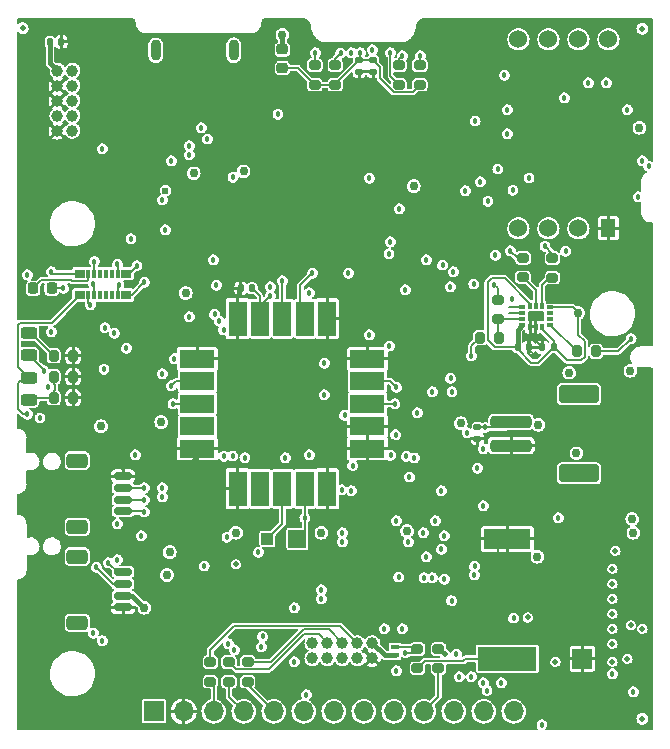
<source format=gbr>
G04 #@! TF.GenerationSoftware,KiCad,Pcbnew,(6.0.7)*
G04 #@! TF.CreationDate,2023-05-03T08:39:23-05:00*
G04 #@! TF.ProjectId,SapphineMinimal,53617070-6869-46e6-954d-696e696d616c,rev?*
G04 #@! TF.SameCoordinates,Original*
G04 #@! TF.FileFunction,Copper,L4,Bot*
G04 #@! TF.FilePolarity,Positive*
%FSLAX46Y46*%
G04 Gerber Fmt 4.6, Leading zero omitted, Abs format (unit mm)*
G04 Created by KiCad (PCBNEW (6.0.7)) date 2023-05-03 08:39:23*
%MOMM*%
%LPD*%
G01*
G04 APERTURE LIST*
G04 Aperture macros list*
%AMRoundRect*
0 Rectangle with rounded corners*
0 $1 Rounding radius*
0 $2 $3 $4 $5 $6 $7 $8 $9 X,Y pos of 4 corners*
0 Add a 4 corners polygon primitive as box body*
4,1,4,$2,$3,$4,$5,$6,$7,$8,$9,$2,$3,0*
0 Add four circle primitives for the rounded corners*
1,1,$1+$1,$2,$3*
1,1,$1+$1,$4,$5*
1,1,$1+$1,$6,$7*
1,1,$1+$1,$8,$9*
0 Add four rect primitives between the rounded corners*
20,1,$1+$1,$2,$3,$4,$5,0*
20,1,$1+$1,$4,$5,$6,$7,0*
20,1,$1+$1,$6,$7,$8,$9,0*
20,1,$1+$1,$8,$9,$2,$3,0*%
G04 Aperture macros list end*
G04 #@! TA.AperFunction,ComponentPad*
%ADD10C,0.990600*%
G04 #@! TD*
G04 #@! TA.AperFunction,ComponentPad*
%ADD11O,0.900000X1.800000*%
G04 #@! TD*
G04 #@! TA.AperFunction,ComponentPad*
%ADD12R,1.700000X1.700000*%
G04 #@! TD*
G04 #@! TA.AperFunction,ComponentPad*
%ADD13O,1.700000X1.700000*%
G04 #@! TD*
G04 #@! TA.AperFunction,ComponentPad*
%ADD14C,0.500000*%
G04 #@! TD*
G04 #@! TA.AperFunction,SMDPad,CuDef*
%ADD15R,1.680000X1.680000*%
G04 #@! TD*
G04 #@! TA.AperFunction,SMDPad,CuDef*
%ADD16RoundRect,0.140000X-0.170000X0.140000X-0.170000X-0.140000X0.170000X-0.140000X0.170000X0.140000X0*%
G04 #@! TD*
G04 #@! TA.AperFunction,SMDPad,CuDef*
%ADD17RoundRect,0.200000X0.275000X-0.200000X0.275000X0.200000X-0.275000X0.200000X-0.275000X-0.200000X0*%
G04 #@! TD*
G04 #@! TA.AperFunction,SMDPad,CuDef*
%ADD18RoundRect,0.140000X0.140000X0.170000X-0.140000X0.170000X-0.140000X-0.170000X0.140000X-0.170000X0*%
G04 #@! TD*
G04 #@! TA.AperFunction,ComponentPad*
%ADD19R,1.270000X1.524000*%
G04 #@! TD*
G04 #@! TA.AperFunction,ComponentPad*
%ADD20C,1.524000*%
G04 #@! TD*
G04 #@! TA.AperFunction,SMDPad,CuDef*
%ADD21RoundRect,0.200000X0.200000X0.275000X-0.200000X0.275000X-0.200000X-0.275000X0.200000X-0.275000X0*%
G04 #@! TD*
G04 #@! TA.AperFunction,SMDPad,CuDef*
%ADD22R,0.700000X0.400000*%
G04 #@! TD*
G04 #@! TA.AperFunction,SMDPad,CuDef*
%ADD23RoundRect,0.243750X-0.456250X0.243750X-0.456250X-0.243750X0.456250X-0.243750X0.456250X0.243750X0*%
G04 #@! TD*
G04 #@! TA.AperFunction,SMDPad,CuDef*
%ADD24RoundRect,0.200000X-0.275000X0.200000X-0.275000X-0.200000X0.275000X-0.200000X0.275000X0.200000X0*%
G04 #@! TD*
G04 #@! TA.AperFunction,SMDPad,CuDef*
%ADD25C,0.500000*%
G04 #@! TD*
G04 #@! TA.AperFunction,SMDPad,CuDef*
%ADD26R,0.600000X0.300000*%
G04 #@! TD*
G04 #@! TA.AperFunction,SMDPad,CuDef*
%ADD27R,0.300000X0.600000*%
G04 #@! TD*
G04 #@! TA.AperFunction,SMDPad,CuDef*
%ADD28R,3.000000X1.500000*%
G04 #@! TD*
G04 #@! TA.AperFunction,SMDPad,CuDef*
%ADD29R,1.500000X3.000000*%
G04 #@! TD*
G04 #@! TA.AperFunction,SMDPad,CuDef*
%ADD30R,1.000000X1.000000*%
G04 #@! TD*
G04 #@! TA.AperFunction,SMDPad,CuDef*
%ADD31RoundRect,0.150000X0.625000X-0.150000X0.625000X0.150000X-0.625000X0.150000X-0.625000X-0.150000X0*%
G04 #@! TD*
G04 #@! TA.AperFunction,SMDPad,CuDef*
%ADD32RoundRect,0.250000X0.650000X-0.350000X0.650000X0.350000X-0.650000X0.350000X-0.650000X-0.350000X0*%
G04 #@! TD*
G04 #@! TA.AperFunction,SMDPad,CuDef*
%ADD33RoundRect,0.140000X-0.140000X-0.170000X0.140000X-0.170000X0.140000X0.170000X-0.140000X0.170000X0*%
G04 #@! TD*
G04 #@! TA.AperFunction,SMDPad,CuDef*
%ADD34R,5.000000X2.000000*%
G04 #@! TD*
G04 #@! TA.AperFunction,SMDPad,CuDef*
%ADD35R,4.000000X1.700000*%
G04 #@! TD*
G04 #@! TA.AperFunction,SMDPad,CuDef*
%ADD36RoundRect,0.243750X0.456250X-0.243750X0.456250X0.243750X-0.456250X0.243750X-0.456250X-0.243750X0*%
G04 #@! TD*
G04 #@! TA.AperFunction,SMDPad,CuDef*
%ADD37R,1.500000X1.500000*%
G04 #@! TD*
G04 #@! TA.AperFunction,SMDPad,CuDef*
%ADD38RoundRect,0.250000X-1.500000X0.250000X-1.500000X-0.250000X1.500000X-0.250000X1.500000X0.250000X0*%
G04 #@! TD*
G04 #@! TA.AperFunction,SMDPad,CuDef*
%ADD39RoundRect,0.250001X-1.449999X0.499999X-1.449999X-0.499999X1.449999X-0.499999X1.449999X0.499999X0*%
G04 #@! TD*
G04 #@! TA.AperFunction,SMDPad,CuDef*
%ADD40RoundRect,0.218750X0.218750X0.256250X-0.218750X0.256250X-0.218750X-0.256250X0.218750X-0.256250X0*%
G04 #@! TD*
G04 #@! TA.AperFunction,SMDPad,CuDef*
%ADD41R,0.863600X0.787400*%
G04 #@! TD*
G04 #@! TA.AperFunction,SMDPad,CuDef*
%ADD42R,0.355600X0.787400*%
G04 #@! TD*
G04 #@! TA.AperFunction,SMDPad,CuDef*
%ADD43RoundRect,0.218750X-0.256250X0.218750X-0.256250X-0.218750X0.256250X-0.218750X0.256250X0.218750X0*%
G04 #@! TD*
G04 #@! TA.AperFunction,SMDPad,CuDef*
%ADD44RoundRect,0.200000X-0.200000X-0.275000X0.200000X-0.275000X0.200000X0.275000X-0.200000X0.275000X0*%
G04 #@! TD*
G04 #@! TA.AperFunction,ViaPad*
%ADD45C,0.558800*%
G04 #@! TD*
G04 #@! TA.AperFunction,ViaPad*
%ADD46C,0.457200*%
G04 #@! TD*
G04 #@! TA.AperFunction,ViaPad*
%ADD47C,0.508000*%
G04 #@! TD*
G04 #@! TA.AperFunction,ViaPad*
%ADD48C,0.762000*%
G04 #@! TD*
G04 #@! TA.AperFunction,ViaPad*
%ADD49C,0.609600*%
G04 #@! TD*
G04 #@! TA.AperFunction,Conductor*
%ADD50C,0.177800*%
G04 #@! TD*
G04 #@! TA.AperFunction,Conductor*
%ADD51C,0.200660*%
G04 #@! TD*
G04 #@! TA.AperFunction,Conductor*
%ADD52C,0.381000*%
G04 #@! TD*
G04 #@! TA.AperFunction,Conductor*
%ADD53C,0.127000*%
G04 #@! TD*
G04 APERTURE END LIST*
D10*
X80768846Y-70858618D03*
X82038846Y-70858618D03*
X80768846Y-72128618D03*
X82038846Y-72128618D03*
X80768846Y-73398618D03*
X82038846Y-73398618D03*
X80768846Y-74668618D03*
X82038846Y-74668618D03*
X80768846Y-75938618D03*
X82038846Y-75938618D03*
X107436278Y-119321818D03*
X107436278Y-120591818D03*
X106166278Y-119321818D03*
X106166278Y-120591818D03*
X104896278Y-119321818D03*
X104896278Y-120591818D03*
X103626278Y-119321818D03*
X103626278Y-120591818D03*
X102356278Y-119321818D03*
X102356278Y-120591818D03*
D11*
X95702000Y-69122500D03*
X89102000Y-69122500D03*
D12*
X88915000Y-125095000D03*
D13*
X91455000Y-125095000D03*
X93995000Y-125095000D03*
X96535000Y-125095000D03*
X99075000Y-125095000D03*
X101615000Y-125095000D03*
X104155000Y-125095000D03*
X106695000Y-125095000D03*
X109235000Y-125095000D03*
X111775000Y-125095000D03*
X114315000Y-125095000D03*
X116855000Y-125095000D03*
X119395000Y-125095000D03*
D14*
X125806278Y-120052618D03*
X124626278Y-121232618D03*
X124626278Y-120052618D03*
D15*
X125216278Y-120642618D03*
D14*
X125806278Y-121232618D03*
D16*
X106318678Y-69972218D03*
X106318678Y-70932218D03*
D17*
X96869878Y-122585218D03*
X96869878Y-120935218D03*
D18*
X122769278Y-94266018D03*
X121809278Y-94266018D03*
D19*
X127420000Y-84200000D03*
D20*
X124880000Y-84200000D03*
X122340000Y-84200000D03*
X119800000Y-84200000D03*
X119800000Y-68200000D03*
X122340000Y-68200000D03*
X124880000Y-68200000D03*
X127420000Y-68200000D03*
D21*
X82099278Y-98544618D03*
X80449278Y-98544618D03*
D22*
X109341278Y-119657618D03*
X109341278Y-120357618D03*
D17*
X111246278Y-121467618D03*
X111246278Y-119817618D03*
D21*
X126365478Y-94621618D03*
X124715478Y-94621618D03*
D17*
X120188593Y-88357523D03*
X120188593Y-86707523D03*
D23*
X78353278Y-93035118D03*
X78353278Y-94910118D03*
D24*
X118025478Y-90244618D03*
X118025478Y-91894618D03*
X109671478Y-70389218D03*
X109671478Y-72039218D03*
D25*
X130296278Y-67302618D03*
D17*
X111449478Y-72039218D03*
X111449478Y-70389218D03*
X113024278Y-121467618D03*
X113024278Y-119817618D03*
D26*
X122430278Y-90903818D03*
X122430278Y-91403818D03*
X122430278Y-91903818D03*
X122430278Y-92403818D03*
D27*
X121780278Y-92553818D03*
X121280278Y-92553818D03*
X120780278Y-92553818D03*
D26*
X120130278Y-92403818D03*
X120130278Y-91903818D03*
X120130278Y-91403818D03*
X120130278Y-90903818D03*
D27*
X120780278Y-90753818D03*
X121280278Y-90753818D03*
X121780278Y-90753818D03*
D28*
X107016278Y-95252618D03*
X107016278Y-97152618D03*
X107016278Y-99052618D03*
X107016278Y-100952618D03*
X107016278Y-102852618D03*
D29*
X103616278Y-106252618D03*
X101716278Y-106252618D03*
X99816278Y-106252618D03*
X97916278Y-106252618D03*
X96016278Y-106252618D03*
D28*
X92616278Y-102852618D03*
X92616278Y-100952618D03*
X92616278Y-99052618D03*
X92616278Y-97152618D03*
X92616278Y-95252618D03*
D29*
X96016278Y-91852618D03*
X97916278Y-91852618D03*
X99816278Y-91852618D03*
X101716278Y-91852618D03*
X103616278Y-91852618D03*
D25*
X77819878Y-67251818D03*
D16*
X107487078Y-69972218D03*
X107487078Y-70932218D03*
D24*
X102559478Y-70389218D03*
X102559478Y-72039218D03*
X95295078Y-120935218D03*
X95295078Y-122585218D03*
D30*
X98546278Y-110482618D03*
D18*
X97248278Y-89273618D03*
X96288278Y-89273618D03*
D21*
X82099278Y-94988618D03*
X80449278Y-94988618D03*
D31*
X86322278Y-116300618D03*
X86322278Y-115300618D03*
X86322278Y-114300618D03*
X86322278Y-113300618D03*
D32*
X82447278Y-112000618D03*
X82447278Y-117600618D03*
D31*
X86322278Y-108172618D03*
X86322278Y-107172618D03*
X86322278Y-106172618D03*
X86322278Y-105172618D03*
D32*
X82447278Y-103872618D03*
X82447278Y-109472618D03*
D17*
X93720278Y-122585218D03*
X93720278Y-120935218D03*
D21*
X82099278Y-96766618D03*
X80449278Y-96766618D03*
D25*
X130296278Y-125722618D03*
D17*
X104286678Y-72039218D03*
X104286678Y-70389218D03*
D33*
X80133878Y-68420218D03*
X81093878Y-68420218D03*
D17*
X122676278Y-88371418D03*
X122676278Y-86721418D03*
D34*
X118866278Y-120637618D03*
D35*
X118866278Y-110487618D03*
D33*
X119729878Y-94266018D03*
X120689878Y-94266018D03*
D36*
X78353278Y-98720118D03*
X78353278Y-96845118D03*
D16*
X116326278Y-101061818D03*
X116326278Y-102021818D03*
D37*
X101086278Y-110482618D03*
D38*
X119183846Y-100592618D03*
X119183846Y-102592618D03*
D39*
X124933846Y-98242618D03*
X124933846Y-104942618D03*
D40*
X80283778Y-89273618D03*
X78708778Y-89273618D03*
D41*
X82645878Y-88029018D03*
D42*
X83393400Y-88029018D03*
X83886922Y-88029018D03*
X84380444Y-88029018D03*
X84873966Y-88029018D03*
X85367488Y-88029018D03*
X85861010Y-88029018D03*
D41*
X86608278Y-88029018D03*
X86608278Y-89857818D03*
D42*
X85861010Y-89857818D03*
X85367488Y-89857818D03*
X84873966Y-89857818D03*
X84380444Y-89857818D03*
X83886922Y-89857818D03*
X83393400Y-89857818D03*
D41*
X82645878Y-89857818D03*
D43*
X99816278Y-69055118D03*
X99816278Y-70630118D03*
D44*
X116517278Y-93464618D03*
X118167278Y-93464618D03*
D45*
X116136278Y-96512618D03*
D46*
X123565278Y-76573618D03*
X113024278Y-117340618D03*
X103372278Y-84574618D03*
X111246278Y-84574618D03*
D47*
X119913952Y-119206316D03*
D46*
X115310278Y-117340618D03*
D47*
X118104278Y-112260618D03*
D46*
X84068278Y-91686618D03*
X121533278Y-110482618D03*
X124341278Y-78953954D03*
D45*
X83306278Y-114292618D03*
D46*
X112770278Y-105910618D03*
D45*
X101086278Y-76192618D03*
D47*
X103372278Y-97274618D03*
D45*
X126484555Y-86341357D03*
X116136278Y-78732618D03*
X78226278Y-119372618D03*
D47*
X92958278Y-106672618D03*
D46*
X93974278Y-111244618D03*
D45*
X113786278Y-76192618D03*
D46*
X92704278Y-75049618D03*
D45*
X78226278Y-121912618D03*
X130547655Y-99044281D03*
D46*
X83052278Y-96004618D03*
D45*
X78226278Y-116832618D03*
X80766278Y-124452618D03*
D46*
X121253878Y-95039418D03*
X127248278Y-78859618D03*
X99308278Y-119118618D03*
D45*
X120763846Y-97147618D03*
D46*
X96006278Y-74160618D03*
X85084278Y-114800618D03*
X88640278Y-118864618D03*
X90418278Y-73398618D03*
X84322278Y-67810618D03*
X121533278Y-113022618D03*
D45*
X126486278Y-109212618D03*
D46*
X92196278Y-118864618D03*
X100324278Y-82288618D03*
X83814278Y-99560618D03*
D45*
X129026278Y-86352618D03*
D47*
X96768278Y-94734618D03*
D45*
X123057278Y-103116618D03*
D46*
X120009278Y-107434618D03*
X108198278Y-69334618D03*
X98800278Y-72890618D03*
D45*
X83306278Y-124452618D03*
X86608278Y-104005618D03*
D46*
X124200278Y-71112618D03*
D45*
X98546278Y-97528618D03*
D46*
X80766278Y-107688618D03*
X83814278Y-97782618D03*
X126103778Y-79104312D03*
D45*
X96641278Y-97528618D03*
D46*
X112516278Y-101211618D03*
D45*
X82304278Y-105651951D03*
D46*
X113532278Y-112006618D03*
X91942278Y-80764618D03*
X89910278Y-85844618D03*
D45*
X125216040Y-87622618D03*
X99308278Y-78859618D03*
D46*
X107690278Y-111498618D03*
D45*
X116326278Y-68572618D03*
D46*
X129788278Y-120896618D03*
X119501278Y-103751618D03*
X86354278Y-91178618D03*
D45*
X103131019Y-94352988D03*
D46*
X111246278Y-108704618D03*
X125343278Y-73144618D03*
D47*
X92286984Y-103866418D03*
D48*
X91620557Y-89687617D03*
D47*
X127756278Y-115562618D03*
D48*
X121492146Y-100830618D03*
D49*
X89910278Y-81018618D03*
D47*
X127756278Y-120892618D03*
D48*
X124835278Y-91356418D03*
X129534278Y-109974618D03*
X92299978Y-79539682D03*
X121406278Y-112006618D03*
D47*
X127756278Y-118102618D03*
D48*
X90270444Y-111613418D03*
X110370418Y-109834478D03*
D47*
X130296278Y-118102618D03*
D48*
X90040925Y-113548425D03*
D47*
X129026278Y-120642618D03*
D46*
X93193278Y-112787618D03*
D48*
X84449278Y-100957618D03*
D47*
X127756278Y-114292618D03*
X129318378Y-117810518D03*
D48*
X88132278Y-116324618D03*
D47*
X127756278Y-113022618D03*
X122930278Y-120896618D03*
D48*
X89554678Y-100602018D03*
X130042278Y-75684618D03*
D47*
X128010278Y-111498618D03*
D46*
X114139278Y-115717618D03*
X116136278Y-75112618D03*
D47*
X120581278Y-117149618D03*
X127756278Y-119372618D03*
X127756278Y-116832618D03*
D48*
X114918438Y-100705786D03*
X96524256Y-79379818D03*
X124708278Y-103243618D03*
X110928778Y-80625418D03*
X124098678Y-96411018D03*
X129428760Y-108810136D03*
X129280278Y-96258618D03*
D46*
X94228278Y-89019618D03*
X78226278Y-88130618D03*
X112770278Y-108958618D03*
X80258278Y-92956618D03*
X103118278Y-115562618D03*
X116072278Y-113530618D03*
D47*
X95879278Y-112641618D03*
D46*
X80004278Y-97655618D03*
D48*
X99816278Y-67810618D03*
X103118278Y-109974618D03*
X95879278Y-109974618D03*
D46*
X102610278Y-69334618D03*
X94482278Y-92042218D03*
X91942278Y-77208618D03*
X105658278Y-69334618D03*
X100832278Y-120896618D03*
X95599878Y-103472218D03*
X100832278Y-116324618D03*
X96641278Y-103624618D03*
X94834127Y-92802706D03*
X98139379Y-118757705D03*
X107436278Y-69080618D03*
X91942278Y-77970618D03*
X95244278Y-119372618D03*
X98038278Y-119626618D03*
X94075878Y-91483418D03*
X94863278Y-103497618D03*
X109468278Y-121658618D03*
X108960278Y-69334618D03*
X90418278Y-78478618D03*
X95752278Y-119880618D03*
X111500278Y-69588618D03*
X86989278Y-85082618D03*
X108833278Y-86352618D03*
X116834278Y-107688618D03*
X110566202Y-105253604D03*
X111754278Y-109974618D03*
X102102278Y-103370618D03*
X100070278Y-103624618D03*
X84576278Y-77462618D03*
X113532278Y-110228618D03*
X84703278Y-96131618D03*
X89656278Y-96512618D03*
X116834278Y-122674618D03*
X101848278Y-123690618D03*
X121787278Y-126230618D03*
X117850278Y-86479618D03*
X129026278Y-74160618D03*
X123692278Y-73144618D03*
X109341278Y-99052618D03*
X113532278Y-113911618D03*
X110230278Y-120134618D03*
X108871352Y-94163602D03*
X103372278Y-95623618D03*
X123184278Y-108704618D03*
X109468278Y-108958618D03*
X116011278Y-88902818D03*
X119221878Y-90162618D03*
X95625278Y-79875618D03*
X117215278Y-81907618D03*
X86608278Y-94353618D03*
X114548278Y-120261618D03*
X85846278Y-87241618D03*
X89910278Y-84320618D03*
X111246278Y-99814618D03*
X108960278Y-85336618D03*
X108985678Y-103421418D03*
X79293078Y-100271818D03*
X130829678Y-78935818D03*
X129342713Y-93538889D03*
X129946900Y-81526618D03*
X109722278Y-82542618D03*
X117139078Y-123335018D03*
X109392078Y-101668818D03*
X115462678Y-101516418D03*
X110992278Y-103624618D03*
X116326278Y-104513618D03*
X123793878Y-86149418D03*
X113379878Y-87317818D03*
X116984078Y-101061818D03*
X113278278Y-106418618D03*
X89656278Y-81780618D03*
X112008278Y-86860618D03*
X116580278Y-80256618D03*
X116834278Y-102862618D03*
X110306478Y-103497618D03*
X130296278Y-78478618D03*
X118358278Y-122674618D03*
X92958278Y-75684618D03*
X111795808Y-113784618D03*
X104845941Y-106341955D03*
X112008278Y-112006618D03*
X87370278Y-103370618D03*
X102356278Y-88003618D03*
X88132278Y-88765618D03*
X99816278Y-88638618D03*
X85973278Y-89019618D03*
X83814278Y-88892618D03*
X90418278Y-97528618D03*
X89656278Y-106164618D03*
X88132278Y-106164618D03*
X89656278Y-106926618D03*
X90545278Y-99052618D03*
X83560278Y-90670618D03*
X88132278Y-107180618D03*
X101716278Y-108709618D03*
X78226278Y-99941618D03*
X109976278Y-69588618D03*
X104896278Y-109974618D03*
X85846278Y-109212618D03*
X104896278Y-110736618D03*
X85846278Y-112260618D03*
X93466278Y-76634618D03*
X112516278Y-113784618D03*
X104735073Y-69379699D03*
X99435278Y-74541618D03*
X112516278Y-98036618D03*
X103372278Y-98290618D03*
X103118278Y-114800618D03*
X80258278Y-87876618D03*
X109976278Y-118102618D03*
X108452278Y-118102618D03*
X110484278Y-110736618D03*
X107182278Y-79961942D03*
X118612278Y-71239618D03*
X105083050Y-100033109D03*
X107182278Y-93210618D03*
X105658278Y-106418618D03*
X84792678Y-92613218D03*
X119120278Y-86098618D03*
X98800278Y-89146618D03*
X84068278Y-112895618D03*
X118866278Y-76192618D03*
X120695078Y-79951818D03*
X114802278Y-122166618D03*
X118053478Y-79189818D03*
X118866278Y-74160618D03*
X114294278Y-87876618D03*
X83814278Y-118483618D03*
X115310278Y-81018618D03*
X115818278Y-122166618D03*
X102102278Y-89654618D03*
X119330378Y-80974718D03*
X114040278Y-89146618D03*
X85592278Y-93083618D03*
X122041278Y-85717618D03*
X84576278Y-119118618D03*
X85084278Y-112514618D03*
X127248278Y-71874618D03*
X125724278Y-71874618D03*
X109658778Y-113721118D03*
X87497278Y-87368618D03*
X106420278Y-69334618D03*
X98800278Y-89908618D03*
X110230278Y-89400618D03*
X95117278Y-110355618D03*
X88132278Y-108196618D03*
X79623278Y-96258618D03*
X109468278Y-97655618D03*
X113278278Y-111371618D03*
X87878278Y-110228618D03*
X97784278Y-111625618D03*
X114167278Y-98036618D03*
X114052978Y-96906318D03*
X115818278Y-94988618D03*
X91942278Y-91686618D03*
X90672278Y-95242618D03*
X116082976Y-112804568D03*
X81274278Y-89273618D03*
X105404278Y-88003618D03*
X93974278Y-86860618D03*
X105759878Y-104285018D03*
X83890478Y-87013018D03*
X117748678Y-88994218D03*
D47*
X113574288Y-120258702D03*
D46*
X119382322Y-117205574D03*
X129534278Y-123436618D03*
X127756278Y-121912618D03*
D50*
X118866278Y-110487618D02*
X121528278Y-110487618D01*
X121528278Y-110487618D02*
X121533278Y-110482618D01*
X96069278Y-89920892D02*
X96069278Y-89492618D01*
X96069278Y-89492618D02*
X96288278Y-89273618D01*
D51*
X120689878Y-94266018D02*
X121809278Y-94266018D01*
D50*
X119183846Y-102592618D02*
X119183846Y-103434186D01*
X96016278Y-91852618D02*
X96016278Y-89973892D01*
D51*
X92616278Y-103537124D02*
X92286984Y-103866418D01*
X120780278Y-92553818D02*
X120780278Y-94175618D01*
D50*
X119183846Y-103434186D02*
X119501278Y-103751618D01*
D51*
X121280278Y-93737018D02*
X121809278Y-94266018D01*
D50*
X106318678Y-70932218D02*
X107487078Y-70932218D01*
D51*
X118104278Y-111249618D02*
X118104278Y-112260618D01*
X121280278Y-92553818D02*
X121280278Y-93737018D01*
D50*
X96016278Y-89973892D02*
X96069278Y-89920892D01*
D51*
X92616278Y-102852618D02*
X92616278Y-103537124D01*
X118866278Y-110487618D02*
X118104278Y-111249618D01*
X120689878Y-94475418D02*
X121253878Y-95039418D01*
X123543278Y-90903818D02*
X123610078Y-90837018D01*
X125393608Y-95094666D02*
X125113526Y-95374748D01*
X124382678Y-90903818D02*
X124835278Y-91356418D01*
X117196548Y-88765518D02*
X117196548Y-93645066D01*
D52*
X80133878Y-70223650D02*
X80768846Y-70858618D01*
D51*
X123878008Y-95374748D02*
X122769278Y-94266018D01*
X117196548Y-93645066D02*
X117817500Y-94266018D01*
D52*
X86322278Y-115300618D02*
X87108278Y-115300618D01*
X109341278Y-120357618D02*
X108472078Y-120357618D01*
D51*
X122430278Y-90903818D02*
X124382678Y-90903818D01*
D52*
X80133878Y-68420218D02*
X80133878Y-70223650D01*
D51*
X124835278Y-91356418D02*
X124835278Y-93216531D01*
X124835278Y-93216531D02*
X125393608Y-93774861D01*
X120881269Y-95571048D02*
X121474087Y-95571048D01*
X125393608Y-93774861D02*
X125393608Y-95094666D01*
X121474087Y-95571048D02*
X122769278Y-94275857D01*
D52*
X119729878Y-94266018D02*
X119729878Y-92804218D01*
D51*
X120780278Y-90603818D02*
X118618548Y-88442088D01*
X117817500Y-94266018D02*
X119729878Y-94266018D01*
X121780278Y-92760078D02*
X122769278Y-93749078D01*
X122769278Y-93749078D02*
X122769278Y-94266018D01*
X121780278Y-92553818D02*
X121780278Y-92760078D01*
X117519978Y-88442088D02*
X117196548Y-88765518D01*
X122430278Y-90903818D02*
X123543278Y-90903818D01*
X118618548Y-88442088D02*
X117519978Y-88442088D01*
X119729878Y-94419657D02*
X120881269Y-95571048D01*
D52*
X87108278Y-115300618D02*
X88132278Y-116324618D01*
X119729878Y-92804218D02*
X120112478Y-92421618D01*
D51*
X125113526Y-95374748D02*
X123878008Y-95374748D01*
D52*
X108472078Y-120357618D02*
X107436278Y-119321818D01*
X99816278Y-69055118D02*
X99816278Y-67810618D01*
D53*
X102559478Y-69385418D02*
X102610278Y-69334618D01*
X102559478Y-70389218D02*
X102559478Y-69385418D01*
X108960278Y-71328018D02*
X108960278Y-69334618D01*
X109671478Y-72039218D02*
X108960278Y-71328018D01*
X111500278Y-69588618D02*
X111500278Y-70338418D01*
D51*
X115315278Y-120637618D02*
X115112608Y-120840288D01*
X115112608Y-120840288D02*
X111873608Y-120840288D01*
X111873608Y-120840288D02*
X111246278Y-121467618D01*
X118866278Y-120637618D02*
X115315278Y-120637618D01*
D50*
X106166278Y-119321818D02*
X104693078Y-117848618D01*
X93720278Y-119880618D02*
X93720278Y-120935218D01*
X95752278Y-117848618D02*
X93720278Y-119880618D01*
X104693078Y-117848618D02*
X95752278Y-117848618D01*
X103727379Y-118152919D02*
X104896278Y-119321818D01*
X98839332Y-120935218D02*
X101621631Y-118152919D01*
X101621631Y-118152919D02*
X103727379Y-118152919D01*
X96869878Y-120935218D02*
X98839332Y-120935218D01*
X101614279Y-118590617D02*
X102895077Y-118590617D01*
X102895077Y-118590617D02*
X103626278Y-119321818D01*
X95910978Y-121551118D02*
X98653778Y-121551118D01*
X95295078Y-120935218D02*
X95910978Y-121551118D01*
X98653778Y-121551118D02*
X101614279Y-118590617D01*
X93995000Y-122859940D02*
X93995000Y-125095000D01*
X95295078Y-123855078D02*
X96535000Y-125095000D01*
X95295078Y-122585218D02*
X95295078Y-123855078D01*
X110929278Y-120134618D02*
X111246278Y-119817618D01*
X109341278Y-119657618D02*
X111086278Y-119657618D01*
X107016278Y-99052618D02*
X109341278Y-99052618D01*
X110230278Y-120134618D02*
X110929278Y-120134618D01*
X85861010Y-87256350D02*
X85846278Y-87241618D01*
X85861010Y-88029018D02*
X85861010Y-87256350D01*
X128259984Y-94621618D02*
X129342713Y-93538889D01*
X126365478Y-94621618D02*
X128259984Y-94621618D01*
X116984078Y-101061818D02*
X118714646Y-101061818D01*
X118714646Y-101061818D02*
X119183846Y-100592618D01*
X116326278Y-101061818D02*
X116984078Y-101061818D01*
X87040078Y-89857818D02*
X88132278Y-88765618D01*
X101340278Y-89019618D02*
X102356278Y-88003618D01*
X101340278Y-91476618D02*
X101340278Y-89019618D01*
X86608278Y-89857818D02*
X87040078Y-89857818D01*
X99816278Y-91852618D02*
X99816278Y-88638618D01*
X85973278Y-89019618D02*
X85861010Y-89131886D01*
X85861010Y-89131886D02*
X85861010Y-89857818D01*
X83886922Y-88965262D02*
X83814278Y-88892618D01*
X90794278Y-97152618D02*
X90418278Y-97528618D01*
X88124278Y-106172618D02*
X88132278Y-106164618D01*
X86322278Y-106172618D02*
X88124278Y-106172618D01*
X83886922Y-89857818D02*
X83886922Y-88965262D01*
X92616278Y-97152618D02*
X90794278Y-97152618D01*
X92616278Y-99052618D02*
X90545278Y-99052618D01*
X88124278Y-107172618D02*
X88132278Y-107180618D01*
X86322278Y-107172618D02*
X88124278Y-107172618D01*
X83393400Y-89857818D02*
X83393400Y-90503740D01*
X83393400Y-90503740D02*
X83560278Y-90670618D01*
X77437378Y-92348518D02*
X77437378Y-95929218D01*
X77845278Y-99941618D02*
X78226278Y-99941618D01*
X77893778Y-96845118D02*
X77437378Y-97301518D01*
X82645878Y-89857818D02*
X80309078Y-92194618D01*
X101716278Y-108709618D02*
X101716278Y-109852618D01*
X101716278Y-106252618D02*
X101716278Y-108709618D01*
X77437378Y-99533718D02*
X77845278Y-99941618D01*
X77591278Y-92194618D02*
X77437378Y-92348518D01*
X77437378Y-97301518D02*
X77437378Y-99533718D01*
X80309078Y-92194618D02*
X77591278Y-92194618D01*
X77437378Y-95929218D02*
X78353278Y-96845118D01*
D53*
X109671478Y-69893418D02*
X109976278Y-69588618D01*
X109671478Y-70389218D02*
X109671478Y-69893418D01*
D50*
X99816278Y-106252618D02*
X99816278Y-109212618D01*
X99816278Y-109212618D02*
X98546278Y-110482618D01*
D53*
X104286678Y-70389218D02*
X104286678Y-69828094D01*
X104286678Y-69828094D02*
X104735073Y-69379699D01*
D50*
X80410678Y-88029018D02*
X82645878Y-88029018D01*
X80258278Y-87876618D02*
X80410678Y-88029018D01*
X78495778Y-93035118D02*
X80449278Y-94988618D01*
D51*
X120188593Y-86707523D02*
X119729183Y-86707523D01*
X119729183Y-86707523D02*
X119120278Y-86098618D01*
D50*
X85473278Y-114300618D02*
X84068278Y-112895618D01*
X86322278Y-114300618D02*
X85473278Y-114300618D01*
D51*
X122676278Y-86352618D02*
X122041278Y-85717618D01*
D50*
X85870278Y-113300618D02*
X85084278Y-112514618D01*
D51*
X122676278Y-86721418D02*
X122676278Y-86352618D01*
D50*
X86836878Y-88029018D02*
X87497278Y-87368618D01*
X108063778Y-71494689D02*
X108063778Y-70548918D01*
D53*
X99816278Y-70630118D02*
X101150378Y-70630118D01*
D50*
X108063778Y-70548918D02*
X107487078Y-69972218D01*
D53*
X102559478Y-72039218D02*
X104286678Y-72039218D01*
X107487078Y-69972218D02*
X106318678Y-69972218D01*
X101150378Y-70630118D02*
X102559478Y-72039218D01*
D50*
X109224207Y-72655118D02*
X108063778Y-71494689D01*
X110833578Y-72655118D02*
X109224207Y-72655118D01*
D53*
X106420278Y-69870618D02*
X106420278Y-69334618D01*
D50*
X111449478Y-72039218D02*
X110833578Y-72655118D01*
D53*
X104286678Y-72004218D02*
X106318678Y-69972218D01*
D50*
X79623278Y-96180118D02*
X79623278Y-96258618D01*
X97916278Y-91852618D02*
X97916278Y-89941618D01*
X86322278Y-108172618D02*
X88108278Y-108172618D01*
X97916278Y-89941618D02*
X97248278Y-89273618D01*
X108965278Y-97152618D02*
X109468278Y-97655618D01*
X78353278Y-94910118D02*
X79623278Y-96180118D01*
X97916278Y-90792618D02*
X98800278Y-89908618D01*
X88108278Y-108172618D02*
X88132278Y-108196618D01*
X107016278Y-97152618D02*
X108965278Y-97152618D01*
X116517278Y-93464618D02*
X115818278Y-94163618D01*
X115818278Y-94163618D02*
X115818278Y-94988618D01*
X78708778Y-89273618D02*
X79399678Y-88582718D01*
X81998178Y-88638618D02*
X83293578Y-88638618D01*
X79399678Y-88582718D02*
X81942278Y-88582718D01*
X81942278Y-88582718D02*
X81998178Y-88638618D01*
X83293578Y-88638618D02*
X83393400Y-88538796D01*
X83393400Y-88538796D02*
X83393400Y-88029018D01*
X81274278Y-89273618D02*
X80283778Y-89273618D01*
X96869878Y-122889878D02*
X99075000Y-125095000D01*
X83890478Y-87013018D02*
X83890478Y-88025462D01*
D51*
X113024278Y-123845722D02*
X111775000Y-125095000D01*
X113024278Y-121467618D02*
X113024278Y-123845722D01*
X122497678Y-92403818D02*
X124715478Y-94621618D01*
D50*
X118034678Y-91903818D02*
X120130278Y-91903818D01*
X118025478Y-91894618D02*
X118025478Y-93322818D01*
X120130278Y-91403818D02*
X118996678Y-91403818D01*
X120130278Y-90903818D02*
X118972478Y-90903818D01*
X120399878Y-88551018D02*
X121280278Y-89431418D01*
X121280278Y-89431418D02*
X121280278Y-90753818D01*
X121780278Y-88975018D02*
X121780278Y-90753818D01*
X122204278Y-88551018D02*
X121780278Y-88975018D01*
D51*
X113133204Y-119817618D02*
X113574288Y-120258702D01*
X118025478Y-89271018D02*
X117748678Y-88994218D01*
X118025478Y-90244618D02*
X118025478Y-89271018D01*
D50*
X80449278Y-97946292D02*
X80449278Y-98544618D01*
X80449278Y-97364944D02*
X80524478Y-97440144D01*
X80524478Y-97440144D02*
X80524478Y-97871092D01*
X80449278Y-96766618D02*
X80449278Y-97364944D01*
X80524478Y-97871092D02*
X80449278Y-97946292D01*
X80449278Y-98544618D02*
X78528778Y-98544618D01*
G04 #@! TA.AperFunction,Conductor*
G36*
X87097826Y-66422426D02*
G01*
X87122000Y-66426255D01*
X87127845Y-66425329D01*
X87133766Y-66425329D01*
X87133766Y-66425740D01*
X87148777Y-66425741D01*
X87188571Y-66432044D01*
X87210947Y-66439314D01*
X87260394Y-66464508D01*
X87279428Y-66478338D01*
X87318662Y-66517572D01*
X87332492Y-66536606D01*
X87357686Y-66586053D01*
X87364956Y-66608427D01*
X87371260Y-66648226D01*
X87371259Y-66663235D01*
X87371671Y-66663235D01*
X87371671Y-66669154D01*
X87370745Y-66675000D01*
X87372286Y-66684728D01*
X87372920Y-66689897D01*
X87387119Y-66852188D01*
X87433154Y-67023992D01*
X87434541Y-67026966D01*
X87434543Y-67026972D01*
X87451998Y-67064404D01*
X87508322Y-67185192D01*
X87610341Y-67330890D01*
X87736110Y-67456659D01*
X87738805Y-67458546D01*
X87872375Y-67552072D01*
X87881809Y-67558678D01*
X87914498Y-67573921D01*
X88040028Y-67632457D01*
X88040034Y-67632459D01*
X88043008Y-67633846D01*
X88214812Y-67679881D01*
X88273355Y-67685003D01*
X88314215Y-67688578D01*
X88321828Y-67689726D01*
X88325502Y-67691016D01*
X88331091Y-67691500D01*
X88344332Y-67691500D01*
X88350885Y-67691786D01*
X88355593Y-67692198D01*
X88377099Y-67694079D01*
X88382272Y-67694714D01*
X88392000Y-67696255D01*
X88397846Y-67695329D01*
X88416175Y-67692426D01*
X88427939Y-67691500D01*
X96992061Y-67691500D01*
X97003826Y-67692426D01*
X97028000Y-67696255D01*
X97037728Y-67694714D01*
X97042897Y-67694080D01*
X97205188Y-67679881D01*
X97376992Y-67633846D01*
X97379966Y-67632459D01*
X97379972Y-67632457D01*
X97505503Y-67573921D01*
X97538192Y-67558678D01*
X97683890Y-67456659D01*
X97809659Y-67330890D01*
X97911678Y-67185192D01*
X97968002Y-67064404D01*
X97985457Y-67026972D01*
X97985459Y-67026966D01*
X97986846Y-67023992D01*
X98032881Y-66852188D01*
X98047080Y-66689897D01*
X98047714Y-66684728D01*
X98049255Y-66675000D01*
X98048329Y-66669154D01*
X98048329Y-66663235D01*
X98048741Y-66663235D01*
X98048740Y-66648226D01*
X98055044Y-66608427D01*
X98062314Y-66586053D01*
X98087508Y-66536606D01*
X98101338Y-66517572D01*
X98140572Y-66478338D01*
X98159606Y-66464508D01*
X98209053Y-66439314D01*
X98231429Y-66432044D01*
X98271223Y-66425741D01*
X98286234Y-66425740D01*
X98286234Y-66425329D01*
X98292155Y-66425329D01*
X98298000Y-66426255D01*
X98303846Y-66425329D01*
X98305482Y-66425070D01*
X98322174Y-66422426D01*
X98333939Y-66421500D01*
X101564061Y-66421500D01*
X101575826Y-66422426D01*
X101600000Y-66426255D01*
X101607484Y-66425070D01*
X101627661Y-66424617D01*
X101732771Y-66436459D01*
X101749185Y-66440205D01*
X101858161Y-66478338D01*
X101867300Y-66481536D01*
X101882471Y-66488842D01*
X101958488Y-66536606D01*
X101988433Y-66555422D01*
X102001598Y-66565922D01*
X102090078Y-66654402D01*
X102100577Y-66667566D01*
X102153437Y-66751692D01*
X102167158Y-66773528D01*
X102174464Y-66788700D01*
X102206442Y-66880086D01*
X102215794Y-66906813D01*
X102219541Y-66923229D01*
X102231134Y-67026130D01*
X102231383Y-67028338D01*
X102230930Y-67048516D01*
X102229745Y-67056000D01*
X102230578Y-67061255D01*
X102230608Y-67061446D01*
X102230672Y-67062258D01*
X102230672Y-67062976D01*
X102230840Y-67064399D01*
X102246563Y-67264172D01*
X102247438Y-67275293D01*
X102248128Y-67278167D01*
X102290980Y-67456659D01*
X102298789Y-67489187D01*
X102299919Y-67491916D01*
X102299921Y-67491921D01*
X102378876Y-67682535D01*
X102382968Y-67692413D01*
X102428478Y-67766678D01*
X102493949Y-67873517D01*
X102497903Y-67879970D01*
X102499818Y-67882212D01*
X102499820Y-67882215D01*
X102563663Y-67956965D01*
X102640763Y-68047237D01*
X102643004Y-68049151D01*
X102780478Y-68166565D01*
X102808030Y-68190097D01*
X102810540Y-68191635D01*
X102810544Y-68191638D01*
X102881707Y-68235246D01*
X102995587Y-68305032D01*
X102998309Y-68306159D01*
X102998310Y-68306160D01*
X103196079Y-68388079D01*
X103196084Y-68388081D01*
X103198813Y-68389211D01*
X103201690Y-68389902D01*
X103201694Y-68389903D01*
X103390460Y-68435221D01*
X103412707Y-68440562D01*
X103415651Y-68440794D01*
X103415653Y-68440794D01*
X103454015Y-68443813D01*
X103561792Y-68452295D01*
X103564633Y-68452711D01*
X103565502Y-68453016D01*
X103568481Y-68453274D01*
X103569482Y-68453361D01*
X103569490Y-68453361D01*
X103571091Y-68453500D01*
X103574149Y-68453500D01*
X103580049Y-68453732D01*
X103623605Y-68457160D01*
X103625027Y-68457328D01*
X103625742Y-68457328D01*
X103626554Y-68457392D01*
X103632000Y-68458255D01*
X103637846Y-68457329D01*
X103637848Y-68457329D01*
X103656175Y-68454426D01*
X103667939Y-68453500D01*
X109692061Y-68453500D01*
X109703825Y-68454426D01*
X109722152Y-68457329D01*
X109722154Y-68457329D01*
X109728000Y-68458255D01*
X109733446Y-68457392D01*
X109734258Y-68457328D01*
X109734973Y-68457328D01*
X109736395Y-68457160D01*
X109944347Y-68440794D01*
X109944349Y-68440794D01*
X109947293Y-68440562D01*
X109969540Y-68435221D01*
X110158306Y-68389903D01*
X110158310Y-68389902D01*
X110161187Y-68389211D01*
X110163916Y-68388081D01*
X110163921Y-68388079D01*
X110361690Y-68306160D01*
X110361691Y-68306159D01*
X110364413Y-68305032D01*
X110478293Y-68235246D01*
X110535810Y-68200000D01*
X118854521Y-68200000D01*
X118854933Y-68203920D01*
X118874481Y-68389903D01*
X118875182Y-68396576D01*
X118876400Y-68400324D01*
X118876400Y-68400325D01*
X118894922Y-68457329D01*
X118936262Y-68584561D01*
X119035091Y-68755739D01*
X119037731Y-68758671D01*
X119164715Y-68899701D01*
X119164718Y-68899703D01*
X119167351Y-68902628D01*
X119327260Y-69018809D01*
X119330860Y-69020412D01*
X119330862Y-69020413D01*
X119382108Y-69043229D01*
X119507831Y-69099204D01*
X119511678Y-69100022D01*
X119511682Y-69100023D01*
X119604501Y-69119752D01*
X119701171Y-69140300D01*
X119898829Y-69140300D01*
X119995499Y-69119752D01*
X120088318Y-69100023D01*
X120088322Y-69100022D01*
X120092169Y-69099204D01*
X120217892Y-69043229D01*
X120269138Y-69020413D01*
X120269140Y-69020412D01*
X120272740Y-69018809D01*
X120432649Y-68902628D01*
X120435282Y-68899703D01*
X120435285Y-68899701D01*
X120562269Y-68758671D01*
X120564909Y-68755739D01*
X120663738Y-68584561D01*
X120705078Y-68457329D01*
X120723600Y-68400325D01*
X120723600Y-68400324D01*
X120724818Y-68396576D01*
X120725520Y-68389903D01*
X120745067Y-68203920D01*
X120745479Y-68200000D01*
X121394521Y-68200000D01*
X121394933Y-68203920D01*
X121414481Y-68389903D01*
X121415182Y-68396576D01*
X121416400Y-68400324D01*
X121416400Y-68400325D01*
X121434922Y-68457329D01*
X121476262Y-68584561D01*
X121575091Y-68755739D01*
X121577731Y-68758671D01*
X121704715Y-68899701D01*
X121704718Y-68899703D01*
X121707351Y-68902628D01*
X121867260Y-69018809D01*
X121870860Y-69020412D01*
X121870862Y-69020413D01*
X121922108Y-69043229D01*
X122047831Y-69099204D01*
X122051678Y-69100022D01*
X122051682Y-69100023D01*
X122144501Y-69119752D01*
X122241171Y-69140300D01*
X122438829Y-69140300D01*
X122535499Y-69119752D01*
X122628318Y-69100023D01*
X122628322Y-69100022D01*
X122632169Y-69099204D01*
X122757892Y-69043229D01*
X122809138Y-69020413D01*
X122809140Y-69020412D01*
X122812740Y-69018809D01*
X122972649Y-68902628D01*
X122975282Y-68899703D01*
X122975285Y-68899701D01*
X123102269Y-68758671D01*
X123104909Y-68755739D01*
X123203738Y-68584561D01*
X123245078Y-68457329D01*
X123263600Y-68400325D01*
X123263600Y-68400324D01*
X123264818Y-68396576D01*
X123265520Y-68389903D01*
X123285067Y-68203920D01*
X123285479Y-68200000D01*
X123934521Y-68200000D01*
X123934933Y-68203920D01*
X123954481Y-68389903D01*
X123955182Y-68396576D01*
X123956400Y-68400324D01*
X123956400Y-68400325D01*
X123974922Y-68457329D01*
X124016262Y-68584561D01*
X124115091Y-68755739D01*
X124117731Y-68758671D01*
X124244715Y-68899701D01*
X124244718Y-68899703D01*
X124247351Y-68902628D01*
X124407260Y-69018809D01*
X124410860Y-69020412D01*
X124410862Y-69020413D01*
X124462108Y-69043229D01*
X124587831Y-69099204D01*
X124591678Y-69100022D01*
X124591682Y-69100023D01*
X124684501Y-69119752D01*
X124781171Y-69140300D01*
X124978829Y-69140300D01*
X125075499Y-69119752D01*
X125168318Y-69100023D01*
X125168322Y-69100022D01*
X125172169Y-69099204D01*
X125297892Y-69043229D01*
X125349138Y-69020413D01*
X125349140Y-69020412D01*
X125352740Y-69018809D01*
X125512649Y-68902628D01*
X125515282Y-68899703D01*
X125515285Y-68899701D01*
X125642269Y-68758671D01*
X125644909Y-68755739D01*
X125743738Y-68584561D01*
X125785078Y-68457329D01*
X125803600Y-68400325D01*
X125803600Y-68400324D01*
X125804818Y-68396576D01*
X125805520Y-68389903D01*
X125825067Y-68203920D01*
X125825479Y-68200000D01*
X126474521Y-68200000D01*
X126474933Y-68203920D01*
X126494481Y-68389903D01*
X126495182Y-68396576D01*
X126496400Y-68400324D01*
X126496400Y-68400325D01*
X126514922Y-68457329D01*
X126556262Y-68584561D01*
X126655091Y-68755739D01*
X126657731Y-68758671D01*
X126784715Y-68899701D01*
X126784718Y-68899703D01*
X126787351Y-68902628D01*
X126947260Y-69018809D01*
X126950860Y-69020412D01*
X126950862Y-69020413D01*
X127002108Y-69043229D01*
X127127831Y-69099204D01*
X127131678Y-69100022D01*
X127131682Y-69100023D01*
X127224501Y-69119752D01*
X127321171Y-69140300D01*
X127518829Y-69140300D01*
X127615499Y-69119752D01*
X127708318Y-69100023D01*
X127708322Y-69100022D01*
X127712169Y-69099204D01*
X127837892Y-69043229D01*
X127889138Y-69020413D01*
X127889140Y-69020412D01*
X127892740Y-69018809D01*
X128052649Y-68902628D01*
X128055282Y-68899703D01*
X128055285Y-68899701D01*
X128182269Y-68758671D01*
X128184909Y-68755739D01*
X128283738Y-68584561D01*
X128325078Y-68457329D01*
X128343600Y-68400325D01*
X128343600Y-68400324D01*
X128344818Y-68396576D01*
X128345520Y-68389903D01*
X128365067Y-68203920D01*
X128365479Y-68200000D01*
X128355259Y-68102767D01*
X128345230Y-68007342D01*
X128345230Y-68007340D01*
X128344818Y-68003424D01*
X128331309Y-67961846D01*
X128304705Y-67879970D01*
X128283738Y-67815439D01*
X128184909Y-67644261D01*
X128174281Y-67632457D01*
X128055285Y-67500299D01*
X128055282Y-67500297D01*
X128052649Y-67497372D01*
X127892740Y-67381191D01*
X127889140Y-67379588D01*
X127889138Y-67379587D01*
X127780680Y-67331299D01*
X127712169Y-67300796D01*
X127708322Y-67299978D01*
X127708318Y-67299977D01*
X127691682Y-67296441D01*
X129790669Y-67296441D01*
X129791363Y-67301748D01*
X129791363Y-67301751D01*
X129795227Y-67331299D01*
X129809258Y-67438597D01*
X129866998Y-67569821D01*
X129959248Y-67679566D01*
X129963707Y-67682534D01*
X129963708Y-67682535D01*
X130070449Y-67753588D01*
X130078591Y-67759008D01*
X130083703Y-67760605D01*
X130083705Y-67760606D01*
X130154041Y-67782580D01*
X130215435Y-67801760D01*
X130275408Y-67802860D01*
X130353415Y-67804290D01*
X130353417Y-67804290D01*
X130358777Y-67804388D01*
X130363948Y-67802978D01*
X130363950Y-67802978D01*
X130438161Y-67782745D01*
X130497095Y-67766678D01*
X130613956Y-67694925D01*
X130614704Y-67694466D01*
X130619269Y-67691663D01*
X130715478Y-67585372D01*
X130723013Y-67569821D01*
X130756695Y-67500299D01*
X130777988Y-67456351D01*
X130790903Y-67379587D01*
X130801292Y-67317840D01*
X130801293Y-67317833D01*
X130801774Y-67314972D01*
X130801925Y-67302618D01*
X130801513Y-67299739D01*
X130782360Y-67165997D01*
X130782359Y-67165994D01*
X130781601Y-67160700D01*
X130779386Y-67155828D01*
X130779385Y-67155825D01*
X130737169Y-67062976D01*
X130722262Y-67030190D01*
X130674023Y-66974206D01*
X130632172Y-66925635D01*
X130632169Y-66925632D01*
X130628678Y-66921581D01*
X130556558Y-66874835D01*
X130512866Y-66846515D01*
X130512865Y-66846514D01*
X130508373Y-66843603D01*
X130442838Y-66824004D01*
X130376151Y-66804060D01*
X130376148Y-66804060D01*
X130371017Y-66802525D01*
X130365662Y-66802492D01*
X130365660Y-66802492D01*
X130301537Y-66802100D01*
X130227654Y-66801649D01*
X130089807Y-66841046D01*
X129968558Y-66917548D01*
X129965013Y-66921561D01*
X129965014Y-66921561D01*
X129877201Y-67020990D01*
X129877199Y-67020993D01*
X129873655Y-67025006D01*
X129812725Y-67154781D01*
X129790669Y-67296441D01*
X127691682Y-67296441D01*
X127605709Y-67278167D01*
X127518829Y-67259700D01*
X127321171Y-67259700D01*
X127127831Y-67300796D01*
X126947261Y-67381191D01*
X126944077Y-67383504D01*
X126944074Y-67383506D01*
X126790541Y-67495054D01*
X126787351Y-67497372D01*
X126784717Y-67500298D01*
X126784713Y-67500301D01*
X126665719Y-67632457D01*
X126655091Y-67644261D01*
X126556262Y-67815439D01*
X126535295Y-67879970D01*
X126508692Y-67961846D01*
X126495182Y-68003424D01*
X126494770Y-68007340D01*
X126494770Y-68007342D01*
X126484741Y-68102767D01*
X126474521Y-68200000D01*
X125825479Y-68200000D01*
X125815259Y-68102767D01*
X125805230Y-68007342D01*
X125805230Y-68007340D01*
X125804818Y-68003424D01*
X125791309Y-67961846D01*
X125764705Y-67879970D01*
X125743738Y-67815439D01*
X125644909Y-67644261D01*
X125634281Y-67632457D01*
X125515285Y-67500299D01*
X125515282Y-67500297D01*
X125512649Y-67497372D01*
X125352740Y-67381191D01*
X125349140Y-67379588D01*
X125349138Y-67379587D01*
X125240680Y-67331299D01*
X125172169Y-67300796D01*
X125168322Y-67299978D01*
X125168318Y-67299977D01*
X125065709Y-67278167D01*
X124978829Y-67259700D01*
X124781171Y-67259700D01*
X124587831Y-67300796D01*
X124407261Y-67381191D01*
X124404077Y-67383504D01*
X124404074Y-67383506D01*
X124250541Y-67495054D01*
X124247351Y-67497372D01*
X124244717Y-67500298D01*
X124244713Y-67500301D01*
X124125719Y-67632457D01*
X124115091Y-67644261D01*
X124016262Y-67815439D01*
X123995295Y-67879970D01*
X123968692Y-67961846D01*
X123955182Y-68003424D01*
X123954770Y-68007340D01*
X123954770Y-68007342D01*
X123944741Y-68102767D01*
X123934521Y-68200000D01*
X123285479Y-68200000D01*
X123275259Y-68102767D01*
X123265230Y-68007342D01*
X123265230Y-68007340D01*
X123264818Y-68003424D01*
X123251309Y-67961846D01*
X123224705Y-67879970D01*
X123203738Y-67815439D01*
X123104909Y-67644261D01*
X123094281Y-67632457D01*
X122975285Y-67500299D01*
X122975282Y-67500297D01*
X122972649Y-67497372D01*
X122812740Y-67381191D01*
X122809140Y-67379588D01*
X122809138Y-67379587D01*
X122700680Y-67331299D01*
X122632169Y-67300796D01*
X122628322Y-67299978D01*
X122628318Y-67299977D01*
X122525709Y-67278167D01*
X122438829Y-67259700D01*
X122241171Y-67259700D01*
X122047831Y-67300796D01*
X121867261Y-67381191D01*
X121864077Y-67383504D01*
X121864074Y-67383506D01*
X121710541Y-67495054D01*
X121707351Y-67497372D01*
X121704717Y-67500298D01*
X121704713Y-67500301D01*
X121585719Y-67632457D01*
X121575091Y-67644261D01*
X121476262Y-67815439D01*
X121455295Y-67879970D01*
X121428692Y-67961846D01*
X121415182Y-68003424D01*
X121414770Y-68007340D01*
X121414770Y-68007342D01*
X121404741Y-68102767D01*
X121394521Y-68200000D01*
X120745479Y-68200000D01*
X120735259Y-68102767D01*
X120725230Y-68007342D01*
X120725230Y-68007340D01*
X120724818Y-68003424D01*
X120711309Y-67961846D01*
X120684705Y-67879970D01*
X120663738Y-67815439D01*
X120564909Y-67644261D01*
X120554281Y-67632457D01*
X120435285Y-67500299D01*
X120435282Y-67500297D01*
X120432649Y-67497372D01*
X120272740Y-67381191D01*
X120269140Y-67379588D01*
X120269138Y-67379587D01*
X120160680Y-67331299D01*
X120092169Y-67300796D01*
X120088322Y-67299978D01*
X120088318Y-67299977D01*
X119985709Y-67278167D01*
X119898829Y-67259700D01*
X119701171Y-67259700D01*
X119507831Y-67300796D01*
X119327261Y-67381191D01*
X119324077Y-67383504D01*
X119324074Y-67383506D01*
X119170541Y-67495054D01*
X119167351Y-67497372D01*
X119164717Y-67500298D01*
X119164713Y-67500301D01*
X119045719Y-67632457D01*
X119035091Y-67644261D01*
X118936262Y-67815439D01*
X118915295Y-67879970D01*
X118888692Y-67961846D01*
X118875182Y-68003424D01*
X118874770Y-68007340D01*
X118874770Y-68007342D01*
X118864741Y-68102767D01*
X118854521Y-68200000D01*
X110535810Y-68200000D01*
X110549456Y-68191638D01*
X110549460Y-68191635D01*
X110551970Y-68190097D01*
X110579523Y-68166565D01*
X110716996Y-68049151D01*
X110719237Y-68047237D01*
X110796337Y-67956965D01*
X110860180Y-67882215D01*
X110860182Y-67882212D01*
X110862097Y-67879970D01*
X110866052Y-67873517D01*
X110931522Y-67766678D01*
X110977032Y-67692413D01*
X110981124Y-67682535D01*
X111060079Y-67491921D01*
X111060081Y-67491916D01*
X111061211Y-67489187D01*
X111069021Y-67456659D01*
X111111872Y-67278167D01*
X111112562Y-67275293D01*
X111113667Y-67261260D01*
X111125162Y-67115197D01*
X111129160Y-67064399D01*
X111129330Y-67062960D01*
X111129330Y-67062235D01*
X111129392Y-67061446D01*
X111129423Y-67061255D01*
X111130255Y-67056000D01*
X111129070Y-67048516D01*
X111128617Y-67028338D01*
X111128866Y-67026130D01*
X111140459Y-66923229D01*
X111144206Y-66906813D01*
X111153559Y-66880086D01*
X111185536Y-66788700D01*
X111192842Y-66773528D01*
X111206563Y-66751692D01*
X111259423Y-66667566D01*
X111269922Y-66654402D01*
X111358402Y-66565922D01*
X111371567Y-66555422D01*
X111401513Y-66536606D01*
X111477529Y-66488842D01*
X111492700Y-66481536D01*
X111501839Y-66478338D01*
X111610815Y-66440205D01*
X111627229Y-66436459D01*
X111732339Y-66424617D01*
X111752516Y-66425070D01*
X111760000Y-66426255D01*
X111765846Y-66425329D01*
X111767482Y-66425070D01*
X111784174Y-66422426D01*
X111795939Y-66421500D01*
X131115300Y-66421500D01*
X131163638Y-66439093D01*
X131189358Y-66483642D01*
X131190500Y-66496700D01*
X131190500Y-78492290D01*
X131172907Y-78540628D01*
X131128358Y-78566348D01*
X131074398Y-78555394D01*
X131025840Y-78523920D01*
X131025839Y-78523919D01*
X131021347Y-78521008D01*
X130977915Y-78508019D01*
X130902354Y-78485421D01*
X130902351Y-78485421D01*
X130897220Y-78483886D01*
X130891865Y-78483853D01*
X130891863Y-78483853D01*
X130818654Y-78483406D01*
X130770424Y-78465517D01*
X130744672Y-78418868D01*
X130735621Y-78355664D01*
X130735620Y-78355661D01*
X130734862Y-78350367D01*
X130681237Y-78232426D01*
X130675823Y-78226142D01*
X130600161Y-78138332D01*
X130600160Y-78138331D01*
X130596666Y-78134276D01*
X130487947Y-78063808D01*
X130444515Y-78050819D01*
X130368954Y-78028221D01*
X130368951Y-78028221D01*
X130363820Y-78026686D01*
X130358465Y-78026653D01*
X130358463Y-78026653D01*
X130300840Y-78026301D01*
X130234263Y-78025895D01*
X130109691Y-78061498D01*
X130105161Y-78064356D01*
X130105159Y-78064357D01*
X130067396Y-78088184D01*
X130000119Y-78130632D01*
X129914355Y-78227741D01*
X129859294Y-78345018D01*
X129839361Y-78473035D01*
X129840055Y-78478342D01*
X129840055Y-78478345D01*
X129841170Y-78486871D01*
X129856160Y-78601501D01*
X129908340Y-78720088D01*
X129911786Y-78724188D01*
X129911787Y-78724189D01*
X129923491Y-78738113D01*
X129991705Y-78819264D01*
X130099556Y-78891055D01*
X130223220Y-78929691D01*
X130258499Y-78930338D01*
X130308263Y-78931250D01*
X130356270Y-78949726D01*
X130381450Y-78996686D01*
X130386039Y-79031778D01*
X130389560Y-79058701D01*
X130441740Y-79177288D01*
X130445186Y-79181388D01*
X130445187Y-79181389D01*
X130470277Y-79211237D01*
X130525105Y-79276464D01*
X130632956Y-79348255D01*
X130636081Y-79349231D01*
X130671532Y-79385304D01*
X130675570Y-79436585D01*
X130645700Y-79478464D01*
X130638553Y-79482811D01*
X130570695Y-79519082D01*
X130570685Y-79519088D01*
X130567429Y-79520829D01*
X130564570Y-79523175D01*
X130564569Y-79523176D01*
X130538505Y-79544566D01*
X130431985Y-79631985D01*
X130429642Y-79634840D01*
X130337339Y-79747312D01*
X130320829Y-79767429D01*
X130319090Y-79770683D01*
X130319087Y-79770687D01*
X130241239Y-79916332D01*
X130238233Y-79921956D01*
X130225223Y-79964843D01*
X130190440Y-80079508D01*
X130187370Y-80089627D01*
X130187008Y-80093298D01*
X130187008Y-80093300D01*
X130178139Y-80183350D01*
X130176816Y-80191807D01*
X130176550Y-80193041D01*
X130174984Y-80197502D01*
X130174500Y-80203091D01*
X130174500Y-80216608D01*
X130174138Y-80223978D01*
X130171156Y-80254259D01*
X130170671Y-80258038D01*
X130170671Y-80258155D01*
X130169745Y-80264000D01*
X130170671Y-80269846D01*
X130173574Y-80288175D01*
X130174500Y-80299939D01*
X130174500Y-81021573D01*
X130156907Y-81069911D01*
X130112358Y-81095631D01*
X130077753Y-81093620D01*
X130019576Y-81076221D01*
X130019573Y-81076221D01*
X130014442Y-81074686D01*
X130009087Y-81074653D01*
X130009085Y-81074653D01*
X129951462Y-81074301D01*
X129884885Y-81073895D01*
X129760313Y-81109498D01*
X129755783Y-81112356D01*
X129755781Y-81112357D01*
X129718018Y-81136184D01*
X129650741Y-81178632D01*
X129647195Y-81182647D01*
X129640304Y-81190450D01*
X129564977Y-81275741D01*
X129562701Y-81280588D01*
X129562700Y-81280590D01*
X129542476Y-81323667D01*
X129509916Y-81393018D01*
X129489983Y-81521035D01*
X129490677Y-81526342D01*
X129490677Y-81526345D01*
X129494656Y-81556773D01*
X129506782Y-81649501D01*
X129558962Y-81768088D01*
X129562408Y-81772188D01*
X129562409Y-81772189D01*
X129600644Y-81817676D01*
X129642327Y-81867264D01*
X129750178Y-81939055D01*
X129873842Y-81977691D01*
X129936504Y-81978839D01*
X129998018Y-81979967D01*
X129998020Y-81979967D01*
X130003380Y-81980065D01*
X130008551Y-81978655D01*
X130008553Y-81978655D01*
X130079520Y-81959307D01*
X130130783Y-81963567D01*
X130167315Y-81999781D01*
X130174500Y-82031859D01*
X130174500Y-82768061D01*
X130173574Y-82779825D01*
X130169745Y-82804000D01*
X130170671Y-82809845D01*
X130170671Y-82809962D01*
X130171155Y-82813733D01*
X130187370Y-82978373D01*
X130238233Y-83146044D01*
X130239971Y-83149296D01*
X130239972Y-83149298D01*
X130319087Y-83297313D01*
X130319090Y-83297317D01*
X130320829Y-83300571D01*
X130323175Y-83303430D01*
X130323176Y-83303431D01*
X130335602Y-83318572D01*
X130431985Y-83436015D01*
X130567429Y-83547171D01*
X130570683Y-83548910D01*
X130570687Y-83548913D01*
X130718702Y-83628028D01*
X130718704Y-83628029D01*
X130721956Y-83629767D01*
X130889627Y-83680630D01*
X131041468Y-83695584D01*
X131054250Y-83696843D01*
X131058037Y-83697329D01*
X131058155Y-83697329D01*
X131064000Y-83698255D01*
X131069846Y-83697329D01*
X131075765Y-83697329D01*
X131075765Y-83698484D01*
X131090485Y-83698768D01*
X131097742Y-83700212D01*
X131124845Y-83711440D01*
X131141011Y-83722242D01*
X131161758Y-83742989D01*
X131172560Y-83759155D01*
X131183788Y-83786258D01*
X131185232Y-83793515D01*
X131185516Y-83808235D01*
X131186671Y-83808235D01*
X131186671Y-83814154D01*
X131185745Y-83820000D01*
X131186671Y-83825846D01*
X131189574Y-83844175D01*
X131190500Y-83855939D01*
X131190500Y-83946075D01*
X131184798Y-94041793D01*
X131183872Y-94053513D01*
X131180023Y-94077807D01*
X131180948Y-94083652D01*
X131180948Y-94089573D01*
X131179843Y-94089573D01*
X131179510Y-94104283D01*
X131178067Y-94111537D01*
X131166838Y-94138642D01*
X131156041Y-94154800D01*
X131135294Y-94175546D01*
X131119131Y-94186345D01*
X131092027Y-94197570D01*
X131084558Y-94199055D01*
X131069889Y-94200499D01*
X131064139Y-94200499D01*
X131058295Y-94199573D01*
X131052453Y-94200498D01*
X131052452Y-94200498D01*
X131034108Y-94203403D01*
X131022347Y-94204328D01*
X130183420Y-94204328D01*
X130171658Y-94203402D01*
X130153326Y-94200499D01*
X130147479Y-94199573D01*
X130141633Y-94200499D01*
X130141360Y-94200499D01*
X130138417Y-94200877D01*
X129973101Y-94217163D01*
X129969564Y-94218236D01*
X129957981Y-94221750D01*
X129805425Y-94268032D01*
X129650896Y-94350637D01*
X129515452Y-94461802D01*
X129513110Y-94464656D01*
X129513106Y-94464660D01*
X129407154Y-94593775D01*
X129404298Y-94597255D01*
X129402556Y-94600515D01*
X129402555Y-94600516D01*
X129323617Y-94748215D01*
X129321706Y-94751790D01*
X129299797Y-94824026D01*
X129278997Y-94892609D01*
X129270850Y-94919470D01*
X129255487Y-95075538D01*
X129254642Y-95084117D01*
X129254158Y-95087891D01*
X129254158Y-95088005D01*
X129253233Y-95093849D01*
X129254160Y-95099698D01*
X129254160Y-95099879D01*
X129254600Y-95103304D01*
X129270851Y-95268218D01*
X129321719Y-95435884D01*
X129323460Y-95439141D01*
X129392941Y-95569120D01*
X129400213Y-95620043D01*
X129373051Y-95663727D01*
X129324164Y-95679731D01*
X129316806Y-95679128D01*
X129285162Y-95674962D01*
X129280278Y-95674319D01*
X129275394Y-95674962D01*
X129133931Y-95693586D01*
X129133928Y-95693587D01*
X129129050Y-95694229D01*
X129124503Y-95696113D01*
X129124501Y-95696113D01*
X129067509Y-95719720D01*
X128988129Y-95752600D01*
X128984222Y-95755598D01*
X128877541Y-95837457D01*
X128867116Y-95845456D01*
X128864118Y-95849363D01*
X128843122Y-95876726D01*
X128774260Y-95966469D01*
X128756906Y-96008365D01*
X128719631Y-96098357D01*
X128715889Y-96107390D01*
X128715247Y-96112268D01*
X128715246Y-96112271D01*
X128706419Y-96179318D01*
X128695979Y-96258618D01*
X128696622Y-96263502D01*
X128714759Y-96401261D01*
X128715889Y-96409846D01*
X128717773Y-96414393D01*
X128717773Y-96414395D01*
X128740525Y-96469322D01*
X128774260Y-96550767D01*
X128777258Y-96554674D01*
X128855058Y-96656065D01*
X128867116Y-96671780D01*
X128988128Y-96764636D01*
X129044031Y-96787792D01*
X129124498Y-96821122D01*
X129124501Y-96821123D01*
X129129050Y-96823007D01*
X129133932Y-96823650D01*
X129133933Y-96823650D01*
X129275394Y-96842274D01*
X129280278Y-96842917D01*
X129285162Y-96842274D01*
X129426623Y-96823650D01*
X129426624Y-96823650D01*
X129431506Y-96823007D01*
X129436055Y-96821123D01*
X129436058Y-96821122D01*
X129516525Y-96787792D01*
X129572428Y-96764636D01*
X129693440Y-96671780D01*
X129705499Y-96656065D01*
X129783298Y-96554674D01*
X129786296Y-96550767D01*
X129820031Y-96469322D01*
X129842783Y-96414395D01*
X129842783Y-96414393D01*
X129844667Y-96409846D01*
X129845798Y-96401261D01*
X129863934Y-96263502D01*
X129864577Y-96258618D01*
X129854137Y-96179318D01*
X129845310Y-96112271D01*
X129845309Y-96112268D01*
X129844667Y-96107390D01*
X129822183Y-96053108D01*
X129819939Y-96001718D01*
X129851254Y-95960908D01*
X129901474Y-95949774D01*
X129913489Y-95952369D01*
X129946651Y-95962429D01*
X129973110Y-95970455D01*
X129976783Y-95970817D01*
X129976784Y-95970817D01*
X130066834Y-95979688D01*
X130075289Y-95981010D01*
X130076525Y-95981276D01*
X130080990Y-95982844D01*
X130086579Y-95983328D01*
X130100093Y-95983328D01*
X130107464Y-95983690D01*
X130115225Y-95984454D01*
X130137754Y-95986674D01*
X130141508Y-95987156D01*
X130141629Y-95987156D01*
X130147479Y-95988083D01*
X130153326Y-95987157D01*
X130153328Y-95987157D01*
X130171658Y-95984254D01*
X130183420Y-95983328D01*
X131022347Y-95983328D01*
X131034108Y-95984253D01*
X131052452Y-95987158D01*
X131052453Y-95987158D01*
X131058295Y-95988083D01*
X131064139Y-95987157D01*
X131070057Y-95987157D01*
X131070057Y-95988285D01*
X131084769Y-95988594D01*
X131092022Y-95990036D01*
X131119135Y-96001265D01*
X131135292Y-96012060D01*
X131156039Y-96032808D01*
X131166835Y-96048966D01*
X131178063Y-96076074D01*
X131179509Y-96083344D01*
X131179687Y-96098043D01*
X131180950Y-96098043D01*
X131180950Y-96103959D01*
X131180023Y-96109807D01*
X131180949Y-96115654D01*
X131183861Y-96134052D01*
X131184786Y-96145792D01*
X131191896Y-126610190D01*
X131174314Y-126658532D01*
X131129772Y-126684262D01*
X131116696Y-126685408D01*
X122155241Y-126685408D01*
X122106903Y-126667815D01*
X122081183Y-126623266D01*
X122090116Y-126572608D01*
X122099488Y-126559743D01*
X122127584Y-126528703D01*
X122166108Y-126486142D01*
X122222598Y-126369546D01*
X122244093Y-126241782D01*
X122244229Y-126230618D01*
X122243430Y-126225035D01*
X122226621Y-126107665D01*
X122226620Y-126107663D01*
X122225862Y-126102367D01*
X122205848Y-126058348D01*
X122174456Y-125989306D01*
X122174455Y-125989305D01*
X122172237Y-125984426D01*
X122156521Y-125966186D01*
X122091161Y-125890332D01*
X122091160Y-125890331D01*
X122087666Y-125886276D01*
X122079819Y-125881190D01*
X121983440Y-125818720D01*
X121983439Y-125818719D01*
X121978947Y-125815808D01*
X121935515Y-125802819D01*
X121859954Y-125780221D01*
X121859951Y-125780221D01*
X121854820Y-125778686D01*
X121849465Y-125778653D01*
X121849463Y-125778653D01*
X121791840Y-125778301D01*
X121725263Y-125777895D01*
X121600691Y-125813498D01*
X121596161Y-125816356D01*
X121596159Y-125816357D01*
X121557920Y-125840484D01*
X121491119Y-125882632D01*
X121405355Y-125979741D01*
X121403079Y-125984588D01*
X121403078Y-125984590D01*
X121392415Y-126007303D01*
X121350294Y-126097018D01*
X121330361Y-126225035D01*
X121347160Y-126353501D01*
X121399340Y-126472088D01*
X121402786Y-126476188D01*
X121402787Y-126476189D01*
X121474767Y-126561821D01*
X121492402Y-126610143D01*
X121474850Y-126658496D01*
X121430324Y-126684254D01*
X121417202Y-126685408D01*
X77418700Y-126685408D01*
X77370362Y-126667815D01*
X77344642Y-126623266D01*
X77343500Y-126610208D01*
X77343500Y-124227439D01*
X87886700Y-124227439D01*
X87886701Y-125962560D01*
X87897045Y-126014569D01*
X87936453Y-126073547D01*
X87942610Y-126077661D01*
X87987553Y-126107691D01*
X87995431Y-126112955D01*
X88002695Y-126114400D01*
X88003027Y-126114466D01*
X88047439Y-126123300D01*
X88914882Y-126123300D01*
X89782560Y-126123299D01*
X89834569Y-126112955D01*
X89893547Y-126073547D01*
X89913962Y-126042994D01*
X89928840Y-126020728D01*
X89928841Y-126020727D01*
X89932955Y-126014569D01*
X89934555Y-126006528D01*
X89942579Y-125966186D01*
X89942579Y-125966185D01*
X89943300Y-125962561D01*
X89943300Y-125230145D01*
X90357410Y-125230145D01*
X90359695Y-125265005D01*
X90360769Y-125271785D01*
X90409016Y-125461759D01*
X90411310Y-125468236D01*
X90493369Y-125646235D01*
X90496799Y-125652176D01*
X90609927Y-125812250D01*
X90614382Y-125817467D01*
X90754784Y-125954239D01*
X90760123Y-125958562D01*
X90923092Y-126067455D01*
X90929127Y-126070732D01*
X91109216Y-126148104D01*
X91115745Y-126150226D01*
X91306922Y-126193485D01*
X91313726Y-126194380D01*
X91314749Y-126194420D01*
X91325045Y-126191125D01*
X91328000Y-126186441D01*
X91328000Y-126178951D01*
X91582000Y-126178951D01*
X91585697Y-126189108D01*
X91589249Y-126191159D01*
X91710413Y-126173591D01*
X91717098Y-126171986D01*
X91902698Y-126108983D01*
X91908966Y-126106192D01*
X92079983Y-126010418D01*
X92085643Y-126006528D01*
X92236347Y-125881190D01*
X92241190Y-125876347D01*
X92366528Y-125725643D01*
X92370418Y-125719983D01*
X92466192Y-125548966D01*
X92468983Y-125542698D01*
X92531986Y-125357098D01*
X92533591Y-125350413D01*
X92550307Y-125235123D01*
X92548106Y-125224540D01*
X92544884Y-125222000D01*
X91595259Y-125222000D01*
X91585102Y-125225697D01*
X91582000Y-125231069D01*
X91582000Y-126178951D01*
X91328000Y-126178951D01*
X91328000Y-125235259D01*
X91324303Y-125225102D01*
X91318931Y-125222000D01*
X90370135Y-125222000D01*
X90359978Y-125225697D01*
X90357410Y-125230145D01*
X89943300Y-125230145D01*
X89943300Y-125080573D01*
X92961825Y-125080573D01*
X92962133Y-125084241D01*
X92962133Y-125084244D01*
X92974814Y-125235259D01*
X92978699Y-125281526D01*
X93034284Y-125475374D01*
X93126463Y-125654734D01*
X93251723Y-125812774D01*
X93254517Y-125815151D01*
X93254518Y-125815153D01*
X93333806Y-125882632D01*
X93405295Y-125943474D01*
X93408496Y-125945263D01*
X93408499Y-125945265D01*
X93451117Y-125969083D01*
X93581329Y-126041856D01*
X93584826Y-126042992D01*
X93584830Y-126042994D01*
X93626974Y-126056687D01*
X93773119Y-126104172D01*
X93859449Y-126114466D01*
X93969703Y-126127613D01*
X93969705Y-126127613D01*
X93973361Y-126128049D01*
X94174426Y-126112578D01*
X94324303Y-126070732D01*
X94365113Y-126059338D01*
X94365115Y-126059337D01*
X94368658Y-126058348D01*
X94496202Y-125993921D01*
X94545373Y-125969083D01*
X94545374Y-125969082D01*
X94548657Y-125967424D01*
X94707567Y-125843269D01*
X94839336Y-125690614D01*
X94938945Y-125515271D01*
X95002598Y-125323921D01*
X95015408Y-125222525D01*
X95027609Y-125125941D01*
X95027609Y-125125940D01*
X95027873Y-125123851D01*
X95028276Y-125095000D01*
X95028071Y-125092907D01*
X95008957Y-124897970D01*
X95008956Y-124897967D01*
X95008597Y-124894302D01*
X94950311Y-124701249D01*
X94943240Y-124687949D01*
X94892160Y-124591882D01*
X94855638Y-124523194D01*
X94728182Y-124366918D01*
X94725351Y-124364576D01*
X94725347Y-124364572D01*
X94642041Y-124295656D01*
X94572801Y-124238375D01*
X94554882Y-124228686D01*
X94507842Y-124203252D01*
X94395411Y-124142461D01*
X94315163Y-124117620D01*
X94274189Y-124086519D01*
X94262200Y-124045783D01*
X94262200Y-123084442D01*
X94279793Y-123036104D01*
X94284180Y-123031313D01*
X94290762Y-123024720D01*
X94307517Y-123007936D01*
X94362824Y-122894788D01*
X94368580Y-122855336D01*
X94373184Y-122823777D01*
X94373184Y-122823772D01*
X94373578Y-122821074D01*
X94641778Y-122821074D01*
X94642179Y-122823795D01*
X94651779Y-122889014D01*
X94652723Y-122895430D01*
X94669464Y-122929526D01*
X94705221Y-123002353D01*
X94708229Y-123008480D01*
X94712625Y-123012869D01*
X94712627Y-123012871D01*
X94792959Y-123093064D01*
X94797360Y-123097457D01*
X94910508Y-123152764D01*
X94950650Y-123158620D01*
X94963534Y-123160500D01*
X95008826Y-123184887D01*
X95027878Y-123234912D01*
X95027878Y-123821349D01*
X95026433Y-123836020D01*
X95022642Y-123855078D01*
X95043381Y-123959335D01*
X95047495Y-123965493D01*
X95047496Y-123965494D01*
X95068673Y-123997187D01*
X95096899Y-124039430D01*
X95102437Y-124047719D01*
X95108593Y-124051832D01*
X95118592Y-124058513D01*
X95129988Y-124067866D01*
X95603813Y-124541691D01*
X95625553Y-124588311D01*
X95616537Y-124631092D01*
X95585280Y-124687949D01*
X95524304Y-124880170D01*
X95501825Y-125080573D01*
X95502133Y-125084241D01*
X95502133Y-125084244D01*
X95514814Y-125235259D01*
X95518699Y-125281526D01*
X95574284Y-125475374D01*
X95666463Y-125654734D01*
X95791723Y-125812774D01*
X95794517Y-125815151D01*
X95794518Y-125815153D01*
X95873806Y-125882632D01*
X95945295Y-125943474D01*
X95948496Y-125945263D01*
X95948499Y-125945265D01*
X95991117Y-125969083D01*
X96121329Y-126041856D01*
X96124826Y-126042992D01*
X96124830Y-126042994D01*
X96166974Y-126056687D01*
X96313119Y-126104172D01*
X96399449Y-126114466D01*
X96509703Y-126127613D01*
X96509705Y-126127613D01*
X96513361Y-126128049D01*
X96714426Y-126112578D01*
X96864303Y-126070732D01*
X96905113Y-126059338D01*
X96905115Y-126059337D01*
X96908658Y-126058348D01*
X97036202Y-125993921D01*
X97085373Y-125969083D01*
X97085374Y-125969082D01*
X97088657Y-125967424D01*
X97247567Y-125843269D01*
X97379336Y-125690614D01*
X97478945Y-125515271D01*
X97542598Y-125323921D01*
X97555408Y-125222525D01*
X97567609Y-125125941D01*
X97567609Y-125125940D01*
X97567873Y-125123851D01*
X97568276Y-125095000D01*
X97568071Y-125092907D01*
X97548957Y-124897970D01*
X97548956Y-124897967D01*
X97548597Y-124894302D01*
X97490311Y-124701249D01*
X97483240Y-124687949D01*
X97432160Y-124591882D01*
X97395638Y-124523194D01*
X97268182Y-124366918D01*
X97265351Y-124364576D01*
X97265347Y-124364572D01*
X97182041Y-124295656D01*
X97112801Y-124238375D01*
X97094882Y-124228686D01*
X97047842Y-124203252D01*
X96935411Y-124142461D01*
X96742769Y-124082828D01*
X96589330Y-124066701D01*
X96545869Y-124062133D01*
X96545867Y-124062133D01*
X96542214Y-124061749D01*
X96341383Y-124080026D01*
X96253678Y-124105839D01*
X96151457Y-124135924D01*
X96151454Y-124135925D01*
X96147928Y-124136963D01*
X96070083Y-124177660D01*
X96019095Y-124184463D01*
X95982069Y-124164191D01*
X95584304Y-123766426D01*
X95562564Y-123719806D01*
X95562278Y-123713252D01*
X95562278Y-123234885D01*
X95579871Y-123186547D01*
X95626526Y-123160487D01*
X95635223Y-123159207D01*
X95680290Y-123152573D01*
X95776142Y-123105511D01*
X95787764Y-123099805D01*
X95787765Y-123099804D01*
X95793340Y-123097067D01*
X95797729Y-123092671D01*
X95797731Y-123092669D01*
X95877924Y-123012337D01*
X95877925Y-123012336D01*
X95882317Y-123007936D01*
X95937624Y-122894788D01*
X95943380Y-122855336D01*
X95947984Y-122823777D01*
X95947984Y-122823772D01*
X95948378Y-122821074D01*
X96216578Y-122821074D01*
X96216979Y-122823795D01*
X96226579Y-122889014D01*
X96227523Y-122895430D01*
X96244264Y-122929526D01*
X96280021Y-123002353D01*
X96283029Y-123008480D01*
X96287425Y-123012869D01*
X96287427Y-123012871D01*
X96367759Y-123093064D01*
X96372160Y-123097457D01*
X96485308Y-123152764D01*
X96524760Y-123158520D01*
X96556319Y-123163124D01*
X96556324Y-123163124D01*
X96559022Y-123163518D01*
X96734492Y-123163518D01*
X96782830Y-123181111D01*
X96787666Y-123185544D01*
X98143813Y-124541691D01*
X98165553Y-124588311D01*
X98156537Y-124631092D01*
X98125280Y-124687949D01*
X98064304Y-124880170D01*
X98041825Y-125080573D01*
X98042133Y-125084241D01*
X98042133Y-125084244D01*
X98054814Y-125235259D01*
X98058699Y-125281526D01*
X98114284Y-125475374D01*
X98206463Y-125654734D01*
X98331723Y-125812774D01*
X98334517Y-125815151D01*
X98334518Y-125815153D01*
X98413806Y-125882632D01*
X98485295Y-125943474D01*
X98488496Y-125945263D01*
X98488499Y-125945265D01*
X98531117Y-125969083D01*
X98661329Y-126041856D01*
X98664826Y-126042992D01*
X98664830Y-126042994D01*
X98706974Y-126056687D01*
X98853119Y-126104172D01*
X98939449Y-126114466D01*
X99049703Y-126127613D01*
X99049705Y-126127613D01*
X99053361Y-126128049D01*
X99254426Y-126112578D01*
X99404303Y-126070732D01*
X99445113Y-126059338D01*
X99445115Y-126059337D01*
X99448658Y-126058348D01*
X99576202Y-125993921D01*
X99625373Y-125969083D01*
X99625374Y-125969082D01*
X99628657Y-125967424D01*
X99787567Y-125843269D01*
X99919336Y-125690614D01*
X100018945Y-125515271D01*
X100082598Y-125323921D01*
X100095408Y-125222525D01*
X100107609Y-125125941D01*
X100107609Y-125125940D01*
X100107873Y-125123851D01*
X100108276Y-125095000D01*
X100108071Y-125092907D01*
X100106862Y-125080573D01*
X100581825Y-125080573D01*
X100582133Y-125084241D01*
X100582133Y-125084244D01*
X100594814Y-125235259D01*
X100598699Y-125281526D01*
X100654284Y-125475374D01*
X100746463Y-125654734D01*
X100871723Y-125812774D01*
X100874517Y-125815151D01*
X100874518Y-125815153D01*
X100953806Y-125882632D01*
X101025295Y-125943474D01*
X101028496Y-125945263D01*
X101028499Y-125945265D01*
X101071117Y-125969083D01*
X101201329Y-126041856D01*
X101204826Y-126042992D01*
X101204830Y-126042994D01*
X101246974Y-126056687D01*
X101393119Y-126104172D01*
X101479449Y-126114466D01*
X101589703Y-126127613D01*
X101589705Y-126127613D01*
X101593361Y-126128049D01*
X101794426Y-126112578D01*
X101944303Y-126070732D01*
X101985113Y-126059338D01*
X101985115Y-126059337D01*
X101988658Y-126058348D01*
X102116202Y-125993921D01*
X102165373Y-125969083D01*
X102165374Y-125969082D01*
X102168657Y-125967424D01*
X102327567Y-125843269D01*
X102459336Y-125690614D01*
X102558945Y-125515271D01*
X102622598Y-125323921D01*
X102635408Y-125222525D01*
X102647609Y-125125941D01*
X102647609Y-125125940D01*
X102647873Y-125123851D01*
X102648276Y-125095000D01*
X102648071Y-125092907D01*
X102646862Y-125080573D01*
X103121825Y-125080573D01*
X103122133Y-125084241D01*
X103122133Y-125084244D01*
X103134814Y-125235259D01*
X103138699Y-125281526D01*
X103194284Y-125475374D01*
X103286463Y-125654734D01*
X103411723Y-125812774D01*
X103414517Y-125815151D01*
X103414518Y-125815153D01*
X103493806Y-125882632D01*
X103565295Y-125943474D01*
X103568496Y-125945263D01*
X103568499Y-125945265D01*
X103611117Y-125969083D01*
X103741329Y-126041856D01*
X103744826Y-126042992D01*
X103744830Y-126042994D01*
X103786974Y-126056687D01*
X103933119Y-126104172D01*
X104019449Y-126114466D01*
X104129703Y-126127613D01*
X104129705Y-126127613D01*
X104133361Y-126128049D01*
X104334426Y-126112578D01*
X104484303Y-126070732D01*
X104525113Y-126059338D01*
X104525115Y-126059337D01*
X104528658Y-126058348D01*
X104656202Y-125993921D01*
X104705373Y-125969083D01*
X104705374Y-125969082D01*
X104708657Y-125967424D01*
X104867567Y-125843269D01*
X104999336Y-125690614D01*
X105098945Y-125515271D01*
X105162598Y-125323921D01*
X105175408Y-125222525D01*
X105187609Y-125125941D01*
X105187609Y-125125940D01*
X105187873Y-125123851D01*
X105188276Y-125095000D01*
X105188071Y-125092907D01*
X105186862Y-125080573D01*
X105661825Y-125080573D01*
X105662133Y-125084241D01*
X105662133Y-125084244D01*
X105674814Y-125235259D01*
X105678699Y-125281526D01*
X105734284Y-125475374D01*
X105826463Y-125654734D01*
X105951723Y-125812774D01*
X105954517Y-125815151D01*
X105954518Y-125815153D01*
X106033806Y-125882632D01*
X106105295Y-125943474D01*
X106108496Y-125945263D01*
X106108499Y-125945265D01*
X106151117Y-125969083D01*
X106281329Y-126041856D01*
X106284826Y-126042992D01*
X106284830Y-126042994D01*
X106326974Y-126056687D01*
X106473119Y-126104172D01*
X106559449Y-126114466D01*
X106669703Y-126127613D01*
X106669705Y-126127613D01*
X106673361Y-126128049D01*
X106874426Y-126112578D01*
X107024303Y-126070732D01*
X107065113Y-126059338D01*
X107065115Y-126059337D01*
X107068658Y-126058348D01*
X107196202Y-125993921D01*
X107245373Y-125969083D01*
X107245374Y-125969082D01*
X107248657Y-125967424D01*
X107407567Y-125843269D01*
X107539336Y-125690614D01*
X107638945Y-125515271D01*
X107702598Y-125323921D01*
X107715408Y-125222525D01*
X107727609Y-125125941D01*
X107727609Y-125125940D01*
X107727873Y-125123851D01*
X107728276Y-125095000D01*
X107728071Y-125092907D01*
X107726862Y-125080573D01*
X108201825Y-125080573D01*
X108202133Y-125084241D01*
X108202133Y-125084244D01*
X108214814Y-125235259D01*
X108218699Y-125281526D01*
X108274284Y-125475374D01*
X108366463Y-125654734D01*
X108491723Y-125812774D01*
X108494517Y-125815151D01*
X108494518Y-125815153D01*
X108573806Y-125882632D01*
X108645295Y-125943474D01*
X108648496Y-125945263D01*
X108648499Y-125945265D01*
X108691117Y-125969083D01*
X108821329Y-126041856D01*
X108824826Y-126042992D01*
X108824830Y-126042994D01*
X108866974Y-126056687D01*
X109013119Y-126104172D01*
X109099449Y-126114466D01*
X109209703Y-126127613D01*
X109209705Y-126127613D01*
X109213361Y-126128049D01*
X109414426Y-126112578D01*
X109564303Y-126070732D01*
X109605113Y-126059338D01*
X109605115Y-126059337D01*
X109608658Y-126058348D01*
X109736202Y-125993921D01*
X109785373Y-125969083D01*
X109785374Y-125969082D01*
X109788657Y-125967424D01*
X109947567Y-125843269D01*
X110079336Y-125690614D01*
X110178945Y-125515271D01*
X110242598Y-125323921D01*
X110255408Y-125222525D01*
X110267609Y-125125941D01*
X110267609Y-125125940D01*
X110267873Y-125123851D01*
X110268276Y-125095000D01*
X110268071Y-125092907D01*
X110248957Y-124897970D01*
X110248956Y-124897967D01*
X110248597Y-124894302D01*
X110190311Y-124701249D01*
X110183240Y-124687949D01*
X110132160Y-124591882D01*
X110095638Y-124523194D01*
X109968182Y-124366918D01*
X109965351Y-124364576D01*
X109965347Y-124364572D01*
X109882041Y-124295656D01*
X109812801Y-124238375D01*
X109794882Y-124228686D01*
X109747842Y-124203252D01*
X109635411Y-124142461D01*
X109442769Y-124082828D01*
X109289330Y-124066701D01*
X109245869Y-124062133D01*
X109245867Y-124062133D01*
X109242214Y-124061749D01*
X109041383Y-124080026D01*
X108953678Y-124105839D01*
X108851457Y-124135924D01*
X108851454Y-124135925D01*
X108847928Y-124136963D01*
X108844671Y-124138666D01*
X108844668Y-124138667D01*
X108672479Y-124228686D01*
X108669216Y-124230392D01*
X108666348Y-124232698D01*
X108514926Y-124354444D01*
X108514922Y-124354448D01*
X108512055Y-124356753D01*
X108509687Y-124359575D01*
X108509686Y-124359576D01*
X108384794Y-124508415D01*
X108384791Y-124508419D01*
X108382430Y-124511233D01*
X108380659Y-124514455D01*
X108380658Y-124514456D01*
X108365686Y-124541691D01*
X108285280Y-124687949D01*
X108224304Y-124880170D01*
X108201825Y-125080573D01*
X107726862Y-125080573D01*
X107708957Y-124897970D01*
X107708956Y-124897967D01*
X107708597Y-124894302D01*
X107650311Y-124701249D01*
X107643240Y-124687949D01*
X107592160Y-124591882D01*
X107555638Y-124523194D01*
X107428182Y-124366918D01*
X107425351Y-124364576D01*
X107425347Y-124364572D01*
X107342041Y-124295656D01*
X107272801Y-124238375D01*
X107254882Y-124228686D01*
X107207842Y-124203252D01*
X107095411Y-124142461D01*
X106902769Y-124082828D01*
X106749330Y-124066701D01*
X106705869Y-124062133D01*
X106705867Y-124062133D01*
X106702214Y-124061749D01*
X106501383Y-124080026D01*
X106413678Y-124105839D01*
X106311457Y-124135924D01*
X106311454Y-124135925D01*
X106307928Y-124136963D01*
X106304671Y-124138666D01*
X106304668Y-124138667D01*
X106132479Y-124228686D01*
X106129216Y-124230392D01*
X106126348Y-124232698D01*
X105974926Y-124354444D01*
X105974922Y-124354448D01*
X105972055Y-124356753D01*
X105969687Y-124359575D01*
X105969686Y-124359576D01*
X105844794Y-124508415D01*
X105844791Y-124508419D01*
X105842430Y-124511233D01*
X105840659Y-124514455D01*
X105840658Y-124514456D01*
X105825686Y-124541691D01*
X105745280Y-124687949D01*
X105684304Y-124880170D01*
X105661825Y-125080573D01*
X105186862Y-125080573D01*
X105168957Y-124897970D01*
X105168956Y-124897967D01*
X105168597Y-124894302D01*
X105110311Y-124701249D01*
X105103240Y-124687949D01*
X105052160Y-124591882D01*
X105015638Y-124523194D01*
X104888182Y-124366918D01*
X104885351Y-124364576D01*
X104885347Y-124364572D01*
X104802041Y-124295656D01*
X104732801Y-124238375D01*
X104714882Y-124228686D01*
X104667842Y-124203252D01*
X104555411Y-124142461D01*
X104362769Y-124082828D01*
X104209330Y-124066701D01*
X104165869Y-124062133D01*
X104165867Y-124062133D01*
X104162214Y-124061749D01*
X103961383Y-124080026D01*
X103873678Y-124105839D01*
X103771457Y-124135924D01*
X103771454Y-124135925D01*
X103767928Y-124136963D01*
X103764671Y-124138666D01*
X103764668Y-124138667D01*
X103592479Y-124228686D01*
X103589216Y-124230392D01*
X103586348Y-124232698D01*
X103434926Y-124354444D01*
X103434922Y-124354448D01*
X103432055Y-124356753D01*
X103429687Y-124359575D01*
X103429686Y-124359576D01*
X103304794Y-124508415D01*
X103304791Y-124508419D01*
X103302430Y-124511233D01*
X103300659Y-124514455D01*
X103300658Y-124514456D01*
X103285686Y-124541691D01*
X103205280Y-124687949D01*
X103144304Y-124880170D01*
X103121825Y-125080573D01*
X102646862Y-125080573D01*
X102628957Y-124897970D01*
X102628956Y-124897967D01*
X102628597Y-124894302D01*
X102570311Y-124701249D01*
X102563240Y-124687949D01*
X102512160Y-124591882D01*
X102475638Y-124523194D01*
X102348182Y-124366918D01*
X102345351Y-124364576D01*
X102345347Y-124364572D01*
X102262041Y-124295656D01*
X102192801Y-124238375D01*
X102174882Y-124228686D01*
X102127842Y-124203252D01*
X102109606Y-124193392D01*
X102075454Y-124154925D01*
X102074017Y-124103505D01*
X102106024Y-124063158D01*
X102113589Y-124058513D01*
X102140164Y-124042196D01*
X102143756Y-124038228D01*
X102143758Y-124038226D01*
X102186736Y-123990744D01*
X102227108Y-123946142D01*
X102275584Y-123846087D01*
X102281260Y-123834372D01*
X102281260Y-123834371D01*
X102283598Y-123829546D01*
X102296588Y-123752336D01*
X102304611Y-123704649D01*
X102304611Y-123704645D01*
X102305093Y-123701782D01*
X102305229Y-123690618D01*
X102304757Y-123687318D01*
X102287621Y-123567665D01*
X102287620Y-123567663D01*
X102286862Y-123562367D01*
X102236946Y-123452584D01*
X102235456Y-123449306D01*
X102235455Y-123449305D01*
X102233237Y-123444426D01*
X102217142Y-123425746D01*
X102152161Y-123350332D01*
X102152160Y-123350331D01*
X102148666Y-123346276D01*
X102126875Y-123332152D01*
X102044440Y-123278720D01*
X102044439Y-123278719D01*
X102039947Y-123275808D01*
X101996515Y-123262819D01*
X101920954Y-123240221D01*
X101920951Y-123240221D01*
X101915820Y-123238686D01*
X101910465Y-123238653D01*
X101910463Y-123238653D01*
X101852839Y-123238301D01*
X101786263Y-123237895D01*
X101661691Y-123273498D01*
X101657161Y-123276356D01*
X101657159Y-123276357D01*
X101614904Y-123303018D01*
X101552119Y-123342632D01*
X101466355Y-123439741D01*
X101464079Y-123444588D01*
X101464078Y-123444590D01*
X101450296Y-123473946D01*
X101411294Y-123557018D01*
X101391361Y-123685035D01*
X101392055Y-123690342D01*
X101392055Y-123690345D01*
X101393170Y-123698871D01*
X101408160Y-123813501D01*
X101432984Y-123869918D01*
X101457156Y-123924851D01*
X101460340Y-123932088D01*
X101480435Y-123955994D01*
X101498069Y-124004315D01*
X101480517Y-124052668D01*
X101435992Y-124078426D01*
X101429682Y-124079271D01*
X101421383Y-124080026D01*
X101333678Y-124105839D01*
X101231457Y-124135924D01*
X101231454Y-124135925D01*
X101227928Y-124136963D01*
X101224671Y-124138666D01*
X101224668Y-124138667D01*
X101052479Y-124228686D01*
X101049216Y-124230392D01*
X101046348Y-124232698D01*
X100894926Y-124354444D01*
X100894922Y-124354448D01*
X100892055Y-124356753D01*
X100889687Y-124359575D01*
X100889686Y-124359576D01*
X100764794Y-124508415D01*
X100764791Y-124508419D01*
X100762430Y-124511233D01*
X100760659Y-124514455D01*
X100760658Y-124514456D01*
X100745686Y-124541691D01*
X100665280Y-124687949D01*
X100604304Y-124880170D01*
X100581825Y-125080573D01*
X100106862Y-125080573D01*
X100088957Y-124897970D01*
X100088956Y-124897967D01*
X100088597Y-124894302D01*
X100030311Y-124701249D01*
X100023240Y-124687949D01*
X99972160Y-124591882D01*
X99935638Y-124523194D01*
X99808182Y-124366918D01*
X99805351Y-124364576D01*
X99805347Y-124364572D01*
X99722041Y-124295656D01*
X99652801Y-124238375D01*
X99634882Y-124228686D01*
X99587842Y-124203252D01*
X99475411Y-124142461D01*
X99282769Y-124082828D01*
X99129330Y-124066701D01*
X99085869Y-124062133D01*
X99085867Y-124062133D01*
X99082214Y-124061749D01*
X98881383Y-124080026D01*
X98793678Y-124105839D01*
X98691457Y-124135924D01*
X98691454Y-124135925D01*
X98687928Y-124136963D01*
X98610083Y-124177660D01*
X98559095Y-124184463D01*
X98522069Y-124164191D01*
X97463389Y-123105511D01*
X97441649Y-123058891D01*
X97454949Y-123010108D01*
X97457117Y-123007936D01*
X97512424Y-122894788D01*
X97518180Y-122855336D01*
X97522784Y-122823777D01*
X97522784Y-122823772D01*
X97523178Y-122821074D01*
X97523178Y-122349362D01*
X97517439Y-122310372D01*
X97513085Y-122280791D01*
X97513084Y-122280788D01*
X97512233Y-122275006D01*
X97465905Y-122180649D01*
X97459465Y-122167532D01*
X97459464Y-122167531D01*
X97456727Y-122161956D01*
X97452331Y-122157567D01*
X97452329Y-122157565D01*
X97371997Y-122077372D01*
X97371996Y-122077371D01*
X97367596Y-122072979D01*
X97254448Y-122017672D01*
X97214996Y-122011916D01*
X97183437Y-122007312D01*
X97183432Y-122007312D01*
X97180734Y-122006918D01*
X96559022Y-122006918D01*
X96522941Y-122012229D01*
X96490451Y-122017011D01*
X96490448Y-122017012D01*
X96484666Y-122017863D01*
X96447714Y-122036006D01*
X96377192Y-122070631D01*
X96377191Y-122070632D01*
X96371616Y-122073369D01*
X96367227Y-122077765D01*
X96367225Y-122077767D01*
X96289381Y-122155746D01*
X96282639Y-122162500D01*
X96227332Y-122275648D01*
X96222970Y-122305546D01*
X96218771Y-122334332D01*
X96216578Y-122349362D01*
X96216578Y-122821074D01*
X95948378Y-122821074D01*
X95948378Y-122349362D01*
X95942639Y-122310372D01*
X95938285Y-122280791D01*
X95938284Y-122280788D01*
X95937433Y-122275006D01*
X95891105Y-122180649D01*
X95884665Y-122167532D01*
X95884664Y-122167531D01*
X95881927Y-122161956D01*
X95877531Y-122157567D01*
X95877529Y-122157565D01*
X95797197Y-122077372D01*
X95797196Y-122077371D01*
X95792796Y-122072979D01*
X95679648Y-122017672D01*
X95640196Y-122011916D01*
X95608637Y-122007312D01*
X95608632Y-122007312D01*
X95605934Y-122006918D01*
X94984222Y-122006918D01*
X94948141Y-122012229D01*
X94915651Y-122017011D01*
X94915648Y-122017012D01*
X94909866Y-122017863D01*
X94872914Y-122036006D01*
X94802392Y-122070631D01*
X94802391Y-122070632D01*
X94796816Y-122073369D01*
X94792427Y-122077765D01*
X94792425Y-122077767D01*
X94714581Y-122155746D01*
X94707839Y-122162500D01*
X94652532Y-122275648D01*
X94648170Y-122305546D01*
X94643971Y-122334332D01*
X94641778Y-122349362D01*
X94641778Y-122821074D01*
X94373578Y-122821074D01*
X94373578Y-122349362D01*
X94367839Y-122310372D01*
X94363485Y-122280791D01*
X94363484Y-122280788D01*
X94362633Y-122275006D01*
X94316305Y-122180649D01*
X94309865Y-122167532D01*
X94309864Y-122167531D01*
X94307127Y-122161956D01*
X94302731Y-122157567D01*
X94302729Y-122157565D01*
X94222397Y-122077372D01*
X94222396Y-122077371D01*
X94217996Y-122072979D01*
X94104848Y-122017672D01*
X94065396Y-122011916D01*
X94033837Y-122007312D01*
X94033832Y-122007312D01*
X94031134Y-122006918D01*
X93409422Y-122006918D01*
X93373341Y-122012229D01*
X93340851Y-122017011D01*
X93340848Y-122017012D01*
X93335066Y-122017863D01*
X93298114Y-122036006D01*
X93227592Y-122070631D01*
X93227591Y-122070632D01*
X93222016Y-122073369D01*
X93217627Y-122077765D01*
X93217625Y-122077767D01*
X93139781Y-122155746D01*
X93133039Y-122162500D01*
X93077732Y-122275648D01*
X93073370Y-122305546D01*
X93069171Y-122334332D01*
X93066978Y-122349362D01*
X93066978Y-122821074D01*
X93067379Y-122823795D01*
X93076979Y-122889014D01*
X93077923Y-122895430D01*
X93094664Y-122929526D01*
X93130421Y-123002353D01*
X93133429Y-123008480D01*
X93137825Y-123012869D01*
X93137827Y-123012871D01*
X93218159Y-123093064D01*
X93222560Y-123097457D01*
X93335708Y-123152764D01*
X93375160Y-123158520D01*
X93406719Y-123163124D01*
X93406724Y-123163124D01*
X93409422Y-123163518D01*
X93652600Y-123163518D01*
X93700938Y-123181111D01*
X93726658Y-123225660D01*
X93727800Y-123238718D01*
X93727800Y-124045427D01*
X93710207Y-124093765D01*
X93673834Y-124117566D01*
X93607928Y-124136963D01*
X93604671Y-124138666D01*
X93604668Y-124138667D01*
X93432479Y-124228686D01*
X93429216Y-124230392D01*
X93426348Y-124232698D01*
X93274926Y-124354444D01*
X93274922Y-124354448D01*
X93272055Y-124356753D01*
X93269687Y-124359575D01*
X93269686Y-124359576D01*
X93144794Y-124508415D01*
X93144791Y-124508419D01*
X93142430Y-124511233D01*
X93140659Y-124514455D01*
X93140658Y-124514456D01*
X93125686Y-124541691D01*
X93045280Y-124687949D01*
X92984304Y-124880170D01*
X92961825Y-125080573D01*
X89943300Y-125080573D01*
X89943300Y-124954833D01*
X90359804Y-124954833D01*
X90362282Y-124965353D01*
X90365826Y-124968000D01*
X91314741Y-124968000D01*
X91324898Y-124964303D01*
X91328000Y-124958931D01*
X91328000Y-124954741D01*
X91582000Y-124954741D01*
X91585697Y-124964898D01*
X91591069Y-124968000D01*
X92538801Y-124968000D01*
X92548958Y-124964303D01*
X92551341Y-124960176D01*
X92545479Y-124896383D01*
X92544228Y-124889631D01*
X92491024Y-124700983D01*
X92488565Y-124694576D01*
X92401873Y-124518783D01*
X92398283Y-124512925D01*
X92281011Y-124355879D01*
X92276415Y-124350775D01*
X92132481Y-124217723D01*
X92127041Y-124213548D01*
X91961264Y-124108950D01*
X91955158Y-124105839D01*
X91773093Y-124033204D01*
X91766517Y-124031256D01*
X91595005Y-123997140D01*
X91584321Y-123998784D01*
X91582028Y-124001400D01*
X91582000Y-124001548D01*
X91582000Y-124954741D01*
X91328000Y-124954741D01*
X91328000Y-124009822D01*
X91324303Y-123999665D01*
X91321011Y-123997764D01*
X91171432Y-124023466D01*
X91164810Y-124025241D01*
X90980913Y-124093084D01*
X90974715Y-124096041D01*
X90806270Y-124196255D01*
X90800712Y-124200293D01*
X90653351Y-124329525D01*
X90648620Y-124334511D01*
X90527273Y-124488437D01*
X90523536Y-124494192D01*
X90432271Y-124667658D01*
X90429645Y-124673999D01*
X90371522Y-124861185D01*
X90370093Y-124867906D01*
X90359804Y-124954833D01*
X89943300Y-124954833D01*
X89943299Y-124227440D01*
X89932955Y-124175431D01*
X89893547Y-124116453D01*
X89870757Y-124101225D01*
X89840728Y-124081160D01*
X89840727Y-124081159D01*
X89834569Y-124077045D01*
X89827305Y-124075600D01*
X89786186Y-124067421D01*
X89786185Y-124067421D01*
X89782561Y-124066700D01*
X88915118Y-124066700D01*
X88047440Y-124066701D01*
X87995431Y-124077045D01*
X87936453Y-124116453D01*
X87932339Y-124122610D01*
X87910747Y-124154925D01*
X87897045Y-124175431D01*
X87886700Y-124227439D01*
X77343500Y-124227439D01*
X77343500Y-121963342D01*
X80132096Y-121963342D01*
X80132355Y-121966056D01*
X80132355Y-121966060D01*
X80158098Y-122235882D01*
X80158357Y-122238594D01*
X80159003Y-122241236D01*
X80159004Y-122241239D01*
X80174740Y-122305546D01*
X80224078Y-122507173D01*
X80225097Y-122509688D01*
X80225098Y-122509692D01*
X80268842Y-122617691D01*
X80327881Y-122763451D01*
X80467593Y-123002060D01*
X80469286Y-123004176D01*
X80469288Y-123004180D01*
X80627023Y-123201418D01*
X80640285Y-123218002D01*
X80842342Y-123406753D01*
X81069529Y-123564358D01*
X81071970Y-123565572D01*
X81071971Y-123565573D01*
X81314641Y-123686300D01*
X81314645Y-123686302D01*
X81317088Y-123687517D01*
X81579833Y-123773649D01*
X81852260Y-123820950D01*
X81939638Y-123825300D01*
X82112233Y-123825300D01*
X82317778Y-123810386D01*
X82587778Y-123750776D01*
X82590320Y-123749813D01*
X82590323Y-123749812D01*
X82843799Y-123653778D01*
X82843804Y-123653776D01*
X82846345Y-123652813D01*
X83088063Y-123518551D01*
X83236991Y-123404893D01*
X83305703Y-123352454D01*
X83305707Y-123352450D01*
X83307867Y-123350802D01*
X83443491Y-123212065D01*
X83499248Y-123155029D01*
X83499250Y-123155027D01*
X83501153Y-123153080D01*
X83663872Y-122929526D01*
X83719500Y-122823795D01*
X83791349Y-122687234D01*
X83791351Y-122687229D01*
X83792616Y-122684825D01*
X83884687Y-122424102D01*
X83938156Y-122152819D01*
X83941882Y-122077987D01*
X83950655Y-121901746D01*
X83951904Y-121876658D01*
X83946838Y-121823553D01*
X83925902Y-121604118D01*
X83925901Y-121604115D01*
X83925643Y-121601406D01*
X83916645Y-121564632D01*
X83880249Y-121415898D01*
X83859922Y-121332827D01*
X83857904Y-121327843D01*
X83794406Y-121171074D01*
X93066978Y-121171074D01*
X93070907Y-121197767D01*
X93076979Y-121239014D01*
X93077923Y-121245430D01*
X93101497Y-121293443D01*
X93130420Y-121352351D01*
X93133429Y-121358480D01*
X93137825Y-121362869D01*
X93137827Y-121362871D01*
X93218159Y-121443064D01*
X93222560Y-121447457D01*
X93335708Y-121502764D01*
X93375160Y-121508520D01*
X93406719Y-121513124D01*
X93406724Y-121513124D01*
X93409422Y-121513518D01*
X94031134Y-121513518D01*
X94067215Y-121508207D01*
X94099705Y-121503425D01*
X94099708Y-121503424D01*
X94105490Y-121502573D01*
X94164233Y-121473731D01*
X94212964Y-121449805D01*
X94212965Y-121449804D01*
X94218540Y-121447067D01*
X94222929Y-121442671D01*
X94222931Y-121442669D01*
X94303124Y-121362337D01*
X94303125Y-121362336D01*
X94307517Y-121357936D01*
X94362824Y-121244788D01*
X94373578Y-121171074D01*
X94373578Y-120699362D01*
X94366791Y-120653253D01*
X94363485Y-120630791D01*
X94363484Y-120630788D01*
X94362633Y-120625006D01*
X94332690Y-120564020D01*
X94309865Y-120517532D01*
X94309864Y-120517531D01*
X94307127Y-120511956D01*
X94302731Y-120507567D01*
X94302729Y-120507565D01*
X94222397Y-120427372D01*
X94222396Y-120427371D01*
X94217996Y-120422979D01*
X94104848Y-120367672D01*
X94064706Y-120361816D01*
X94051822Y-120359936D01*
X94006530Y-120335549D01*
X93987478Y-120285524D01*
X93987478Y-120022444D01*
X94005071Y-119974106D01*
X94009504Y-119969270D01*
X94659677Y-119319097D01*
X94706297Y-119297357D01*
X94755984Y-119310671D01*
X94785489Y-119352808D01*
X94787275Y-119367046D01*
X94787361Y-119367035D01*
X94804160Y-119495501D01*
X94856340Y-119614088D01*
X94859786Y-119618188D01*
X94859787Y-119618189D01*
X94884488Y-119647575D01*
X94939705Y-119713264D01*
X95047556Y-119785055D01*
X95171220Y-119823691D01*
X95212655Y-119824450D01*
X95224144Y-119824661D01*
X95272151Y-119843137D01*
X95297331Y-119890097D01*
X95312160Y-120003501D01*
X95340509Y-120067928D01*
X95359609Y-120111335D01*
X95364340Y-120122088D01*
X95367786Y-120126188D01*
X95367787Y-120126189D01*
X95376153Y-120136142D01*
X95447705Y-120221264D01*
X95452165Y-120224233D01*
X95453760Y-120225659D01*
X95478067Y-120270993D01*
X95467548Y-120321346D01*
X95427123Y-120353156D01*
X95403636Y-120356918D01*
X94984222Y-120356918D01*
X94955832Y-120361097D01*
X94915651Y-120367011D01*
X94915648Y-120367012D01*
X94909866Y-120367863D01*
X94872914Y-120386006D01*
X94802392Y-120420631D01*
X94802391Y-120420632D01*
X94796816Y-120423369D01*
X94792427Y-120427765D01*
X94792425Y-120427767D01*
X94712830Y-120507500D01*
X94707839Y-120512500D01*
X94652532Y-120625648D01*
X94647858Y-120657684D01*
X94642390Y-120695170D01*
X94641778Y-120699362D01*
X94641778Y-121171074D01*
X94645707Y-121197767D01*
X94651779Y-121239014D01*
X94652723Y-121245430D01*
X94676297Y-121293443D01*
X94705220Y-121352351D01*
X94708229Y-121358480D01*
X94712625Y-121362869D01*
X94712627Y-121362871D01*
X94792959Y-121443064D01*
X94797360Y-121447457D01*
X94910508Y-121502764D01*
X94949960Y-121508520D01*
X94981519Y-121513124D01*
X94981524Y-121513124D01*
X94984222Y-121513518D01*
X95464353Y-121513518D01*
X95512691Y-121531111D01*
X95517527Y-121535544D01*
X95698188Y-121716205D01*
X95707540Y-121727600D01*
X95718337Y-121743759D01*
X95781442Y-121785924D01*
X95806721Y-121802815D01*
X95813983Y-121804259D01*
X95813984Y-121804260D01*
X95903713Y-121822108D01*
X95910978Y-121823553D01*
X95918242Y-121822108D01*
X95918243Y-121822108D01*
X95930032Y-121819763D01*
X95944703Y-121818318D01*
X98620049Y-121818318D01*
X98634720Y-121819763D01*
X98653778Y-121823554D01*
X98758035Y-121802815D01*
X98811524Y-121767074D01*
X98811526Y-121767073D01*
X98840262Y-121747873D01*
X98840263Y-121747872D01*
X98846419Y-121743759D01*
X98857215Y-121727601D01*
X98866566Y-121716208D01*
X98929739Y-121653035D01*
X109011361Y-121653035D01*
X109012055Y-121658342D01*
X109012055Y-121658345D01*
X109019423Y-121714686D01*
X109028160Y-121781501D01*
X109046664Y-121823554D01*
X109068835Y-121873940D01*
X109080340Y-121900088D01*
X109083786Y-121904188D01*
X109083787Y-121904189D01*
X109122023Y-121949676D01*
X109163705Y-121999264D01*
X109271556Y-122071055D01*
X109395220Y-122109691D01*
X109457882Y-122110839D01*
X109519396Y-122111967D01*
X109519398Y-122111967D01*
X109524758Y-122112065D01*
X109529929Y-122110655D01*
X109529931Y-122110655D01*
X109596779Y-122092430D01*
X109649755Y-122077987D01*
X109657912Y-122072979D01*
X109755599Y-122012999D01*
X109760164Y-122010196D01*
X109763756Y-122006228D01*
X109763758Y-122006226D01*
X109835787Y-121926649D01*
X109847108Y-121914142D01*
X109891437Y-121822647D01*
X109901260Y-121802372D01*
X109901260Y-121802371D01*
X109903598Y-121797546D01*
X109919425Y-121703474D01*
X110592978Y-121703474D01*
X110598001Y-121737600D01*
X110602979Y-121771414D01*
X110603923Y-121777830D01*
X110622623Y-121815917D01*
X110656420Y-121884751D01*
X110659429Y-121890880D01*
X110663825Y-121895269D01*
X110663827Y-121895271D01*
X110744159Y-121975464D01*
X110748560Y-121979857D01*
X110861708Y-122035164D01*
X110897660Y-122040409D01*
X110932719Y-122045524D01*
X110932724Y-122045524D01*
X110935422Y-122045918D01*
X111557134Y-122045918D01*
X111594560Y-122040409D01*
X111625705Y-122035825D01*
X111625708Y-122035824D01*
X111631490Y-122034973D01*
X111712572Y-121995163D01*
X111738964Y-121982205D01*
X111738965Y-121982204D01*
X111744540Y-121979467D01*
X111748929Y-121975071D01*
X111748931Y-121975069D01*
X111829124Y-121894737D01*
X111829125Y-121894736D01*
X111833517Y-121890336D01*
X111888824Y-121777188D01*
X111896956Y-121721447D01*
X111899184Y-121706177D01*
X111899184Y-121706172D01*
X111899578Y-121703474D01*
X111899578Y-121239508D01*
X111917171Y-121191170D01*
X111921604Y-121186334D01*
X111966994Y-121140944D01*
X112013614Y-121119204D01*
X112020168Y-121118918D01*
X112300474Y-121118918D01*
X112348812Y-121136511D01*
X112374532Y-121181060D01*
X112374886Y-121204974D01*
X112371429Y-121228673D01*
X112370978Y-121231762D01*
X112370978Y-121703474D01*
X112376001Y-121737600D01*
X112380979Y-121771414D01*
X112381923Y-121777830D01*
X112400623Y-121815917D01*
X112434420Y-121884751D01*
X112437429Y-121890880D01*
X112441825Y-121895269D01*
X112441827Y-121895271D01*
X112522159Y-121975464D01*
X112526560Y-121979857D01*
X112639708Y-122035164D01*
X112645480Y-122036006D01*
X112645483Y-122036007D01*
X112670360Y-122039636D01*
X112681304Y-122041232D01*
X112726595Y-122065618D01*
X112745648Y-122115644D01*
X112745648Y-123699162D01*
X112728055Y-123747500D01*
X112723622Y-123752336D01*
X112317653Y-124158305D01*
X112271033Y-124180045D01*
X112228712Y-124171280D01*
X112178652Y-124144212D01*
X112178640Y-124144207D01*
X112175411Y-124142461D01*
X111982769Y-124082828D01*
X111829330Y-124066701D01*
X111785869Y-124062133D01*
X111785867Y-124062133D01*
X111782214Y-124061749D01*
X111581383Y-124080026D01*
X111493678Y-124105839D01*
X111391457Y-124135924D01*
X111391454Y-124135925D01*
X111387928Y-124136963D01*
X111384671Y-124138666D01*
X111384668Y-124138667D01*
X111212479Y-124228686D01*
X111209216Y-124230392D01*
X111206348Y-124232698D01*
X111054926Y-124354444D01*
X111054922Y-124354448D01*
X111052055Y-124356753D01*
X111049687Y-124359575D01*
X111049686Y-124359576D01*
X110924794Y-124508415D01*
X110924791Y-124508419D01*
X110922430Y-124511233D01*
X110920659Y-124514455D01*
X110920658Y-124514456D01*
X110905686Y-124541691D01*
X110825280Y-124687949D01*
X110764304Y-124880170D01*
X110741825Y-125080573D01*
X110742133Y-125084241D01*
X110742133Y-125084244D01*
X110754814Y-125235259D01*
X110758699Y-125281526D01*
X110814284Y-125475374D01*
X110906463Y-125654734D01*
X111031723Y-125812774D01*
X111034517Y-125815151D01*
X111034518Y-125815153D01*
X111113806Y-125882632D01*
X111185295Y-125943474D01*
X111188496Y-125945263D01*
X111188499Y-125945265D01*
X111231117Y-125969083D01*
X111361329Y-126041856D01*
X111364826Y-126042992D01*
X111364830Y-126042994D01*
X111406974Y-126056687D01*
X111553119Y-126104172D01*
X111639449Y-126114466D01*
X111749703Y-126127613D01*
X111749705Y-126127613D01*
X111753361Y-126128049D01*
X111954426Y-126112578D01*
X112104303Y-126070732D01*
X112145113Y-126059338D01*
X112145115Y-126059337D01*
X112148658Y-126058348D01*
X112276202Y-125993921D01*
X112325373Y-125969083D01*
X112325374Y-125969082D01*
X112328657Y-125967424D01*
X112487567Y-125843269D01*
X112619336Y-125690614D01*
X112718945Y-125515271D01*
X112782598Y-125323921D01*
X112795408Y-125222525D01*
X112807609Y-125125941D01*
X112807609Y-125125940D01*
X112807873Y-125123851D01*
X112808276Y-125095000D01*
X112808071Y-125092907D01*
X112806862Y-125080573D01*
X113281825Y-125080573D01*
X113282133Y-125084241D01*
X113282133Y-125084244D01*
X113294814Y-125235259D01*
X113298699Y-125281526D01*
X113354284Y-125475374D01*
X113446463Y-125654734D01*
X113571723Y-125812774D01*
X113574517Y-125815151D01*
X113574518Y-125815153D01*
X113653806Y-125882632D01*
X113725295Y-125943474D01*
X113728496Y-125945263D01*
X113728499Y-125945265D01*
X113771117Y-125969083D01*
X113901329Y-126041856D01*
X113904826Y-126042992D01*
X113904830Y-126042994D01*
X113946974Y-126056687D01*
X114093119Y-126104172D01*
X114179449Y-126114466D01*
X114289703Y-126127613D01*
X114289705Y-126127613D01*
X114293361Y-126128049D01*
X114494426Y-126112578D01*
X114644303Y-126070732D01*
X114685113Y-126059338D01*
X114685115Y-126059337D01*
X114688658Y-126058348D01*
X114816202Y-125993921D01*
X114865373Y-125969083D01*
X114865374Y-125969082D01*
X114868657Y-125967424D01*
X115027567Y-125843269D01*
X115159336Y-125690614D01*
X115258945Y-125515271D01*
X115322598Y-125323921D01*
X115335408Y-125222525D01*
X115347609Y-125125941D01*
X115347609Y-125125940D01*
X115347873Y-125123851D01*
X115348276Y-125095000D01*
X115348071Y-125092907D01*
X115346862Y-125080573D01*
X115821825Y-125080573D01*
X115822133Y-125084241D01*
X115822133Y-125084244D01*
X115834814Y-125235259D01*
X115838699Y-125281526D01*
X115894284Y-125475374D01*
X115986463Y-125654734D01*
X116111723Y-125812774D01*
X116114517Y-125815151D01*
X116114518Y-125815153D01*
X116193806Y-125882632D01*
X116265295Y-125943474D01*
X116268496Y-125945263D01*
X116268499Y-125945265D01*
X116311117Y-125969083D01*
X116441329Y-126041856D01*
X116444826Y-126042992D01*
X116444830Y-126042994D01*
X116486974Y-126056687D01*
X116633119Y-126104172D01*
X116719449Y-126114466D01*
X116829703Y-126127613D01*
X116829705Y-126127613D01*
X116833361Y-126128049D01*
X117034426Y-126112578D01*
X117184303Y-126070732D01*
X117225113Y-126059338D01*
X117225115Y-126059337D01*
X117228658Y-126058348D01*
X117356202Y-125993921D01*
X117405373Y-125969083D01*
X117405374Y-125969082D01*
X117408657Y-125967424D01*
X117567567Y-125843269D01*
X117699336Y-125690614D01*
X117798945Y-125515271D01*
X117862598Y-125323921D01*
X117875408Y-125222525D01*
X117887609Y-125125941D01*
X117887609Y-125125940D01*
X117887873Y-125123851D01*
X117888276Y-125095000D01*
X117888071Y-125092907D01*
X117886862Y-125080573D01*
X118361825Y-125080573D01*
X118362133Y-125084241D01*
X118362133Y-125084244D01*
X118374814Y-125235259D01*
X118378699Y-125281526D01*
X118434284Y-125475374D01*
X118526463Y-125654734D01*
X118651723Y-125812774D01*
X118654517Y-125815151D01*
X118654518Y-125815153D01*
X118733806Y-125882632D01*
X118805295Y-125943474D01*
X118808496Y-125945263D01*
X118808499Y-125945265D01*
X118851117Y-125969083D01*
X118981329Y-126041856D01*
X118984826Y-126042992D01*
X118984830Y-126042994D01*
X119026974Y-126056687D01*
X119173119Y-126104172D01*
X119259449Y-126114466D01*
X119369703Y-126127613D01*
X119369705Y-126127613D01*
X119373361Y-126128049D01*
X119574426Y-126112578D01*
X119724303Y-126070732D01*
X119765113Y-126059338D01*
X119765115Y-126059337D01*
X119768658Y-126058348D01*
X119896202Y-125993921D01*
X119945373Y-125969083D01*
X119945374Y-125969082D01*
X119948657Y-125967424D01*
X120107567Y-125843269D01*
X120217043Y-125716441D01*
X129790669Y-125716441D01*
X129791363Y-125721748D01*
X129791363Y-125721751D01*
X129799009Y-125780221D01*
X129809258Y-125858597D01*
X129866998Y-125989821D01*
X129959248Y-126099566D01*
X129963707Y-126102534D01*
X129963708Y-126102535D01*
X129993820Y-126122579D01*
X130078591Y-126179008D01*
X130083703Y-126180605D01*
X130083705Y-126180606D01*
X130124930Y-126193485D01*
X130215435Y-126221760D01*
X130275408Y-126222860D01*
X130353415Y-126224290D01*
X130353417Y-126224290D01*
X130358777Y-126224388D01*
X130363948Y-126222978D01*
X130363950Y-126222978D01*
X130438161Y-126202745D01*
X130497095Y-126186678D01*
X130619269Y-126111663D01*
X130715478Y-126005372D01*
X130723013Y-125989821D01*
X130771214Y-125890332D01*
X130777988Y-125876351D01*
X130794305Y-125779367D01*
X130801292Y-125737840D01*
X130801293Y-125737833D01*
X130801774Y-125734972D01*
X130801925Y-125722618D01*
X130801513Y-125719739D01*
X130782360Y-125585997D01*
X130782359Y-125585994D01*
X130781601Y-125580700D01*
X130779386Y-125575828D01*
X130779385Y-125575825D01*
X130742133Y-125493895D01*
X130722262Y-125450190D01*
X130680396Y-125401602D01*
X130632172Y-125345635D01*
X130632169Y-125345632D01*
X130628678Y-125341581D01*
X130530366Y-125277858D01*
X130512866Y-125266515D01*
X130512865Y-125266514D01*
X130508373Y-125263603D01*
X130413597Y-125235259D01*
X130376151Y-125224060D01*
X130376148Y-125224060D01*
X130371017Y-125222525D01*
X130365662Y-125222492D01*
X130365660Y-125222492D01*
X130301537Y-125222100D01*
X130227654Y-125221649D01*
X130089807Y-125261046D01*
X129968558Y-125337548D01*
X129965013Y-125341561D01*
X129965014Y-125341561D01*
X129877201Y-125440990D01*
X129877199Y-125440993D01*
X129873655Y-125445006D01*
X129812725Y-125574781D01*
X129790669Y-125716441D01*
X120217043Y-125716441D01*
X120239336Y-125690614D01*
X120338945Y-125515271D01*
X120402598Y-125323921D01*
X120415408Y-125222525D01*
X120427609Y-125125941D01*
X120427609Y-125125940D01*
X120427873Y-125123851D01*
X120428276Y-125095000D01*
X120428071Y-125092907D01*
X120408957Y-124897970D01*
X120408956Y-124897967D01*
X120408597Y-124894302D01*
X120350311Y-124701249D01*
X120343240Y-124687949D01*
X120292160Y-124591882D01*
X120255638Y-124523194D01*
X120128182Y-124366918D01*
X120125351Y-124364576D01*
X120125347Y-124364572D01*
X120042041Y-124295656D01*
X119972801Y-124238375D01*
X119954882Y-124228686D01*
X119907842Y-124203252D01*
X119795411Y-124142461D01*
X119602769Y-124082828D01*
X119449330Y-124066701D01*
X119405869Y-124062133D01*
X119405867Y-124062133D01*
X119402214Y-124061749D01*
X119201383Y-124080026D01*
X119113678Y-124105839D01*
X119011457Y-124135924D01*
X119011454Y-124135925D01*
X119007928Y-124136963D01*
X119004671Y-124138666D01*
X119004668Y-124138667D01*
X118832479Y-124228686D01*
X118829216Y-124230392D01*
X118826348Y-124232698D01*
X118674926Y-124354444D01*
X118674922Y-124354448D01*
X118672055Y-124356753D01*
X118669687Y-124359575D01*
X118669686Y-124359576D01*
X118544794Y-124508415D01*
X118544791Y-124508419D01*
X118542430Y-124511233D01*
X118540659Y-124514455D01*
X118540658Y-124514456D01*
X118525686Y-124541691D01*
X118445280Y-124687949D01*
X118384304Y-124880170D01*
X118361825Y-125080573D01*
X117886862Y-125080573D01*
X117868957Y-124897970D01*
X117868956Y-124897967D01*
X117868597Y-124894302D01*
X117810311Y-124701249D01*
X117803240Y-124687949D01*
X117752160Y-124591882D01*
X117715638Y-124523194D01*
X117588182Y-124366918D01*
X117585351Y-124364576D01*
X117585347Y-124364572D01*
X117502041Y-124295656D01*
X117432801Y-124238375D01*
X117414882Y-124228686D01*
X117367842Y-124203252D01*
X117255411Y-124142461D01*
X117062769Y-124082828D01*
X116909330Y-124066701D01*
X116865869Y-124062133D01*
X116865867Y-124062133D01*
X116862214Y-124061749D01*
X116661383Y-124080026D01*
X116573678Y-124105839D01*
X116471457Y-124135924D01*
X116471454Y-124135925D01*
X116467928Y-124136963D01*
X116464671Y-124138666D01*
X116464668Y-124138667D01*
X116292479Y-124228686D01*
X116289216Y-124230392D01*
X116286348Y-124232698D01*
X116134926Y-124354444D01*
X116134922Y-124354448D01*
X116132055Y-124356753D01*
X116129687Y-124359575D01*
X116129686Y-124359576D01*
X116004794Y-124508415D01*
X116004791Y-124508419D01*
X116002430Y-124511233D01*
X116000659Y-124514455D01*
X116000658Y-124514456D01*
X115985686Y-124541691D01*
X115905280Y-124687949D01*
X115844304Y-124880170D01*
X115821825Y-125080573D01*
X115346862Y-125080573D01*
X115328957Y-124897970D01*
X115328956Y-124897967D01*
X115328597Y-124894302D01*
X115270311Y-124701249D01*
X115263240Y-124687949D01*
X115212160Y-124591882D01*
X115175638Y-124523194D01*
X115048182Y-124366918D01*
X115045351Y-124364576D01*
X115045347Y-124364572D01*
X114962041Y-124295656D01*
X114892801Y-124238375D01*
X114874882Y-124228686D01*
X114827842Y-124203252D01*
X114715411Y-124142461D01*
X114522769Y-124082828D01*
X114369330Y-124066701D01*
X114325869Y-124062133D01*
X114325867Y-124062133D01*
X114322214Y-124061749D01*
X114121383Y-124080026D01*
X114033678Y-124105839D01*
X113931457Y-124135924D01*
X113931454Y-124135925D01*
X113927928Y-124136963D01*
X113924671Y-124138666D01*
X113924668Y-124138667D01*
X113752479Y-124228686D01*
X113749216Y-124230392D01*
X113746348Y-124232698D01*
X113594926Y-124354444D01*
X113594922Y-124354448D01*
X113592055Y-124356753D01*
X113589687Y-124359575D01*
X113589686Y-124359576D01*
X113464794Y-124508415D01*
X113464791Y-124508419D01*
X113462430Y-124511233D01*
X113460659Y-124514455D01*
X113460658Y-124514456D01*
X113445686Y-124541691D01*
X113365280Y-124687949D01*
X113304304Y-124880170D01*
X113281825Y-125080573D01*
X112806862Y-125080573D01*
X112788957Y-124897970D01*
X112788956Y-124897967D01*
X112788597Y-124894302D01*
X112730311Y-124701249D01*
X112698283Y-124641012D01*
X112691124Y-124590074D01*
X112711507Y-124552535D01*
X112934518Y-124329525D01*
X113185719Y-124078324D01*
X113189303Y-124075230D01*
X113193282Y-124073285D01*
X113199391Y-124066700D01*
X113224687Y-124039430D01*
X113226645Y-124037398D01*
X113239622Y-124024421D01*
X113241585Y-124021560D01*
X113243033Y-124019817D01*
X113245727Y-124016749D01*
X113263873Y-123997187D01*
X113268515Y-123985551D01*
X113276346Y-123970886D01*
X113283428Y-123960562D01*
X113289412Y-123935349D01*
X113292730Y-123924858D01*
X113302336Y-123900779D01*
X113302908Y-123894945D01*
X113302908Y-123887282D01*
X113304940Y-123869918D01*
X113305793Y-123866323D01*
X113307396Y-123859569D01*
X113303595Y-123831640D01*
X113302908Y-123821501D01*
X113302908Y-122669035D01*
X116377361Y-122669035D01*
X116378055Y-122674342D01*
X116378055Y-122674345D01*
X116379551Y-122685782D01*
X116394160Y-122797501D01*
X116446340Y-122916088D01*
X116449786Y-122920188D01*
X116449787Y-122920189D01*
X116455605Y-122927110D01*
X116529705Y-123015264D01*
X116637556Y-123087055D01*
X116655526Y-123092669D01*
X116658384Y-123093562D01*
X116699275Y-123124770D01*
X116710539Y-123174962D01*
X116705750Y-123191390D01*
X116705937Y-123191447D01*
X116704372Y-123196566D01*
X116702094Y-123201418D01*
X116682161Y-123329435D01*
X116682855Y-123334742D01*
X116682855Y-123334745D01*
X116684955Y-123350802D01*
X116698960Y-123457901D01*
X116701120Y-123462809D01*
X116748400Y-123570260D01*
X116751140Y-123576488D01*
X116754586Y-123580588D01*
X116754587Y-123580589D01*
X116762953Y-123590542D01*
X116834505Y-123675664D01*
X116942356Y-123747455D01*
X117066020Y-123786091D01*
X117128682Y-123787239D01*
X117190196Y-123788367D01*
X117190198Y-123788367D01*
X117195558Y-123788465D01*
X117200729Y-123787055D01*
X117200731Y-123787055D01*
X117276396Y-123766426D01*
X117320555Y-123754387D01*
X117359769Y-123730310D01*
X117426399Y-123689399D01*
X117430964Y-123686596D01*
X117434556Y-123682628D01*
X117434558Y-123682626D01*
X117471130Y-123642221D01*
X117517908Y-123590542D01*
X117574398Y-123473946D01*
X117581618Y-123431035D01*
X129077361Y-123431035D01*
X129078055Y-123436342D01*
X129078055Y-123436345D01*
X129079170Y-123444871D01*
X129094160Y-123559501D01*
X129146340Y-123678088D01*
X129149786Y-123682188D01*
X129149787Y-123682189D01*
X129175898Y-123713252D01*
X129229705Y-123777264D01*
X129337556Y-123849055D01*
X129461220Y-123887691D01*
X129523882Y-123888839D01*
X129585396Y-123889967D01*
X129585398Y-123889967D01*
X129590758Y-123890065D01*
X129595929Y-123888655D01*
X129595931Y-123888655D01*
X129702616Y-123859569D01*
X129715755Y-123855987D01*
X129721122Y-123852692D01*
X129821599Y-123790999D01*
X129826164Y-123788196D01*
X129829756Y-123784228D01*
X129829758Y-123784226D01*
X129878560Y-123730310D01*
X129913108Y-123692142D01*
X129969598Y-123575546D01*
X129986691Y-123473946D01*
X129990611Y-123450649D01*
X129990611Y-123450645D01*
X129991093Y-123447782D01*
X129991166Y-123441788D01*
X129991194Y-123439519D01*
X129991194Y-123439515D01*
X129991229Y-123436618D01*
X129990430Y-123431035D01*
X129973621Y-123313665D01*
X129973620Y-123313663D01*
X129972862Y-123308367D01*
X129939464Y-123234912D01*
X129921456Y-123195306D01*
X129921455Y-123195305D01*
X129919237Y-123190426D01*
X129915031Y-123185544D01*
X129838161Y-123096332D01*
X129838160Y-123096331D01*
X129834666Y-123092276D01*
X129829343Y-123088826D01*
X129730440Y-123024720D01*
X129730439Y-123024719D01*
X129725947Y-123021808D01*
X129660898Y-123002354D01*
X129606954Y-122986221D01*
X129606951Y-122986221D01*
X129601820Y-122984686D01*
X129596465Y-122984653D01*
X129596463Y-122984653D01*
X129538839Y-122984301D01*
X129472263Y-122983895D01*
X129347691Y-123019498D01*
X129343161Y-123022356D01*
X129343159Y-123022357D01*
X129294068Y-123053331D01*
X129238119Y-123088632D01*
X129234573Y-123092647D01*
X129205303Y-123125789D01*
X129152355Y-123185741D01*
X129150079Y-123190588D01*
X129150078Y-123190590D01*
X129136338Y-123219857D01*
X129097294Y-123303018D01*
X129077361Y-123431035D01*
X117581618Y-123431035D01*
X117585703Y-123406753D01*
X117595411Y-123349049D01*
X117595411Y-123349045D01*
X117595893Y-123346182D01*
X117596029Y-123335018D01*
X117595230Y-123329435D01*
X117578421Y-123212065D01*
X117578420Y-123212063D01*
X117577662Y-123206767D01*
X117570696Y-123191447D01*
X117526256Y-123093706D01*
X117526255Y-123093705D01*
X117524037Y-123088826D01*
X117498244Y-123058891D01*
X117442961Y-122994732D01*
X117442960Y-122994731D01*
X117439466Y-122990676D01*
X117348525Y-122931731D01*
X117335240Y-122923120D01*
X117335239Y-122923119D01*
X117330747Y-122920208D01*
X117316503Y-122915948D01*
X117275233Y-122885242D01*
X117263356Y-122835192D01*
X117266410Y-122821037D01*
X117267262Y-122818368D01*
X117269598Y-122813546D01*
X117270487Y-122808263D01*
X117290611Y-122688649D01*
X117290611Y-122688645D01*
X117291093Y-122685782D01*
X117291229Y-122674618D01*
X117290430Y-122669035D01*
X117901361Y-122669035D01*
X117902055Y-122674342D01*
X117902055Y-122674345D01*
X117903551Y-122685782D01*
X117918160Y-122797501D01*
X117970340Y-122916088D01*
X117973786Y-122920188D01*
X117973787Y-122920189D01*
X117979605Y-122927110D01*
X118053705Y-123015264D01*
X118161556Y-123087055D01*
X118285220Y-123125691D01*
X118347882Y-123126839D01*
X118409396Y-123127967D01*
X118409398Y-123127967D01*
X118414758Y-123128065D01*
X118419929Y-123126655D01*
X118419931Y-123126655D01*
X118497485Y-123105511D01*
X118539755Y-123093987D01*
X118548443Y-123088653D01*
X118645599Y-123028999D01*
X118650164Y-123026196D01*
X118653756Y-123022228D01*
X118653758Y-123022226D01*
X118690330Y-122981821D01*
X118737108Y-122930142D01*
X118783111Y-122835192D01*
X118791260Y-122818372D01*
X118791260Y-122818371D01*
X118793598Y-122813546D01*
X118815093Y-122685782D01*
X118815229Y-122674618D01*
X118814430Y-122669035D01*
X118797621Y-122551665D01*
X118797620Y-122551663D01*
X118796862Y-122546367D01*
X118779083Y-122507264D01*
X118745456Y-122433306D01*
X118745455Y-122433305D01*
X118743237Y-122428426D01*
X118737823Y-122422142D01*
X118662161Y-122334332D01*
X118662160Y-122334331D01*
X118658666Y-122330276D01*
X118587555Y-122284184D01*
X118554440Y-122262720D01*
X118554439Y-122262719D01*
X118549947Y-122259808D01*
X118479013Y-122238594D01*
X118430954Y-122224221D01*
X118430951Y-122224221D01*
X118425820Y-122222686D01*
X118420465Y-122222653D01*
X118420463Y-122222653D01*
X118362840Y-122222301D01*
X118296263Y-122221895D01*
X118171691Y-122257498D01*
X118167161Y-122260356D01*
X118167159Y-122260357D01*
X118134773Y-122280791D01*
X118062119Y-122326632D01*
X118058573Y-122330647D01*
X118029303Y-122363789D01*
X117976355Y-122423741D01*
X117921294Y-122541018D01*
X117901361Y-122669035D01*
X117290430Y-122669035D01*
X117273621Y-122551665D01*
X117273620Y-122551663D01*
X117272862Y-122546367D01*
X117255083Y-122507264D01*
X117221456Y-122433306D01*
X117221455Y-122433305D01*
X117219237Y-122428426D01*
X117213823Y-122422142D01*
X117138161Y-122334332D01*
X117138160Y-122334331D01*
X117134666Y-122330276D01*
X117063555Y-122284184D01*
X117030440Y-122262720D01*
X117030439Y-122262719D01*
X117025947Y-122259808D01*
X116955013Y-122238594D01*
X116906954Y-122224221D01*
X116906951Y-122224221D01*
X116901820Y-122222686D01*
X116896465Y-122222653D01*
X116896463Y-122222653D01*
X116838840Y-122222301D01*
X116772263Y-122221895D01*
X116647691Y-122257498D01*
X116643161Y-122260356D01*
X116643159Y-122260357D01*
X116610773Y-122280791D01*
X116538119Y-122326632D01*
X116534573Y-122330647D01*
X116505303Y-122363789D01*
X116452355Y-122423741D01*
X116397294Y-122541018D01*
X116377361Y-122669035D01*
X113302908Y-122669035D01*
X113302908Y-122115602D01*
X113320501Y-122067264D01*
X113367156Y-122041204D01*
X113409490Y-122034973D01*
X113490572Y-121995163D01*
X113516964Y-121982205D01*
X113516965Y-121982204D01*
X113522540Y-121979467D01*
X113526929Y-121975071D01*
X113526931Y-121975069D01*
X113607124Y-121894737D01*
X113607125Y-121894736D01*
X113611517Y-121890336D01*
X113666824Y-121777188D01*
X113674956Y-121721447D01*
X113677184Y-121706177D01*
X113677184Y-121706172D01*
X113677578Y-121703474D01*
X113677578Y-121231762D01*
X113673775Y-121205928D01*
X113673649Y-121205069D01*
X113684015Y-121154684D01*
X113724343Y-121122751D01*
X113748047Y-121118918D01*
X115062291Y-121118918D01*
X115067011Y-121119264D01*
X115071201Y-121120703D01*
X115117336Y-121118971D01*
X115120157Y-121118918D01*
X115138520Y-121118918D01*
X115141923Y-121118284D01*
X115144186Y-121118075D01*
X115148281Y-121117809D01*
X115174925Y-121116809D01*
X115181304Y-121114069D01*
X115181306Y-121114068D01*
X115186429Y-121111867D01*
X115202344Y-121107031D01*
X115207828Y-121106010D01*
X115207830Y-121106009D01*
X115214651Y-121104739D01*
X115236707Y-121091144D01*
X115246481Y-121086067D01*
X115270294Y-121075836D01*
X115274823Y-121072115D01*
X115280240Y-121066698D01*
X115293955Y-121055856D01*
X115297101Y-121053917D01*
X115303011Y-121050274D01*
X115320077Y-121027831D01*
X115326762Y-121020176D01*
X115408664Y-120938274D01*
X115455284Y-120916534D01*
X115461838Y-120916248D01*
X116112779Y-120916248D01*
X116161117Y-120933841D01*
X116186837Y-120978390D01*
X116187979Y-120991448D01*
X116187979Y-121655178D01*
X116198323Y-121707187D01*
X116202333Y-121713188D01*
X116204572Y-121764468D01*
X116173257Y-121805278D01*
X116123037Y-121816412D01*
X116091951Y-121804959D01*
X116014444Y-121754722D01*
X116014440Y-121754720D01*
X116009947Y-121751808D01*
X115959199Y-121736631D01*
X115890954Y-121716221D01*
X115890951Y-121716221D01*
X115885820Y-121714686D01*
X115880465Y-121714653D01*
X115880463Y-121714653D01*
X115822840Y-121714301D01*
X115756263Y-121713895D01*
X115631691Y-121749498D01*
X115627161Y-121752356D01*
X115627159Y-121752357D01*
X115586787Y-121777830D01*
X115522119Y-121818632D01*
X115436355Y-121915741D01*
X115434079Y-121920588D01*
X115434078Y-121920590D01*
X115383570Y-122028170D01*
X115381294Y-122033018D01*
X115381136Y-122034030D01*
X115351260Y-122073678D01*
X115301139Y-122085250D01*
X115255305Y-122061896D01*
X115241695Y-122037988D01*
X115240862Y-122038367D01*
X115189456Y-121925306D01*
X115189455Y-121925305D01*
X115187237Y-121920426D01*
X115181823Y-121914142D01*
X115106161Y-121826332D01*
X115106160Y-121826331D01*
X115102666Y-121822276D01*
X115092633Y-121815773D01*
X114998440Y-121754720D01*
X114998439Y-121754719D01*
X114993947Y-121751808D01*
X114943199Y-121736631D01*
X114874954Y-121716221D01*
X114874951Y-121716221D01*
X114869820Y-121714686D01*
X114864465Y-121714653D01*
X114864463Y-121714653D01*
X114806840Y-121714301D01*
X114740263Y-121713895D01*
X114615691Y-121749498D01*
X114611161Y-121752356D01*
X114611159Y-121752357D01*
X114570787Y-121777830D01*
X114506119Y-121818632D01*
X114420355Y-121915741D01*
X114418079Y-121920588D01*
X114418078Y-121920590D01*
X114396730Y-121966060D01*
X114365294Y-122033018D01*
X114345361Y-122161035D01*
X114346055Y-122166342D01*
X114346055Y-122166345D01*
X114353423Y-122222686D01*
X114362160Y-122289501D01*
X114414340Y-122408088D01*
X114417786Y-122412188D01*
X114417787Y-122412189D01*
X114427801Y-122424102D01*
X114497705Y-122507264D01*
X114605556Y-122579055D01*
X114729220Y-122617691D01*
X114791882Y-122618839D01*
X114853396Y-122619967D01*
X114853398Y-122619967D01*
X114858758Y-122620065D01*
X114863929Y-122618655D01*
X114863931Y-122618655D01*
X114930779Y-122600430D01*
X114983755Y-122585987D01*
X115048373Y-122546312D01*
X115089599Y-122520999D01*
X115094164Y-122518196D01*
X115097756Y-122514228D01*
X115097758Y-122514226D01*
X115134330Y-122473821D01*
X115181108Y-122422142D01*
X115225437Y-122330647D01*
X115235260Y-122310372D01*
X115235260Y-122310371D01*
X115237598Y-122305546D01*
X115238487Y-122300259D01*
X115238769Y-122299377D01*
X115270227Y-122258677D01*
X115320486Y-122247720D01*
X115366030Y-122271633D01*
X115379239Y-122291954D01*
X115430340Y-122408088D01*
X115433786Y-122412188D01*
X115433787Y-122412189D01*
X115443801Y-122424102D01*
X115513705Y-122507264D01*
X115621556Y-122579055D01*
X115745220Y-122617691D01*
X115807882Y-122618839D01*
X115869396Y-122619967D01*
X115869398Y-122619967D01*
X115874758Y-122620065D01*
X115879929Y-122618655D01*
X115879931Y-122618655D01*
X115946779Y-122600430D01*
X115999755Y-122585987D01*
X116064373Y-122546312D01*
X116105599Y-122520999D01*
X116110164Y-122518196D01*
X116113756Y-122514228D01*
X116113758Y-122514226D01*
X116150330Y-122473821D01*
X116197108Y-122422142D01*
X116241437Y-122330647D01*
X116251260Y-122310372D01*
X116251260Y-122310371D01*
X116253598Y-122305546D01*
X116267666Y-122221928D01*
X116274611Y-122180649D01*
X116274611Y-122180645D01*
X116275093Y-122177782D01*
X116275229Y-122166618D01*
X116274757Y-122163318D01*
X116257621Y-122043665D01*
X116257620Y-122043663D01*
X116256862Y-122038367D01*
X116247539Y-122017863D01*
X116205456Y-121925306D01*
X116205455Y-121925305D01*
X116203237Y-121920426D01*
X116199738Y-121916365D01*
X116196853Y-121911854D01*
X116198740Y-121910647D01*
X116197372Y-121907035D01*
X127299361Y-121907035D01*
X127300055Y-121912342D01*
X127300055Y-121912345D01*
X127301170Y-121920871D01*
X127316160Y-122035501D01*
X127368340Y-122154088D01*
X127371786Y-122158188D01*
X127371787Y-122158189D01*
X127410023Y-122203676D01*
X127451705Y-122253264D01*
X127559556Y-122325055D01*
X127683220Y-122363691D01*
X127745882Y-122364839D01*
X127807396Y-122365967D01*
X127807398Y-122365967D01*
X127812758Y-122366065D01*
X127817929Y-122364655D01*
X127817931Y-122364655D01*
X127884779Y-122346430D01*
X127937755Y-122331987D01*
X128029513Y-122275648D01*
X128043599Y-122266999D01*
X128048164Y-122264196D01*
X128051756Y-122260228D01*
X128051758Y-122260226D01*
X128129017Y-122174871D01*
X128135108Y-122168142D01*
X128178894Y-122077767D01*
X128189260Y-122056372D01*
X128189260Y-122056371D01*
X128191598Y-122051546D01*
X128204398Y-121975464D01*
X128212611Y-121926649D01*
X128212611Y-121926645D01*
X128213093Y-121923782D01*
X128213166Y-121917788D01*
X128213194Y-121915519D01*
X128213194Y-121915515D01*
X128213229Y-121912618D01*
X128212757Y-121909318D01*
X128195621Y-121789665D01*
X128195620Y-121789663D01*
X128194862Y-121784367D01*
X128190224Y-121774167D01*
X128143456Y-121671306D01*
X128143455Y-121671305D01*
X128141237Y-121666426D01*
X128134670Y-121658804D01*
X128060161Y-121572332D01*
X128060160Y-121572331D01*
X128056666Y-121568276D01*
X128046633Y-121561773D01*
X127952440Y-121500720D01*
X127952439Y-121500719D01*
X127947947Y-121497808D01*
X127833875Y-121463693D01*
X127792605Y-121432987D01*
X127780728Y-121382937D01*
X127803801Y-121336962D01*
X127835642Y-121319094D01*
X127838437Y-121318332D01*
X127929730Y-121293443D01*
X127999383Y-121250676D01*
X128030688Y-121231455D01*
X128030691Y-121231453D01*
X128035257Y-121228649D01*
X128041094Y-121222201D01*
X128114758Y-121140818D01*
X128118356Y-121136843D01*
X128125184Y-121122751D01*
X128170012Y-121030225D01*
X128170012Y-121030224D01*
X128172348Y-121025403D01*
X128190298Y-120918711D01*
X128192411Y-120906155D01*
X128192411Y-120906153D01*
X128192893Y-120903289D01*
X128192958Y-120897921D01*
X128192988Y-120895528D01*
X128192988Y-120895522D01*
X128193023Y-120892618D01*
X128182272Y-120817546D01*
X128176228Y-120775341D01*
X128176227Y-120775337D01*
X128175468Y-120770038D01*
X128173163Y-120764967D01*
X128138590Y-120688929D01*
X128124215Y-120657313D01*
X128106955Y-120637282D01*
X128589566Y-120637282D01*
X128590260Y-120642589D01*
X128590260Y-120642592D01*
X128593548Y-120667732D01*
X128605622Y-120760067D01*
X128607778Y-120764967D01*
X128652802Y-120867292D01*
X128655494Y-120873411D01*
X128735173Y-120968201D01*
X128739632Y-120971169D01*
X128739633Y-120971170D01*
X128828350Y-121030225D01*
X128838254Y-121036818D01*
X128843366Y-121038415D01*
X128843368Y-121038416D01*
X128884000Y-121051110D01*
X128956451Y-121073745D01*
X129003323Y-121074604D01*
X129074898Y-121075916D01*
X129074900Y-121075916D01*
X129080260Y-121076014D01*
X129085431Y-121074604D01*
X129085433Y-121074604D01*
X129160809Y-121054054D01*
X129199730Y-121043443D01*
X129254088Y-121010067D01*
X129300688Y-120981455D01*
X129300691Y-120981453D01*
X129305257Y-120978649D01*
X129388356Y-120886843D01*
X129390707Y-120881992D01*
X129440012Y-120780225D01*
X129440012Y-120780224D01*
X129442348Y-120775403D01*
X129462226Y-120657253D01*
X129462411Y-120656155D01*
X129462411Y-120656153D01*
X129462893Y-120653289D01*
X129462958Y-120647921D01*
X129462988Y-120645528D01*
X129462988Y-120645522D01*
X129463023Y-120642618D01*
X129453131Y-120573545D01*
X129446228Y-120525341D01*
X129446227Y-120525337D01*
X129445468Y-120520038D01*
X129441794Y-120511956D01*
X129403453Y-120427632D01*
X129394215Y-120407313D01*
X129357927Y-120365199D01*
X129316877Y-120317557D01*
X129316874Y-120317554D01*
X129313383Y-120313503D01*
X129308892Y-120310592D01*
X129213965Y-120249063D01*
X129213964Y-120249062D01*
X129209472Y-120246151D01*
X129126257Y-120221264D01*
X129095967Y-120212205D01*
X129095964Y-120212205D01*
X129090833Y-120210670D01*
X129085478Y-120210637D01*
X129085476Y-120210637D01*
X129030625Y-120210302D01*
X128967005Y-120209914D01*
X128847942Y-120243942D01*
X128743215Y-120310020D01*
X128661243Y-120402835D01*
X128658967Y-120407682D01*
X128658966Y-120407684D01*
X128614517Y-120502359D01*
X128608617Y-120514926D01*
X128589566Y-120637282D01*
X128106955Y-120637282D01*
X128067781Y-120591818D01*
X128046877Y-120567557D01*
X128046874Y-120567554D01*
X128043383Y-120563503D01*
X128038184Y-120560133D01*
X127943965Y-120499063D01*
X127943964Y-120499062D01*
X127939472Y-120496151D01*
X127874112Y-120476604D01*
X127825967Y-120462205D01*
X127825964Y-120462205D01*
X127820833Y-120460670D01*
X127815478Y-120460637D01*
X127815476Y-120460637D01*
X127760625Y-120460302D01*
X127697005Y-120459914D01*
X127577942Y-120493942D01*
X127473215Y-120560020D01*
X127391243Y-120652835D01*
X127388967Y-120657682D01*
X127388966Y-120657684D01*
X127352236Y-120735918D01*
X127338617Y-120764926D01*
X127319566Y-120887282D01*
X127320260Y-120892589D01*
X127320260Y-120892592D01*
X127323354Y-120916248D01*
X127335622Y-121010067D01*
X127337778Y-121014967D01*
X127380415Y-121111867D01*
X127385494Y-121123411D01*
X127465173Y-121218201D01*
X127469632Y-121221169D01*
X127469633Y-121221170D01*
X127557728Y-121279811D01*
X127568254Y-121286818D01*
X127573366Y-121288415D01*
X127573368Y-121288416D01*
X127677761Y-121321030D01*
X127718653Y-121352238D01*
X127729918Y-121402429D01*
X127706286Y-121448119D01*
X127676001Y-121465114D01*
X127633708Y-121477202D01*
X127569691Y-121495498D01*
X127565161Y-121498356D01*
X127565159Y-121498357D01*
X127522904Y-121525018D01*
X127460119Y-121564632D01*
X127374355Y-121661741D01*
X127372079Y-121666588D01*
X127372078Y-121666590D01*
X127353484Y-121706195D01*
X127319294Y-121779018D01*
X127299361Y-121907035D01*
X116197372Y-121907035D01*
X116183599Y-121870680D01*
X116200561Y-121822117D01*
X116244769Y-121795818D01*
X116287572Y-121800224D01*
X116290549Y-121801457D01*
X116296709Y-121805573D01*
X116303973Y-121807018D01*
X116345082Y-121815195D01*
X116348717Y-121815918D01*
X118865937Y-121815918D01*
X121383838Y-121815917D01*
X121435847Y-121805573D01*
X121494825Y-121766165D01*
X121514568Y-121736618D01*
X121530118Y-121713346D01*
X121530119Y-121713345D01*
X121534233Y-121707187D01*
X121538213Y-121687181D01*
X121543857Y-121658804D01*
X121543857Y-121658803D01*
X121544578Y-121655179D01*
X121544578Y-120891282D01*
X122493566Y-120891282D01*
X122494260Y-120896589D01*
X122494260Y-120896592D01*
X122496868Y-120916534D01*
X122509622Y-121014067D01*
X122511778Y-121018967D01*
X122556428Y-121120442D01*
X122559494Y-121127411D01*
X122639173Y-121222201D01*
X122643632Y-121225169D01*
X122643633Y-121225170D01*
X122725719Y-121279811D01*
X122742254Y-121290818D01*
X122747366Y-121292415D01*
X122747368Y-121292416D01*
X122805675Y-121310632D01*
X122860451Y-121327745D01*
X122907323Y-121328604D01*
X122978898Y-121329916D01*
X122978900Y-121329916D01*
X122984260Y-121330014D01*
X122989431Y-121328604D01*
X122989433Y-121328604D01*
X123061137Y-121309055D01*
X123103730Y-121297443D01*
X123154407Y-121266327D01*
X123204688Y-121235455D01*
X123204691Y-121235453D01*
X123209257Y-121232649D01*
X123210110Y-121231707D01*
X124117827Y-121231707D01*
X124121644Y-121260893D01*
X124122279Y-121270644D01*
X124122279Y-121503937D01*
X124123001Y-121511262D01*
X124135570Y-121574458D01*
X124141130Y-121587882D01*
X124189042Y-121659588D01*
X124199308Y-121669854D01*
X124271016Y-121717767D01*
X124284435Y-121723326D01*
X124347636Y-121735897D01*
X124354957Y-121736618D01*
X124618764Y-121736618D01*
X124620142Y-121736631D01*
X124683856Y-121737799D01*
X124688713Y-121737194D01*
X124698004Y-121736618D01*
X125076019Y-121736618D01*
X125086176Y-121732921D01*
X125089278Y-121727549D01*
X125089278Y-121723358D01*
X125343278Y-121723358D01*
X125346975Y-121733515D01*
X125352347Y-121736617D01*
X125798727Y-121736617D01*
X125800105Y-121736630D01*
X125863857Y-121737799D01*
X125868713Y-121737194D01*
X125878008Y-121736617D01*
X126077597Y-121736617D01*
X126084922Y-121735895D01*
X126148118Y-121723326D01*
X126161542Y-121717766D01*
X126233248Y-121669854D01*
X126243514Y-121659588D01*
X126291427Y-121587880D01*
X126296986Y-121574461D01*
X126309557Y-121511260D01*
X126310278Y-121503939D01*
X126310278Y-121281244D01*
X126311320Y-121268768D01*
X126314826Y-121247927D01*
X126315345Y-121242146D01*
X126315426Y-121235519D01*
X126315050Y-121229751D01*
X126311037Y-121201725D01*
X126310278Y-121191065D01*
X126310278Y-120782877D01*
X126306581Y-120772720D01*
X126301209Y-120769618D01*
X125356537Y-120769618D01*
X125346380Y-120773315D01*
X125343278Y-120778687D01*
X125343278Y-121723358D01*
X125089278Y-121723358D01*
X125089278Y-120782877D01*
X125085581Y-120772720D01*
X125080209Y-120769618D01*
X124135538Y-120769618D01*
X124125381Y-120773315D01*
X124122279Y-120778687D01*
X124122279Y-121187526D01*
X124121384Y-121199096D01*
X124117957Y-121221108D01*
X124117827Y-121231707D01*
X123210110Y-121231707D01*
X123219704Y-121221108D01*
X123288758Y-121144818D01*
X123292356Y-121140843D01*
X123301122Y-121122751D01*
X123344012Y-121034225D01*
X123344012Y-121034224D01*
X123346348Y-121029403D01*
X123364971Y-120918711D01*
X123366411Y-120910155D01*
X123366411Y-120910153D01*
X123366893Y-120907289D01*
X123366979Y-120900263D01*
X123366988Y-120899528D01*
X123366988Y-120899522D01*
X123367023Y-120896618D01*
X123349468Y-120774038D01*
X123344674Y-120763493D01*
X123313609Y-120695170D01*
X123298215Y-120661313D01*
X123252224Y-120607938D01*
X123220877Y-120571557D01*
X123220874Y-120571554D01*
X123217383Y-120567503D01*
X123212892Y-120564592D01*
X123117965Y-120503063D01*
X123117964Y-120503062D01*
X123113472Y-120500151D01*
X123030257Y-120475264D01*
X122999967Y-120466205D01*
X122999964Y-120466205D01*
X122994833Y-120464670D01*
X122989478Y-120464637D01*
X122989476Y-120464637D01*
X122934625Y-120464302D01*
X122871005Y-120463914D01*
X122751942Y-120497942D01*
X122671572Y-120548652D01*
X122653376Y-120560133D01*
X122647215Y-120564020D01*
X122565243Y-120656835D01*
X122562967Y-120661682D01*
X122562966Y-120661684D01*
X122528114Y-120735918D01*
X122512617Y-120768926D01*
X122493566Y-120891282D01*
X121544578Y-120891282D01*
X121544577Y-120051707D01*
X124117827Y-120051707D01*
X124121643Y-120080888D01*
X124122278Y-120090638D01*
X124122278Y-120502359D01*
X124125975Y-120512516D01*
X124131347Y-120515618D01*
X125076019Y-120515618D01*
X125086176Y-120511921D01*
X125089278Y-120506549D01*
X125089278Y-120502359D01*
X125343278Y-120502359D01*
X125346975Y-120512516D01*
X125352347Y-120515618D01*
X126297018Y-120515618D01*
X126307175Y-120511921D01*
X126310277Y-120506549D01*
X126310277Y-120101251D01*
X126311319Y-120088775D01*
X126314826Y-120067928D01*
X126315345Y-120062146D01*
X126315425Y-120055527D01*
X126315048Y-120049737D01*
X126311037Y-120021727D01*
X126310277Y-120011066D01*
X126310277Y-119781299D01*
X126309555Y-119773974D01*
X126296986Y-119710778D01*
X126291426Y-119697354D01*
X126243514Y-119625648D01*
X126233248Y-119615382D01*
X126161540Y-119567469D01*
X126148121Y-119561910D01*
X126084920Y-119549339D01*
X126077599Y-119548618D01*
X125814751Y-119548618D01*
X125814292Y-119548617D01*
X125740790Y-119548168D01*
X125734194Y-119548618D01*
X125356537Y-119548618D01*
X125346380Y-119552315D01*
X125343278Y-119557687D01*
X125343278Y-120502359D01*
X125089278Y-120502359D01*
X125089278Y-119561878D01*
X125085581Y-119551721D01*
X125080209Y-119548619D01*
X124634864Y-119548619D01*
X124634404Y-119548618D01*
X124560801Y-119548168D01*
X124554189Y-119548619D01*
X124354959Y-119548619D01*
X124347634Y-119549341D01*
X124284438Y-119561910D01*
X124271014Y-119567470D01*
X124199308Y-119615382D01*
X124189042Y-119625648D01*
X124141129Y-119697356D01*
X124135570Y-119710775D01*
X124122999Y-119773976D01*
X124122278Y-119781297D01*
X124122278Y-120007531D01*
X124121383Y-120019100D01*
X124117957Y-120041107D01*
X124117827Y-120051707D01*
X121544577Y-120051707D01*
X121544577Y-119620058D01*
X121534233Y-119568049D01*
X121494825Y-119509071D01*
X121484482Y-119502160D01*
X121442006Y-119473778D01*
X121442005Y-119473777D01*
X121435847Y-119469663D01*
X121428583Y-119468218D01*
X121387464Y-119460039D01*
X121387463Y-119460039D01*
X121383839Y-119459318D01*
X118866619Y-119459318D01*
X116348718Y-119459319D01*
X116296709Y-119469663D01*
X116237731Y-119509071D01*
X116233617Y-119515228D01*
X116205247Y-119557687D01*
X116198323Y-119568049D01*
X116196878Y-119575313D01*
X116188699Y-119616430D01*
X116187978Y-119620057D01*
X116187978Y-120283788D01*
X116170385Y-120332126D01*
X116125836Y-120357846D01*
X116112778Y-120358988D01*
X115365596Y-120358988D01*
X115360876Y-120358642D01*
X115356686Y-120357203D01*
X115310551Y-120358935D01*
X115307730Y-120358988D01*
X115289366Y-120358988D01*
X115285963Y-120359622D01*
X115283700Y-120359831D01*
X115279605Y-120360097D01*
X115252961Y-120361097D01*
X115246582Y-120363837D01*
X115246580Y-120363838D01*
X115241457Y-120366039D01*
X115225542Y-120370875D01*
X115213235Y-120373167D01*
X115197928Y-120382602D01*
X115191182Y-120386760D01*
X115181410Y-120391837D01*
X115157593Y-120402070D01*
X115153063Y-120405791D01*
X115147646Y-120411208D01*
X115133932Y-120422049D01*
X115124875Y-120427632D01*
X115120671Y-120433160D01*
X115115529Y-120437823D01*
X115114153Y-120436305D01*
X115078967Y-120458938D01*
X115027939Y-120452446D01*
X114993021Y-120414672D01*
X114988213Y-120373116D01*
X115004611Y-120275649D01*
X115004612Y-120275642D01*
X115005093Y-120272782D01*
X115005166Y-120266788D01*
X115005194Y-120264519D01*
X115005194Y-120264515D01*
X115005229Y-120261618D01*
X115004812Y-120258702D01*
X114987620Y-120138661D01*
X114986862Y-120133367D01*
X114984430Y-120128018D01*
X114935456Y-120020306D01*
X114935455Y-120020305D01*
X114933237Y-120015426D01*
X114928881Y-120010370D01*
X114852161Y-119921332D01*
X114852160Y-119921331D01*
X114848666Y-119917276D01*
X114838633Y-119910773D01*
X114744440Y-119849720D01*
X114744439Y-119849719D01*
X114739947Y-119846808D01*
X114696515Y-119833819D01*
X114620954Y-119811221D01*
X114620951Y-119811221D01*
X114615820Y-119809686D01*
X114610465Y-119809653D01*
X114610463Y-119809653D01*
X114552839Y-119809301D01*
X114486263Y-119808895D01*
X114361691Y-119844498D01*
X114357161Y-119847356D01*
X114357159Y-119847357D01*
X114318925Y-119871481D01*
X114252119Y-119913632D01*
X114166355Y-120010741D01*
X114164079Y-120015588D01*
X114164078Y-120015590D01*
X114118735Y-120112169D01*
X114082267Y-120148447D01*
X114031011Y-120152796D01*
X113988951Y-120123182D01*
X113982208Y-120111335D01*
X113971888Y-120088638D01*
X113942225Y-120023397D01*
X113903277Y-119978196D01*
X113864887Y-119933641D01*
X113864884Y-119933638D01*
X113861393Y-119929587D01*
X113842400Y-119917276D01*
X113761975Y-119865147D01*
X113761974Y-119865146D01*
X113757482Y-119862235D01*
X113731231Y-119854384D01*
X113689961Y-119823678D01*
X113677578Y-119782337D01*
X113677578Y-119581762D01*
X113671342Y-119539396D01*
X113667485Y-119513191D01*
X113667484Y-119513188D01*
X113666633Y-119507406D01*
X113627845Y-119428406D01*
X113613865Y-119399932D01*
X113613864Y-119399931D01*
X113611127Y-119394356D01*
X113606731Y-119389967D01*
X113606729Y-119389965D01*
X113584007Y-119367282D01*
X127319566Y-119367282D01*
X127320260Y-119372589D01*
X127320260Y-119372592D01*
X127322532Y-119389965D01*
X127335622Y-119490067D01*
X127337778Y-119494967D01*
X127377170Y-119584492D01*
X127385494Y-119603411D01*
X127465173Y-119698201D01*
X127469632Y-119701169D01*
X127469633Y-119701170D01*
X127554504Y-119757665D01*
X127568254Y-119766818D01*
X127573366Y-119768415D01*
X127573368Y-119768416D01*
X127631739Y-119786652D01*
X127686451Y-119803745D01*
X127733323Y-119804604D01*
X127804898Y-119805916D01*
X127804900Y-119805916D01*
X127810260Y-119806014D01*
X127815431Y-119804604D01*
X127815433Y-119804604D01*
X127890809Y-119784054D01*
X127929730Y-119773443D01*
X127977383Y-119744184D01*
X128030688Y-119711455D01*
X128030691Y-119711453D01*
X128035257Y-119708649D01*
X128048395Y-119694135D01*
X128114758Y-119620818D01*
X128118356Y-119616843D01*
X128141154Y-119569789D01*
X128170012Y-119510225D01*
X128170012Y-119510224D01*
X128172348Y-119505403D01*
X128192893Y-119383289D01*
X128192958Y-119377921D01*
X128192988Y-119375528D01*
X128192988Y-119375522D01*
X128193023Y-119372618D01*
X128184023Y-119309772D01*
X128176228Y-119255341D01*
X128176227Y-119255337D01*
X128175468Y-119250038D01*
X128171587Y-119241501D01*
X128134513Y-119159962D01*
X128124215Y-119137313D01*
X128087927Y-119095199D01*
X128046877Y-119047557D01*
X128046874Y-119047554D01*
X128043383Y-119043503D01*
X128038892Y-119040592D01*
X127943965Y-118979063D01*
X127943964Y-118979062D01*
X127939472Y-118976151D01*
X127870414Y-118955498D01*
X127825967Y-118942205D01*
X127825964Y-118942205D01*
X127820833Y-118940670D01*
X127815478Y-118940637D01*
X127815476Y-118940637D01*
X127760625Y-118940302D01*
X127697005Y-118939914D01*
X127577942Y-118973942D01*
X127473215Y-119040020D01*
X127391243Y-119132835D01*
X127388967Y-119137682D01*
X127388966Y-119137684D01*
X127370473Y-119177074D01*
X127338617Y-119244926D01*
X127319566Y-119367282D01*
X113584007Y-119367282D01*
X113526397Y-119309772D01*
X113526396Y-119309771D01*
X113521996Y-119305379D01*
X113408848Y-119250072D01*
X113369396Y-119244316D01*
X113337837Y-119239712D01*
X113337832Y-119239712D01*
X113335134Y-119239318D01*
X112713422Y-119239318D01*
X112679121Y-119244367D01*
X112644851Y-119249411D01*
X112644848Y-119249412D01*
X112639066Y-119250263D01*
X112587109Y-119275773D01*
X112531592Y-119303031D01*
X112531591Y-119303032D01*
X112526016Y-119305769D01*
X112521627Y-119310165D01*
X112521625Y-119310167D01*
X112441513Y-119390418D01*
X112437039Y-119394900D01*
X112381732Y-119508048D01*
X112380890Y-119513822D01*
X112371919Y-119575315D01*
X112370978Y-119581762D01*
X112370978Y-120053474D01*
X112373106Y-120067928D01*
X112380979Y-120121414D01*
X112381923Y-120127830D01*
X112402719Y-120170185D01*
X112434542Y-120234999D01*
X112437429Y-120240880D01*
X112441825Y-120245269D01*
X112441827Y-120245271D01*
X112522159Y-120325464D01*
X112526560Y-120329857D01*
X112639708Y-120385164D01*
X112679160Y-120390920D01*
X112710719Y-120395524D01*
X112710724Y-120395524D01*
X112713422Y-120395918D01*
X113113260Y-120395918D01*
X113161598Y-120413511D01*
X113182091Y-120440831D01*
X113188841Y-120456171D01*
X113192206Y-120507500D01*
X113161790Y-120548984D01*
X113120010Y-120561658D01*
X111923932Y-120561658D01*
X111919208Y-120561311D01*
X111915016Y-120559872D01*
X111870347Y-120561549D01*
X111868865Y-120561605D01*
X111866043Y-120561658D01*
X111847696Y-120561658D01*
X111844297Y-120562291D01*
X111842018Y-120562501D01*
X111837933Y-120562766D01*
X111818229Y-120563506D01*
X111818227Y-120563506D01*
X111811291Y-120563767D01*
X111804912Y-120566507D01*
X111804910Y-120566508D01*
X111799787Y-120568709D01*
X111783872Y-120573545D01*
X111771565Y-120575837D01*
X111749856Y-120589218D01*
X111749512Y-120589430D01*
X111739740Y-120594507D01*
X111715923Y-120604740D01*
X111711393Y-120608461D01*
X111705976Y-120613878D01*
X111692262Y-120624719D01*
X111683205Y-120630302D01*
X111679003Y-120635828D01*
X111666140Y-120652744D01*
X111659454Y-120660400D01*
X111452562Y-120867292D01*
X111405942Y-120889032D01*
X111399388Y-120889318D01*
X110935422Y-120889318D01*
X110899341Y-120894629D01*
X110866851Y-120899411D01*
X110866848Y-120899412D01*
X110861066Y-120900263D01*
X110823493Y-120918711D01*
X110753592Y-120953031D01*
X110753591Y-120953032D01*
X110748016Y-120955769D01*
X110743627Y-120960165D01*
X110743625Y-120960167D01*
X110663559Y-121040372D01*
X110659039Y-121044900D01*
X110656309Y-121050485D01*
X110653684Y-121055856D01*
X110603732Y-121158048D01*
X110599432Y-121187526D01*
X110593429Y-121228673D01*
X110592978Y-121231762D01*
X110592978Y-121703474D01*
X109919425Y-121703474D01*
X109925093Y-121669782D01*
X109925166Y-121663788D01*
X109925194Y-121661519D01*
X109925194Y-121661515D01*
X109925229Y-121658618D01*
X109924737Y-121655179D01*
X109907621Y-121535665D01*
X109907620Y-121535663D01*
X109906862Y-121530367D01*
X109899019Y-121513117D01*
X109855456Y-121417306D01*
X109855455Y-121417305D01*
X109853237Y-121412426D01*
X109806755Y-121358480D01*
X109772161Y-121318332D01*
X109772160Y-121318331D01*
X109768666Y-121314276D01*
X109742696Y-121297443D01*
X109664440Y-121246720D01*
X109664439Y-121246719D01*
X109659947Y-121243808D01*
X109609259Y-121228649D01*
X109540954Y-121208221D01*
X109540951Y-121208221D01*
X109535820Y-121206686D01*
X109530465Y-121206653D01*
X109530463Y-121206653D01*
X109472840Y-121206301D01*
X109406263Y-121205895D01*
X109281691Y-121241498D01*
X109277161Y-121244356D01*
X109277159Y-121244357D01*
X109243434Y-121265636D01*
X109172119Y-121310632D01*
X109168573Y-121314647D01*
X109139303Y-121347789D01*
X109086355Y-121407741D01*
X109084079Y-121412588D01*
X109084078Y-121412590D01*
X109067398Y-121448119D01*
X109031294Y-121525018D01*
X109011361Y-121653035D01*
X98929739Y-121653035D01*
X99691739Y-120891035D01*
X100375361Y-120891035D01*
X100376055Y-120896342D01*
X100376055Y-120896345D01*
X100381538Y-120938274D01*
X100392160Y-121019501D01*
X100418370Y-121079067D01*
X100436576Y-121120442D01*
X100444340Y-121138088D01*
X100447786Y-121142188D01*
X100447787Y-121142189D01*
X100456153Y-121152142D01*
X100527705Y-121237264D01*
X100635556Y-121309055D01*
X100759220Y-121347691D01*
X100821882Y-121348839D01*
X100883396Y-121349967D01*
X100883398Y-121349967D01*
X100888758Y-121350065D01*
X100893929Y-121348655D01*
X100893931Y-121348655D01*
X100967476Y-121328604D01*
X101013755Y-121315987D01*
X101052145Y-121292416D01*
X101119599Y-121250999D01*
X101124164Y-121248196D01*
X101127756Y-121244228D01*
X101127758Y-121244226D01*
X101169810Y-121197767D01*
X101211108Y-121152142D01*
X101260360Y-121050485D01*
X101265260Y-121040372D01*
X101265260Y-121040371D01*
X101267598Y-121035546D01*
X101286586Y-120922684D01*
X101288611Y-120910649D01*
X101288611Y-120910645D01*
X101289093Y-120907782D01*
X101289185Y-120900263D01*
X101289194Y-120899519D01*
X101289194Y-120899515D01*
X101289229Y-120896618D01*
X101288817Y-120893737D01*
X101271621Y-120773665D01*
X101271620Y-120773663D01*
X101270862Y-120768367D01*
X101255780Y-120735197D01*
X101219456Y-120655306D01*
X101219455Y-120655305D01*
X101217237Y-120650426D01*
X101213417Y-120645992D01*
X101136161Y-120556332D01*
X101136160Y-120556331D01*
X101132666Y-120552276D01*
X101120032Y-120544087D01*
X101028440Y-120484720D01*
X101028439Y-120484719D01*
X101023947Y-120481808D01*
X100966642Y-120464670D01*
X100904954Y-120446221D01*
X100904951Y-120446221D01*
X100899820Y-120444686D01*
X100894465Y-120444653D01*
X100894463Y-120444653D01*
X100836840Y-120444301D01*
X100770263Y-120443895D01*
X100645691Y-120479498D01*
X100641161Y-120482356D01*
X100641159Y-120482357D01*
X100602817Y-120506549D01*
X100536119Y-120548632D01*
X100532573Y-120552647D01*
X100503303Y-120585789D01*
X100450355Y-120645741D01*
X100448079Y-120650588D01*
X100448078Y-120650590D01*
X100443044Y-120661313D01*
X100395294Y-120763018D01*
X100375361Y-120891035D01*
X99691739Y-120891035D01*
X101617744Y-118965030D01*
X101664364Y-118943290D01*
X101714051Y-118956604D01*
X101743556Y-118998741D01*
X101740981Y-119045519D01*
X101699049Y-119153070D01*
X101698458Y-119157561D01*
X101698457Y-119157564D01*
X101692001Y-119206603D01*
X101677768Y-119314712D01*
X101678265Y-119319214D01*
X101678265Y-119319218D01*
X101688345Y-119410517D01*
X101695659Y-119476765D01*
X101697215Y-119481017D01*
X101697216Y-119481021D01*
X101717037Y-119535183D01*
X101751688Y-119629872D01*
X101754216Y-119633634D01*
X101839305Y-119760260D01*
X101842621Y-119765195D01*
X101885931Y-119804604D01*
X101952467Y-119865147D01*
X101963208Y-119874921D01*
X101967193Y-119877084D01*
X101967192Y-119877084D01*
X101991076Y-119890052D01*
X102025161Y-119928578D01*
X102026508Y-119980000D01*
X101994486Y-120020257D01*
X101989695Y-120022957D01*
X101974878Y-120030605D01*
X101933901Y-120066351D01*
X101859428Y-120131318D01*
X101852019Y-120137781D01*
X101758272Y-120271170D01*
X101699049Y-120423070D01*
X101698458Y-120427561D01*
X101698457Y-120427564D01*
X101693897Y-120462205D01*
X101677768Y-120584712D01*
X101678265Y-120589214D01*
X101678265Y-120589218D01*
X101686965Y-120668018D01*
X101695659Y-120746765D01*
X101697215Y-120751017D01*
X101697216Y-120751021D01*
X101708114Y-120780800D01*
X101751688Y-120899872D01*
X101754216Y-120903634D01*
X101839305Y-121030260D01*
X101842621Y-121035195D01*
X101885488Y-121074201D01*
X101953966Y-121136511D01*
X101963208Y-121144921D01*
X101982094Y-121155175D01*
X102087216Y-121212251D01*
X102106488Y-121222715D01*
X102110867Y-121223864D01*
X102110870Y-121223865D01*
X102203448Y-121248152D01*
X102264189Y-121264087D01*
X102331196Y-121265140D01*
X102422673Y-121266577D01*
X102422675Y-121266577D01*
X102427205Y-121266648D01*
X102431623Y-121265636D01*
X102431625Y-121265636D01*
X102581706Y-121231263D01*
X102581708Y-121231262D01*
X102586128Y-121230250D01*
X102731780Y-121156994D01*
X102855754Y-121051110D01*
X102860217Y-121044900D01*
X102930880Y-120946562D01*
X102973375Y-120917575D01*
X103024560Y-120922684D01*
X103054366Y-120948502D01*
X103112621Y-121035195D01*
X103155488Y-121074201D01*
X103223966Y-121136511D01*
X103233208Y-121144921D01*
X103252094Y-121155175D01*
X103357216Y-121212251D01*
X103376488Y-121222715D01*
X103380867Y-121223864D01*
X103380870Y-121223865D01*
X103473448Y-121248152D01*
X103534189Y-121264087D01*
X103601196Y-121265140D01*
X103692673Y-121266577D01*
X103692675Y-121266577D01*
X103697205Y-121266648D01*
X103701623Y-121265636D01*
X103701625Y-121265636D01*
X103851706Y-121231263D01*
X103851708Y-121231262D01*
X103856128Y-121230250D01*
X104001780Y-121156994D01*
X104125754Y-121051110D01*
X104130217Y-121044900D01*
X104200880Y-120946562D01*
X104243375Y-120917575D01*
X104294560Y-120922684D01*
X104324366Y-120948502D01*
X104382621Y-121035195D01*
X104425488Y-121074201D01*
X104493966Y-121136511D01*
X104503208Y-121144921D01*
X104522094Y-121155175D01*
X104627216Y-121212251D01*
X104646488Y-121222715D01*
X104650867Y-121223864D01*
X104650870Y-121223865D01*
X104743448Y-121248152D01*
X104804189Y-121264087D01*
X104871196Y-121265140D01*
X104962673Y-121266577D01*
X104962675Y-121266577D01*
X104967205Y-121266648D01*
X104971623Y-121265636D01*
X104971625Y-121265636D01*
X105121706Y-121231263D01*
X105121708Y-121231262D01*
X105126128Y-121230250D01*
X105271780Y-121156994D01*
X105395754Y-121051110D01*
X105400217Y-121044900D01*
X105470880Y-120946562D01*
X105513375Y-120917575D01*
X105564560Y-120922684D01*
X105594366Y-120948502D01*
X105652621Y-121035195D01*
X105695488Y-121074201D01*
X105763966Y-121136511D01*
X105773208Y-121144921D01*
X105792094Y-121155175D01*
X105897216Y-121212251D01*
X105916488Y-121222715D01*
X105920867Y-121223864D01*
X105920870Y-121223865D01*
X106013448Y-121248152D01*
X106074189Y-121264087D01*
X106141196Y-121265140D01*
X106232673Y-121266577D01*
X106232675Y-121266577D01*
X106237205Y-121266648D01*
X106241623Y-121265636D01*
X106241625Y-121265636D01*
X106391706Y-121231263D01*
X106391708Y-121231262D01*
X106396128Y-121230250D01*
X106447155Y-121204586D01*
X107008345Y-121204586D01*
X107009195Y-121207758D01*
X107009539Y-121208092D01*
X107092783Y-121262564D01*
X107100232Y-121266327D01*
X107249922Y-121321997D01*
X107258026Y-121324017D01*
X107416312Y-121345137D01*
X107424683Y-121345312D01*
X107583709Y-121330839D01*
X107591901Y-121329158D01*
X107743775Y-121279811D01*
X107751386Y-121276359D01*
X107858929Y-121212251D01*
X107865759Y-121203876D01*
X107865725Y-121201441D01*
X107864679Y-121199824D01*
X107445655Y-120780800D01*
X107435856Y-120776231D01*
X107429865Y-120777836D01*
X107012914Y-121194787D01*
X107008345Y-121204586D01*
X106447155Y-121204586D01*
X106541780Y-121156994D01*
X106665754Y-121051110D01*
X106668398Y-121047430D01*
X106668403Y-121047425D01*
X106693009Y-121013183D01*
X106735504Y-120984196D01*
X106786689Y-120989305D01*
X106805405Y-121006307D01*
X106805716Y-121005921D01*
X106824474Y-121021003D01*
X106827050Y-121020949D01*
X106828463Y-121020028D01*
X107247296Y-120601195D01*
X107251865Y-120591396D01*
X107250260Y-120585405D01*
X106833161Y-120168306D01*
X106823362Y-120163737D01*
X106820327Y-120164550D01*
X106819828Y-120165069D01*
X106818381Y-120167314D01*
X106815732Y-120169325D01*
X106814758Y-120170337D01*
X106814600Y-120170185D01*
X106777409Y-120198417D01*
X106726031Y-120195907D01*
X106693194Y-120169175D01*
X106677832Y-120146823D01*
X106677831Y-120146821D01*
X106675264Y-120143087D01*
X106670297Y-120138661D01*
X106563134Y-120043183D01*
X106553534Y-120034630D01*
X106533570Y-120024059D01*
X106499083Y-119985894D01*
X106497198Y-119934489D01*
X106528796Y-119893898D01*
X106534966Y-119890421D01*
X106537732Y-119889030D01*
X106541780Y-119886994D01*
X106665754Y-119781110D01*
X106670881Y-119773976D01*
X106740880Y-119676562D01*
X106783375Y-119647575D01*
X106834560Y-119652684D01*
X106864366Y-119678502D01*
X106922621Y-119765195D01*
X106925969Y-119768242D01*
X106925973Y-119768246D01*
X107021012Y-119854725D01*
X107044923Y-119900270D01*
X107033964Y-119950529D01*
X107019889Y-119964433D01*
X107007361Y-119980239D01*
X107007437Y-119982957D01*
X107008230Y-119984165D01*
X108039125Y-121015060D01*
X108048924Y-121019629D01*
X108052233Y-121018742D01*
X108052397Y-121018575D01*
X108104611Y-120939986D01*
X108108425Y-120932564D01*
X108165135Y-120783273D01*
X108167215Y-120775172D01*
X108172871Y-120734928D01*
X108197021Y-120689509D01*
X108244715Y-120670240D01*
X108283567Y-120679496D01*
X108287070Y-120681422D01*
X108291950Y-120685269D01*
X108297814Y-120687329D01*
X108299516Y-120688264D01*
X108300117Y-120688642D01*
X108300133Y-120688651D01*
X108300798Y-120688929D01*
X108302528Y-120689777D01*
X108307585Y-120693390D01*
X108356385Y-120707984D01*
X108359733Y-120709073D01*
X108378024Y-120715496D01*
X108403325Y-120724381D01*
X108403328Y-120724382D01*
X108407794Y-120725950D01*
X108413197Y-120726418D01*
X108414427Y-120726418D01*
X108419444Y-120726843D01*
X108425216Y-120728569D01*
X108478488Y-120726476D01*
X108481441Y-120726418D01*
X108918551Y-120726418D01*
X108933221Y-120727863D01*
X108973717Y-120735918D01*
X109341228Y-120735918D01*
X109708838Y-120735917D01*
X109760847Y-120725573D01*
X109819825Y-120686165D01*
X109830466Y-120670240D01*
X109855118Y-120633346D01*
X109855119Y-120633345D01*
X109859233Y-120627187D01*
X109862800Y-120609257D01*
X109868857Y-120578804D01*
X109868857Y-120578803D01*
X109869578Y-120575179D01*
X109869578Y-120571484D01*
X109869652Y-120570733D01*
X109891900Y-120524353D01*
X109938755Y-120503124D01*
X109986160Y-120515506D01*
X110029096Y-120544087D01*
X110029100Y-120544089D01*
X110033556Y-120547055D01*
X110157220Y-120585691D01*
X110219882Y-120586839D01*
X110281396Y-120587967D01*
X110281398Y-120587967D01*
X110286758Y-120588065D01*
X110291929Y-120586655D01*
X110291931Y-120586655D01*
X110372856Y-120564592D01*
X110411755Y-120553987D01*
X110470228Y-120518085D01*
X110517599Y-120488999D01*
X110522164Y-120486196D01*
X110525756Y-120482228D01*
X110525758Y-120482226D01*
X110576150Y-120426553D01*
X110621632Y-120402523D01*
X110631903Y-120401818D01*
X110895549Y-120401818D01*
X110910220Y-120403263D01*
X110929278Y-120407054D01*
X110936542Y-120405609D01*
X110977996Y-120397363D01*
X110992667Y-120395918D01*
X111557134Y-120395918D01*
X111593215Y-120390607D01*
X111625705Y-120385825D01*
X111625708Y-120385824D01*
X111631490Y-120384973D01*
X111732153Y-120335549D01*
X111738964Y-120332205D01*
X111738965Y-120332204D01*
X111744540Y-120329467D01*
X111748929Y-120325071D01*
X111748931Y-120325069D01*
X111829124Y-120244737D01*
X111829125Y-120244736D01*
X111833517Y-120240336D01*
X111888824Y-120127188D01*
X111896278Y-120076092D01*
X111899184Y-120056177D01*
X111899184Y-120056172D01*
X111899578Y-120053474D01*
X111899578Y-119581762D01*
X111893342Y-119539396D01*
X111889485Y-119513191D01*
X111889484Y-119513188D01*
X111888633Y-119507406D01*
X111849845Y-119428406D01*
X111835865Y-119399932D01*
X111835864Y-119399931D01*
X111833127Y-119394356D01*
X111828731Y-119389967D01*
X111828729Y-119389965D01*
X111748397Y-119309772D01*
X111748396Y-119309771D01*
X111743996Y-119305379D01*
X111630848Y-119250072D01*
X111591396Y-119244316D01*
X111559837Y-119239712D01*
X111559832Y-119239712D01*
X111557134Y-119239318D01*
X110935422Y-119239318D01*
X110901121Y-119244367D01*
X110866851Y-119249411D01*
X110866848Y-119249412D01*
X110861066Y-119250263D01*
X110748016Y-119305769D01*
X110743628Y-119310165D01*
X110743622Y-119310169D01*
X110685546Y-119368346D01*
X110638945Y-119390126D01*
X110632326Y-119390418D01*
X109901011Y-119390418D01*
X109852673Y-119372825D01*
X109838485Y-119356998D01*
X109837273Y-119355184D01*
X109819825Y-119329071D01*
X109791611Y-119310219D01*
X109767006Y-119293778D01*
X109767005Y-119293777D01*
X109760847Y-119289663D01*
X109753583Y-119288218D01*
X109712464Y-119280039D01*
X109712463Y-119280039D01*
X109708839Y-119279318D01*
X109341328Y-119279318D01*
X108973718Y-119279319D01*
X108921709Y-119289663D01*
X108862731Y-119329071D01*
X108858617Y-119335228D01*
X108828417Y-119380426D01*
X108823323Y-119388049D01*
X108821878Y-119395313D01*
X108815246Y-119428653D01*
X108812978Y-119440057D01*
X108812979Y-119875178D01*
X108816282Y-119891782D01*
X108817707Y-119898948D01*
X108809881Y-119949789D01*
X108771206Y-119983705D01*
X108743952Y-119988818D01*
X108655988Y-119988818D01*
X108607650Y-119971225D01*
X108602814Y-119966792D01*
X108123476Y-119487454D01*
X108101736Y-119440834D01*
X108102200Y-119423684D01*
X108106375Y-119394356D01*
X108109054Y-119375528D01*
X108114331Y-119338455D01*
X108114331Y-119338449D01*
X108114676Y-119336028D01*
X108114825Y-119321818D01*
X108099910Y-119198571D01*
X108095783Y-119164464D01*
X108095783Y-119164462D01*
X108095238Y-119159962D01*
X108084988Y-119132835D01*
X108039213Y-119011694D01*
X108039212Y-119011692D01*
X108037609Y-119007450D01*
X108031922Y-118999175D01*
X107947832Y-118876823D01*
X107947831Y-118876821D01*
X107945264Y-118873087D01*
X107823534Y-118764630D01*
X107701518Y-118700026D01*
X107683453Y-118690461D01*
X107679447Y-118688340D01*
X107599349Y-118668221D01*
X107525723Y-118649727D01*
X107525719Y-118649727D01*
X107521322Y-118648622D01*
X107516788Y-118648598D01*
X107516786Y-118648598D01*
X107438086Y-118648186D01*
X107358288Y-118647768D01*
X107199755Y-118685828D01*
X107195731Y-118687905D01*
X107195728Y-118687906D01*
X107071313Y-118752122D01*
X107054878Y-118760605D01*
X107039207Y-118774276D01*
X106978502Y-118827232D01*
X106932019Y-118867781D01*
X106883326Y-118937065D01*
X106862578Y-118966586D01*
X106820389Y-118996017D01*
X106769153Y-118991444D01*
X106739079Y-118965939D01*
X106738455Y-118965030D01*
X106691447Y-118896633D01*
X106677832Y-118876823D01*
X106677831Y-118876821D01*
X106675264Y-118873087D01*
X106553534Y-118764630D01*
X106431518Y-118700026D01*
X106413453Y-118690461D01*
X106409447Y-118688340D01*
X106329349Y-118668221D01*
X106255723Y-118649727D01*
X106255719Y-118649727D01*
X106251322Y-118648622D01*
X106246788Y-118648598D01*
X106246786Y-118648598D01*
X106168086Y-118648186D01*
X106088288Y-118647768D01*
X106040298Y-118659289D01*
X105953295Y-118680176D01*
X105902185Y-118674353D01*
X105882566Y-118660228D01*
X105319373Y-118097035D01*
X107995361Y-118097035D01*
X107996055Y-118102342D01*
X107996055Y-118102345D01*
X108000504Y-118136365D01*
X108012160Y-118225501D01*
X108047133Y-118304982D01*
X108059642Y-118333410D01*
X108064340Y-118344088D01*
X108067786Y-118348188D01*
X108067787Y-118348189D01*
X108073821Y-118355367D01*
X108147705Y-118443264D01*
X108255556Y-118515055D01*
X108379220Y-118553691D01*
X108441882Y-118554839D01*
X108503396Y-118555967D01*
X108503398Y-118555967D01*
X108508758Y-118556065D01*
X108513929Y-118554655D01*
X108513931Y-118554655D01*
X108587476Y-118534604D01*
X108633755Y-118521987D01*
X108672145Y-118498416D01*
X108739599Y-118456999D01*
X108744164Y-118454196D01*
X108747756Y-118450228D01*
X108747758Y-118450226D01*
X108784423Y-118409719D01*
X108831108Y-118358142D01*
X108878546Y-118260230D01*
X108885260Y-118246372D01*
X108885260Y-118246371D01*
X108887598Y-118241546D01*
X108906028Y-118131999D01*
X108908611Y-118116649D01*
X108908611Y-118116645D01*
X108909093Y-118113782D01*
X108909229Y-118102618D01*
X108908817Y-118099737D01*
X108908430Y-118097035D01*
X109519361Y-118097035D01*
X109520055Y-118102342D01*
X109520055Y-118102345D01*
X109524504Y-118136365D01*
X109536160Y-118225501D01*
X109571133Y-118304982D01*
X109583642Y-118333410D01*
X109588340Y-118344088D01*
X109591786Y-118348188D01*
X109591787Y-118348189D01*
X109597821Y-118355367D01*
X109671705Y-118443264D01*
X109779556Y-118515055D01*
X109903220Y-118553691D01*
X109965882Y-118554839D01*
X110027396Y-118555967D01*
X110027398Y-118555967D01*
X110032758Y-118556065D01*
X110037929Y-118554655D01*
X110037931Y-118554655D01*
X110111476Y-118534604D01*
X110157755Y-118521987D01*
X110196145Y-118498416D01*
X110263599Y-118456999D01*
X110268164Y-118454196D01*
X110271756Y-118450228D01*
X110271758Y-118450226D01*
X110308423Y-118409719D01*
X110355108Y-118358142D01*
X110402546Y-118260230D01*
X110409260Y-118246372D01*
X110409260Y-118246371D01*
X110411598Y-118241546D01*
X110430028Y-118131999D01*
X110432611Y-118116649D01*
X110432611Y-118116645D01*
X110433093Y-118113782D01*
X110433229Y-118102618D01*
X110432817Y-118099737D01*
X110432465Y-118097282D01*
X127319566Y-118097282D01*
X127320260Y-118102589D01*
X127320260Y-118102592D01*
X127322325Y-118118380D01*
X127335622Y-118220067D01*
X127337778Y-118224967D01*
X127374009Y-118307308D01*
X127385494Y-118333411D01*
X127465173Y-118428201D01*
X127469632Y-118431169D01*
X127469633Y-118431170D01*
X127544119Y-118480752D01*
X127568254Y-118496818D01*
X127573366Y-118498415D01*
X127573368Y-118498416D01*
X127630910Y-118516393D01*
X127686451Y-118533745D01*
X127733323Y-118534604D01*
X127804898Y-118535916D01*
X127804900Y-118535916D01*
X127810260Y-118536014D01*
X127815431Y-118534604D01*
X127815433Y-118534604D01*
X127898024Y-118512087D01*
X127929730Y-118503443D01*
X127979728Y-118472744D01*
X128030688Y-118441455D01*
X128030691Y-118441453D01*
X128035257Y-118438649D01*
X128118356Y-118346843D01*
X128124865Y-118333410D01*
X128170012Y-118240225D01*
X128170012Y-118240224D01*
X128172348Y-118235403D01*
X128188521Y-118139276D01*
X128192411Y-118116155D01*
X128192411Y-118116153D01*
X128192893Y-118113289D01*
X128193023Y-118102618D01*
X128184243Y-118041311D01*
X128176228Y-117985341D01*
X128176227Y-117985337D01*
X128175468Y-117980038D01*
X128172819Y-117974210D01*
X128126434Y-117872194D01*
X128124215Y-117867313D01*
X128072795Y-117807637D01*
X128070680Y-117805182D01*
X128881666Y-117805182D01*
X128882360Y-117810489D01*
X128882360Y-117810492D01*
X128883759Y-117821189D01*
X128897722Y-117927967D01*
X128899878Y-117932867D01*
X128943659Y-118032367D01*
X128947594Y-118041311D01*
X129027273Y-118136101D01*
X129031732Y-118139069D01*
X129031733Y-118139070D01*
X129044976Y-118147885D01*
X129130354Y-118204718D01*
X129135466Y-118206315D01*
X129135468Y-118206316D01*
X129179858Y-118220184D01*
X129248551Y-118241645D01*
X129295423Y-118242504D01*
X129366998Y-118243816D01*
X129367000Y-118243816D01*
X129372360Y-118243914D01*
X129377531Y-118242504D01*
X129377533Y-118242504D01*
X129479307Y-118214757D01*
X129491830Y-118211343D01*
X129537499Y-118183302D01*
X129592788Y-118149355D01*
X129592791Y-118149353D01*
X129597357Y-118146549D01*
X129630098Y-118110378D01*
X129641952Y-118097282D01*
X129859566Y-118097282D01*
X129860260Y-118102589D01*
X129860260Y-118102592D01*
X129862325Y-118118380D01*
X129875622Y-118220067D01*
X129877778Y-118224967D01*
X129914009Y-118307308D01*
X129925494Y-118333411D01*
X130005173Y-118428201D01*
X130009632Y-118431169D01*
X130009633Y-118431170D01*
X130084119Y-118480752D01*
X130108254Y-118496818D01*
X130113366Y-118498415D01*
X130113368Y-118498416D01*
X130170910Y-118516393D01*
X130226451Y-118533745D01*
X130273323Y-118534604D01*
X130344898Y-118535916D01*
X130344900Y-118535916D01*
X130350260Y-118536014D01*
X130355431Y-118534604D01*
X130355433Y-118534604D01*
X130438024Y-118512087D01*
X130469730Y-118503443D01*
X130519728Y-118472744D01*
X130570688Y-118441455D01*
X130570691Y-118441453D01*
X130575257Y-118438649D01*
X130658356Y-118346843D01*
X130664865Y-118333410D01*
X130710012Y-118240225D01*
X130710012Y-118240224D01*
X130712348Y-118235403D01*
X130728521Y-118139276D01*
X130732411Y-118116155D01*
X130732411Y-118116153D01*
X130732893Y-118113289D01*
X130733023Y-118102618D01*
X130724243Y-118041311D01*
X130716228Y-117985341D01*
X130716227Y-117985337D01*
X130715468Y-117980038D01*
X130712819Y-117974210D01*
X130666434Y-117872194D01*
X130664215Y-117867313D01*
X130612795Y-117807637D01*
X130586877Y-117777557D01*
X130586874Y-117777554D01*
X130583383Y-117773503D01*
X130578892Y-117770592D01*
X130483965Y-117709063D01*
X130483964Y-117709062D01*
X130479472Y-117706151D01*
X130403827Y-117683528D01*
X130365967Y-117672205D01*
X130365964Y-117672205D01*
X130360833Y-117670670D01*
X130355478Y-117670637D01*
X130355476Y-117670637D01*
X130300625Y-117670302D01*
X130237005Y-117669914D01*
X130117942Y-117703942D01*
X130013215Y-117770020D01*
X129931243Y-117862835D01*
X129928967Y-117867682D01*
X129928966Y-117867684D01*
X129878953Y-117974210D01*
X129877443Y-117975712D01*
X129876831Y-117986396D01*
X129859566Y-118097282D01*
X129641952Y-118097282D01*
X129676858Y-118058718D01*
X129680456Y-118054743D01*
X129690884Y-118033221D01*
X129734448Y-117943303D01*
X129736725Y-117944406D01*
X129737933Y-117942844D01*
X129735986Y-117935501D01*
X129736724Y-117929774D01*
X129737922Y-117922657D01*
X129746412Y-117872194D01*
X129754511Y-117824055D01*
X129754511Y-117824053D01*
X129754993Y-117821189D01*
X129755123Y-117810518D01*
X129746710Y-117751773D01*
X129738328Y-117693241D01*
X129738327Y-117693237D01*
X129737568Y-117687938D01*
X129730382Y-117672132D01*
X129688534Y-117580094D01*
X129686315Y-117575213D01*
X129650027Y-117533099D01*
X129608977Y-117485457D01*
X129608974Y-117485454D01*
X129605483Y-117481403D01*
X129600495Y-117478170D01*
X129506065Y-117416963D01*
X129506064Y-117416962D01*
X129501572Y-117414051D01*
X129434002Y-117393843D01*
X129388067Y-117380105D01*
X129388064Y-117380105D01*
X129382933Y-117378570D01*
X129377578Y-117378537D01*
X129377576Y-117378537D01*
X129322725Y-117378202D01*
X129259105Y-117377814D01*
X129140042Y-117411842D01*
X129035315Y-117477920D01*
X128953343Y-117570735D01*
X128951067Y-117575582D01*
X128951066Y-117575584D01*
X128913322Y-117655977D01*
X128900717Y-117682826D01*
X128881666Y-117805182D01*
X128070680Y-117805182D01*
X128046877Y-117777557D01*
X128046874Y-117777554D01*
X128043383Y-117773503D01*
X128038892Y-117770592D01*
X127943965Y-117709063D01*
X127943964Y-117709062D01*
X127939472Y-117706151D01*
X127863827Y-117683528D01*
X127825967Y-117672205D01*
X127825964Y-117672205D01*
X127820833Y-117670670D01*
X127815478Y-117670637D01*
X127815476Y-117670637D01*
X127760625Y-117670302D01*
X127697005Y-117669914D01*
X127577942Y-117703942D01*
X127473215Y-117770020D01*
X127391243Y-117862835D01*
X127388967Y-117867682D01*
X127388966Y-117867684D01*
X127358363Y-117932867D01*
X127338617Y-117974926D01*
X127319566Y-118097282D01*
X110432465Y-118097282D01*
X110415621Y-117979665D01*
X110415620Y-117979663D01*
X110414862Y-117974367D01*
X110410224Y-117964167D01*
X110363456Y-117861306D01*
X110363455Y-117861305D01*
X110361237Y-117856426D01*
X110321681Y-117810518D01*
X110280161Y-117762332D01*
X110280160Y-117762331D01*
X110276666Y-117758276D01*
X110192839Y-117703942D01*
X110172440Y-117690720D01*
X110172439Y-117690719D01*
X110167947Y-117687808D01*
X110110642Y-117670670D01*
X110048954Y-117652221D01*
X110048951Y-117652221D01*
X110043820Y-117650686D01*
X110038465Y-117650653D01*
X110038463Y-117650653D01*
X109980840Y-117650301D01*
X109914263Y-117649895D01*
X109789691Y-117685498D01*
X109785161Y-117688356D01*
X109785159Y-117688357D01*
X109752342Y-117709063D01*
X109680119Y-117754632D01*
X109594355Y-117851741D01*
X109539294Y-117969018D01*
X109519361Y-118097035D01*
X108908430Y-118097035D01*
X108891621Y-117979665D01*
X108891620Y-117979663D01*
X108890862Y-117974367D01*
X108886224Y-117964167D01*
X108839456Y-117861306D01*
X108839455Y-117861305D01*
X108837237Y-117856426D01*
X108797681Y-117810518D01*
X108756161Y-117762332D01*
X108756160Y-117762331D01*
X108752666Y-117758276D01*
X108668839Y-117703942D01*
X108648440Y-117690720D01*
X108648439Y-117690719D01*
X108643947Y-117687808D01*
X108586642Y-117670670D01*
X108524954Y-117652221D01*
X108524951Y-117652221D01*
X108519820Y-117650686D01*
X108514465Y-117650653D01*
X108514463Y-117650653D01*
X108456840Y-117650301D01*
X108390263Y-117649895D01*
X108265691Y-117685498D01*
X108261161Y-117688356D01*
X108261159Y-117688357D01*
X108228342Y-117709063D01*
X108156119Y-117754632D01*
X108070355Y-117851741D01*
X108015294Y-117969018D01*
X107995361Y-118097035D01*
X105319373Y-118097035D01*
X104905866Y-117683528D01*
X104896513Y-117672132D01*
X104889832Y-117662133D01*
X104885719Y-117655977D01*
X104876617Y-117649895D01*
X104828202Y-117617546D01*
X104824456Y-117615043D01*
X104797335Y-117596921D01*
X104693078Y-117576182D01*
X104685814Y-117577627D01*
X104674020Y-117579973D01*
X104659349Y-117581418D01*
X95786007Y-117581418D01*
X95771336Y-117579973D01*
X95759542Y-117577627D01*
X95752278Y-117576182D01*
X95648021Y-117596921D01*
X95617154Y-117617546D01*
X95559637Y-117655977D01*
X95555524Y-117662133D01*
X95548843Y-117672132D01*
X95539490Y-117683528D01*
X93555188Y-119667830D01*
X93543793Y-119677182D01*
X93527637Y-119687977D01*
X93523523Y-119694134D01*
X93523522Y-119694135D01*
X93512730Y-119710287D01*
X93512729Y-119710289D01*
X93473890Y-119768416D01*
X93468581Y-119776361D01*
X93447842Y-119880618D01*
X93449287Y-119887882D01*
X93451633Y-119899676D01*
X93453078Y-119914347D01*
X93453078Y-120285551D01*
X93435485Y-120333889D01*
X93388830Y-120359949D01*
X93380133Y-120361229D01*
X93335066Y-120367863D01*
X93298114Y-120386006D01*
X93227592Y-120420631D01*
X93227591Y-120420632D01*
X93222016Y-120423369D01*
X93217627Y-120427765D01*
X93217625Y-120427767D01*
X93138030Y-120507500D01*
X93133039Y-120512500D01*
X93077732Y-120625648D01*
X93073058Y-120657684D01*
X93067590Y-120695170D01*
X93066978Y-120699362D01*
X93066978Y-121171074D01*
X83794406Y-121171074D01*
X83757139Y-121079067D01*
X83757138Y-121079066D01*
X83756119Y-121076549D01*
X83616407Y-120837940D01*
X83572689Y-120783273D01*
X83445410Y-120624117D01*
X83445407Y-120624114D01*
X83443715Y-120621998D01*
X83241658Y-120433247D01*
X83014471Y-120275642D01*
X82980521Y-120258752D01*
X82769359Y-120153700D01*
X82769355Y-120153698D01*
X82766912Y-120152483D01*
X82504167Y-120066351D01*
X82231740Y-120019050D01*
X82144362Y-120014700D01*
X81971767Y-120014700D01*
X81766222Y-120029614D01*
X81496222Y-120089224D01*
X81493680Y-120090187D01*
X81493677Y-120090188D01*
X81240201Y-120186222D01*
X81240196Y-120186224D01*
X81237655Y-120187187D01*
X80995937Y-120321449D01*
X80898359Y-120395918D01*
X80778297Y-120487546D01*
X80778293Y-120487550D01*
X80776133Y-120489198D01*
X80699585Y-120567503D01*
X80601605Y-120667732D01*
X80582847Y-120686920D01*
X80420128Y-120910474D01*
X80418857Y-120912890D01*
X80292980Y-121152142D01*
X80291384Y-121155175D01*
X80199313Y-121415898D01*
X80145844Y-121687181D01*
X80145709Y-121689898D01*
X80145708Y-121689904D01*
X80139119Y-121822276D01*
X80132096Y-121963342D01*
X77343500Y-121963342D01*
X77343500Y-117199437D01*
X81368978Y-117199437D01*
X81368979Y-118001798D01*
X81371812Y-118031780D01*
X81414486Y-118153296D01*
X81417824Y-118157816D01*
X81417826Y-118157819D01*
X81471442Y-118230409D01*
X81491003Y-118256893D01*
X81495521Y-118260230D01*
X81590077Y-118330070D01*
X81590080Y-118330072D01*
X81594600Y-118333410D01*
X81716116Y-118376084D01*
X81733297Y-118377708D01*
X81744337Y-118378752D01*
X81744345Y-118378752D01*
X81746097Y-118378918D01*
X82445692Y-118378918D01*
X83148458Y-118378917D01*
X83150212Y-118378751D01*
X83150218Y-118378751D01*
X83163112Y-118377532D01*
X83178440Y-118376084D01*
X83265951Y-118345352D01*
X83317385Y-118345935D01*
X83356413Y-118379445D01*
X83365171Y-118427873D01*
X83362949Y-118442145D01*
X83357361Y-118478035D01*
X83358055Y-118483342D01*
X83358055Y-118483345D01*
X83360868Y-118504852D01*
X83374160Y-118606501D01*
X83409065Y-118685828D01*
X83416302Y-118702274D01*
X83426340Y-118725088D01*
X83509705Y-118824264D01*
X83617556Y-118896055D01*
X83741220Y-118934691D01*
X83803882Y-118935839D01*
X83865396Y-118936967D01*
X83865398Y-118936967D01*
X83870758Y-118937065D01*
X83875929Y-118935655D01*
X83875931Y-118935655D01*
X83942779Y-118917430D01*
X83995755Y-118902987D01*
X84037262Y-118877502D01*
X84087659Y-118867202D01*
X84132887Y-118891708D01*
X84151781Y-118939552D01*
X84144681Y-118973542D01*
X84141573Y-118980163D01*
X84139294Y-118985018D01*
X84119361Y-119113035D01*
X84120055Y-119118342D01*
X84120055Y-119118345D01*
X84125184Y-119157564D01*
X84136160Y-119241501D01*
X84188340Y-119360088D01*
X84191786Y-119364188D01*
X84191787Y-119364189D01*
X84202022Y-119376365D01*
X84271705Y-119459264D01*
X84379556Y-119531055D01*
X84503220Y-119569691D01*
X84565882Y-119570839D01*
X84627396Y-119571967D01*
X84627398Y-119571967D01*
X84632758Y-119572065D01*
X84637929Y-119570655D01*
X84637931Y-119570655D01*
X84718761Y-119548618D01*
X84757755Y-119537987D01*
X84798140Y-119513191D01*
X84863599Y-119472999D01*
X84868164Y-119470196D01*
X84871756Y-119466228D01*
X84871758Y-119466226D01*
X84935945Y-119395313D01*
X84955108Y-119374142D01*
X84999437Y-119282647D01*
X85009260Y-119262372D01*
X85009260Y-119262371D01*
X85011598Y-119257546D01*
X85022126Y-119194968D01*
X85032611Y-119132649D01*
X85032611Y-119132645D01*
X85033093Y-119129782D01*
X85033166Y-119123788D01*
X85033194Y-119121519D01*
X85033194Y-119121515D01*
X85033229Y-119118618D01*
X85032430Y-119113035D01*
X85015621Y-118995665D01*
X85015620Y-118995663D01*
X85014862Y-118990367D01*
X85012430Y-118985018D01*
X84963456Y-118877306D01*
X84963455Y-118877305D01*
X84961237Y-118872426D01*
X84876666Y-118774276D01*
X84850679Y-118757432D01*
X84772440Y-118706720D01*
X84772439Y-118706719D01*
X84767947Y-118703808D01*
X84712534Y-118687236D01*
X84648954Y-118668221D01*
X84648951Y-118668221D01*
X84643820Y-118666686D01*
X84638465Y-118666653D01*
X84638463Y-118666653D01*
X84580840Y-118666301D01*
X84514263Y-118665895D01*
X84389691Y-118701498D01*
X84355348Y-118723166D01*
X84305081Y-118734080D01*
X84259557Y-118710129D01*
X84240080Y-118662519D01*
X84246313Y-118632686D01*
X84245633Y-118632469D01*
X84247260Y-118627373D01*
X84249598Y-118622546D01*
X84264393Y-118534604D01*
X84270611Y-118497649D01*
X84270611Y-118497645D01*
X84271093Y-118494782D01*
X84271229Y-118483618D01*
X84270430Y-118478035D01*
X84253621Y-118360665D01*
X84253620Y-118360663D01*
X84252862Y-118355367D01*
X84248986Y-118346843D01*
X84201456Y-118242306D01*
X84201455Y-118242305D01*
X84199237Y-118237426D01*
X84192945Y-118230123D01*
X84118161Y-118143332D01*
X84118160Y-118143331D01*
X84114666Y-118139276D01*
X84109044Y-118135632D01*
X84010440Y-118071720D01*
X84010439Y-118071719D01*
X84005947Y-118068808D01*
X83958917Y-118054743D01*
X83886954Y-118033221D01*
X83886951Y-118033221D01*
X83881820Y-118031686D01*
X83876465Y-118031653D01*
X83876463Y-118031653D01*
X83818840Y-118031301D01*
X83752263Y-118030895D01*
X83627691Y-118066498D01*
X83627525Y-118065917D01*
X83580178Y-118069311D01*
X83538509Y-118039149D01*
X83525578Y-117996988D01*
X83525577Y-117201211D01*
X83525577Y-117199991D01*
X118925405Y-117199991D01*
X118926099Y-117205298D01*
X118926099Y-117205301D01*
X118933482Y-117261757D01*
X118942204Y-117328457D01*
X118994384Y-117447044D01*
X118997830Y-117451144D01*
X118997831Y-117451145D01*
X119006197Y-117461098D01*
X119077749Y-117546220D01*
X119185600Y-117618011D01*
X119309264Y-117656647D01*
X119371926Y-117657795D01*
X119433440Y-117658923D01*
X119433442Y-117658923D01*
X119438802Y-117659021D01*
X119443973Y-117657611D01*
X119443975Y-117657611D01*
X119510823Y-117639386D01*
X119563799Y-117624943D01*
X119632088Y-117583014D01*
X119669643Y-117559955D01*
X119674208Y-117557152D01*
X119677800Y-117553184D01*
X119677802Y-117553182D01*
X119714374Y-117512777D01*
X119761152Y-117461098D01*
X119817642Y-117344502D01*
X119836327Y-117233443D01*
X119838655Y-117219605D01*
X119838655Y-117219601D01*
X119839137Y-117216738D01*
X119839273Y-117205574D01*
X119838649Y-117201211D01*
X119830496Y-117144282D01*
X120144566Y-117144282D01*
X120145260Y-117149589D01*
X120145260Y-117149592D01*
X120151159Y-117194702D01*
X120160622Y-117267067D01*
X120210494Y-117380411D01*
X120290173Y-117475201D01*
X120294632Y-117478169D01*
X120294633Y-117478170D01*
X120305869Y-117485649D01*
X120393254Y-117543818D01*
X120398366Y-117545415D01*
X120398368Y-117545416D01*
X120444906Y-117559955D01*
X120511451Y-117580745D01*
X120558323Y-117581604D01*
X120629898Y-117582916D01*
X120629900Y-117582916D01*
X120635260Y-117583014D01*
X120640431Y-117581604D01*
X120640433Y-117581604D01*
X120744683Y-117553182D01*
X120754730Y-117550443D01*
X120800399Y-117522402D01*
X120855688Y-117488455D01*
X120855691Y-117488453D01*
X120860257Y-117485649D01*
X120943356Y-117393843D01*
X120964924Y-117349328D01*
X120995012Y-117287225D01*
X120995012Y-117287224D01*
X120997348Y-117282403D01*
X121015583Y-117174020D01*
X121017411Y-117163155D01*
X121017411Y-117163153D01*
X121017893Y-117160289D01*
X121017958Y-117154921D01*
X121017988Y-117152528D01*
X121017988Y-117152522D01*
X121018023Y-117149618D01*
X121008170Y-117080818D01*
X121001228Y-117032341D01*
X121001227Y-117032337D01*
X121000468Y-117027038D01*
X120971926Y-116964262D01*
X120967699Y-116954967D01*
X120949215Y-116914313D01*
X120903797Y-116861603D01*
X120874225Y-116827282D01*
X127319566Y-116827282D01*
X127320260Y-116832589D01*
X127320260Y-116832592D01*
X127323155Y-116854729D01*
X127335622Y-116950067D01*
X127337778Y-116954967D01*
X127378687Y-117047940D01*
X127385494Y-117063411D01*
X127465173Y-117158201D01*
X127469632Y-117161169D01*
X127469633Y-117161170D01*
X127535930Y-117205301D01*
X127568254Y-117226818D01*
X127573366Y-117228415D01*
X127573368Y-117228416D01*
X127580484Y-117230639D01*
X127686451Y-117263745D01*
X127733323Y-117264604D01*
X127804898Y-117265916D01*
X127804900Y-117265916D01*
X127810260Y-117266014D01*
X127815431Y-117264604D01*
X127815433Y-117264604D01*
X127879311Y-117247189D01*
X127929730Y-117233443D01*
X127982225Y-117201211D01*
X128030688Y-117171455D01*
X128030691Y-117171453D01*
X128035257Y-117168649D01*
X128118356Y-117076843D01*
X128123066Y-117067123D01*
X128170012Y-116970225D01*
X128170012Y-116970224D01*
X128172348Y-116965403D01*
X128192893Y-116843289D01*
X128193023Y-116832618D01*
X128184641Y-116774092D01*
X128176228Y-116715341D01*
X128176227Y-116715337D01*
X128175468Y-116710038D01*
X128161356Y-116678999D01*
X128143761Y-116640303D01*
X128124215Y-116597313D01*
X128087927Y-116555199D01*
X128046877Y-116507557D01*
X128046874Y-116507554D01*
X128043383Y-116503503D01*
X128038892Y-116500592D01*
X127943965Y-116439063D01*
X127943964Y-116439062D01*
X127939472Y-116436151D01*
X127874112Y-116416604D01*
X127825967Y-116402205D01*
X127825964Y-116402205D01*
X127820833Y-116400670D01*
X127815478Y-116400637D01*
X127815476Y-116400637D01*
X127760625Y-116400302D01*
X127697005Y-116399914D01*
X127577942Y-116433942D01*
X127473215Y-116500020D01*
X127391243Y-116592835D01*
X127388967Y-116597682D01*
X127388966Y-116597684D01*
X127347612Y-116685766D01*
X127338617Y-116704926D01*
X127319566Y-116827282D01*
X120874225Y-116827282D01*
X120871877Y-116824557D01*
X120871874Y-116824554D01*
X120868383Y-116820503D01*
X120863892Y-116817592D01*
X120768965Y-116756063D01*
X120768964Y-116756062D01*
X120764472Y-116753151D01*
X120699112Y-116733604D01*
X120650967Y-116719205D01*
X120650964Y-116719205D01*
X120645833Y-116717670D01*
X120640478Y-116717637D01*
X120640476Y-116717637D01*
X120585625Y-116717302D01*
X120522005Y-116716914D01*
X120402942Y-116750942D01*
X120298215Y-116817020D01*
X120216243Y-116909835D01*
X120213967Y-116914682D01*
X120213966Y-116914684D01*
X120192981Y-116959382D01*
X120163617Y-117021926D01*
X120144566Y-117144282D01*
X119830496Y-117144282D01*
X119821665Y-117082621D01*
X119821664Y-117082619D01*
X119820906Y-117077323D01*
X119767281Y-116959382D01*
X119754680Y-116944757D01*
X119686205Y-116865288D01*
X119686204Y-116865287D01*
X119682710Y-116861232D01*
X119671790Y-116854154D01*
X119578484Y-116793676D01*
X119578483Y-116793675D01*
X119573991Y-116790764D01*
X119518244Y-116774092D01*
X119454998Y-116755177D01*
X119454995Y-116755177D01*
X119449864Y-116753642D01*
X119444509Y-116753609D01*
X119444507Y-116753609D01*
X119386884Y-116753257D01*
X119320307Y-116752851D01*
X119195735Y-116788454D01*
X119191205Y-116791312D01*
X119191203Y-116791313D01*
X119144940Y-116820503D01*
X119086163Y-116857588D01*
X119000399Y-116954697D01*
X118998123Y-116959544D01*
X118998122Y-116959546D01*
X118974589Y-117009670D01*
X118945338Y-117071974D01*
X118925405Y-117199991D01*
X83525577Y-117199991D01*
X83525577Y-117199438D01*
X83525130Y-117194702D01*
X83523175Y-117174020D01*
X83522744Y-117169456D01*
X83480070Y-117047940D01*
X83476732Y-117043420D01*
X83476730Y-117043417D01*
X83406890Y-116948861D01*
X83403553Y-116944343D01*
X83369504Y-116919194D01*
X83304479Y-116871166D01*
X83304476Y-116871164D01*
X83299956Y-116867826D01*
X83178440Y-116825152D01*
X83161259Y-116823528D01*
X83150219Y-116822484D01*
X83150211Y-116822484D01*
X83148459Y-116822318D01*
X82448864Y-116822318D01*
X81746098Y-116822319D01*
X81744344Y-116822485D01*
X81744338Y-116822485D01*
X81731444Y-116823704D01*
X81716116Y-116825152D01*
X81594600Y-116867826D01*
X81590080Y-116871164D01*
X81590077Y-116871166D01*
X81525052Y-116919194D01*
X81491003Y-116944343D01*
X81487666Y-116948861D01*
X81417826Y-117043417D01*
X81417824Y-117043420D01*
X81414486Y-117047940D01*
X81371812Y-117169456D01*
X81371381Y-117174020D01*
X81369426Y-117194702D01*
X81368978Y-117199437D01*
X77343500Y-117199437D01*
X77343500Y-116479457D01*
X85293279Y-116479457D01*
X85293742Y-116485332D01*
X85307336Y-116571171D01*
X85310948Y-116582289D01*
X85363672Y-116685766D01*
X85370551Y-116695233D01*
X85452663Y-116777345D01*
X85462130Y-116784224D01*
X85565606Y-116836947D01*
X85576726Y-116840560D01*
X85662565Y-116854156D01*
X85668437Y-116854618D01*
X86182019Y-116854618D01*
X86192176Y-116850921D01*
X86195278Y-116845549D01*
X86195278Y-116841358D01*
X86449278Y-116841358D01*
X86452975Y-116851515D01*
X86458347Y-116854617D01*
X86976117Y-116854617D01*
X86981992Y-116854154D01*
X87067831Y-116840560D01*
X87078949Y-116836948D01*
X87182426Y-116784224D01*
X87191893Y-116777345D01*
X87274005Y-116695233D01*
X87280884Y-116685766D01*
X87333607Y-116582290D01*
X87337220Y-116571170D01*
X87350816Y-116485331D01*
X87351278Y-116479459D01*
X87351278Y-116440877D01*
X87347581Y-116430720D01*
X87342209Y-116427618D01*
X86462537Y-116427618D01*
X86452380Y-116431315D01*
X86449278Y-116436687D01*
X86449278Y-116841358D01*
X86195278Y-116841358D01*
X86195278Y-116440877D01*
X86191581Y-116430720D01*
X86186209Y-116427618D01*
X85306538Y-116427618D01*
X85296381Y-116431315D01*
X85293279Y-116436687D01*
X85293279Y-116479457D01*
X77343500Y-116479457D01*
X77343500Y-113986159D01*
X77361093Y-113937821D01*
X77405642Y-113912101D01*
X77411957Y-113911262D01*
X77476996Y-113905406D01*
X77514682Y-113902013D01*
X77524668Y-113899063D01*
X77572273Y-113884999D01*
X77663469Y-113858057D01*
X77689249Y-113844481D01*
X77744414Y-113815430D01*
X77800740Y-113785767D01*
X77921162Y-113687950D01*
X78020054Y-113568410D01*
X78070272Y-113475090D01*
X78091815Y-113435058D01*
X78091817Y-113435054D01*
X78093572Y-113431792D01*
X78138860Y-113283405D01*
X78140202Y-113269867D01*
X78143937Y-113232163D01*
X78145769Y-113213667D01*
X78147762Y-113204688D01*
X78147320Y-113204593D01*
X78148315Y-113199973D01*
X78149883Y-113195507D01*
X78150367Y-113189918D01*
X78150367Y-113170980D01*
X78150734Y-113163564D01*
X78152328Y-113147479D01*
X78152887Y-113143130D01*
X78154196Y-113134866D01*
X78154196Y-113134863D01*
X78155122Y-113129018D01*
X78151293Y-113104839D01*
X78150367Y-113093077D01*
X78150367Y-112890035D01*
X83611361Y-112890035D01*
X83612055Y-112895342D01*
X83612055Y-112895345D01*
X83617661Y-112938210D01*
X83628160Y-113018501D01*
X83680340Y-113137088D01*
X83683786Y-113141188D01*
X83683787Y-113141189D01*
X83711614Y-113174293D01*
X83763705Y-113236264D01*
X83871556Y-113308055D01*
X83995220Y-113346691D01*
X84113865Y-113348865D01*
X84165660Y-113370878D01*
X85260490Y-114465708D01*
X85269842Y-114477103D01*
X85280637Y-114493259D01*
X85286794Y-114497373D01*
X85286795Y-114497374D01*
X85302947Y-114508166D01*
X85302949Y-114508167D01*
X85369021Y-114552315D01*
X85367163Y-114555096D01*
X85397132Y-114583778D01*
X85424201Y-114641828D01*
X85506068Y-114723695D01*
X85522160Y-114731199D01*
X85524873Y-114732464D01*
X85561246Y-114768837D01*
X85565730Y-114820081D01*
X85536225Y-114862218D01*
X85524873Y-114868772D01*
X85506068Y-114877541D01*
X85424201Y-114959408D01*
X85375272Y-115064337D01*
X85368978Y-115112145D01*
X85368979Y-115489090D01*
X85375272Y-115536899D01*
X85424201Y-115641828D01*
X85479868Y-115697495D01*
X85501608Y-115744115D01*
X85488294Y-115793802D01*
X85466405Y-115812829D01*
X85466917Y-115813534D01*
X85452663Y-115823891D01*
X85370551Y-115906003D01*
X85363672Y-115915470D01*
X85310949Y-116018946D01*
X85307336Y-116030066D01*
X85293740Y-116115905D01*
X85293278Y-116121777D01*
X85293278Y-116160359D01*
X85296975Y-116170516D01*
X85302347Y-116173618D01*
X87338018Y-116173618D01*
X87366080Y-116163405D01*
X87378053Y-116153358D01*
X87429492Y-116153358D01*
X87456947Y-116170849D01*
X87529054Y-116242956D01*
X87550794Y-116289576D01*
X87550437Y-116305945D01*
X87547979Y-116324618D01*
X87548622Y-116329502D01*
X87566270Y-116463546D01*
X87567889Y-116475846D01*
X87626260Y-116616767D01*
X87629258Y-116620674D01*
X87704235Y-116718386D01*
X87719116Y-116737780D01*
X87840128Y-116830636D01*
X87876132Y-116845549D01*
X87976498Y-116887122D01*
X87976501Y-116887123D01*
X87981050Y-116889007D01*
X87985932Y-116889650D01*
X87985933Y-116889650D01*
X88127394Y-116908274D01*
X88132278Y-116908917D01*
X88137162Y-116908274D01*
X88278623Y-116889650D01*
X88278624Y-116889650D01*
X88283506Y-116889007D01*
X88288055Y-116887123D01*
X88288058Y-116887122D01*
X88388424Y-116845549D01*
X88424428Y-116830636D01*
X88545440Y-116737780D01*
X88560322Y-116718386D01*
X88635298Y-116620674D01*
X88638296Y-116616767D01*
X88696667Y-116475846D01*
X88698287Y-116463546D01*
X88715934Y-116329502D01*
X88716577Y-116324618D01*
X88715842Y-116319035D01*
X100375361Y-116319035D01*
X100376055Y-116324342D01*
X100376055Y-116324345D01*
X100377170Y-116332871D01*
X100392160Y-116447501D01*
X100444340Y-116566088D01*
X100447786Y-116570188D01*
X100447787Y-116570189D01*
X100456153Y-116580142D01*
X100527705Y-116665264D01*
X100635556Y-116737055D01*
X100759220Y-116775691D01*
X100821882Y-116776839D01*
X100883396Y-116777967D01*
X100883398Y-116777967D01*
X100888758Y-116778065D01*
X100893929Y-116776655D01*
X100893931Y-116776655D01*
X100960779Y-116758430D01*
X101013755Y-116743987D01*
X101018982Y-116740778D01*
X101119599Y-116678999D01*
X101124164Y-116676196D01*
X101127756Y-116672228D01*
X101127758Y-116672226D01*
X101174420Y-116620674D01*
X101211108Y-116580142D01*
X101248239Y-116503503D01*
X101265260Y-116468372D01*
X101265260Y-116468371D01*
X101267598Y-116463546D01*
X101289093Y-116335782D01*
X101289229Y-116324618D01*
X101288530Y-116319733D01*
X101271621Y-116201665D01*
X101271620Y-116201663D01*
X101270862Y-116196367D01*
X101243863Y-116136987D01*
X101219456Y-116083306D01*
X101219455Y-116083305D01*
X101217237Y-116078426D01*
X101199865Y-116058264D01*
X101136161Y-115984332D01*
X101136160Y-115984331D01*
X101132666Y-115980276D01*
X101091893Y-115953848D01*
X101028440Y-115912720D01*
X101028439Y-115912719D01*
X101023947Y-115909808D01*
X100961626Y-115891170D01*
X100904954Y-115874221D01*
X100904951Y-115874221D01*
X100899820Y-115872686D01*
X100894465Y-115872653D01*
X100894463Y-115872653D01*
X100836840Y-115872301D01*
X100770263Y-115871895D01*
X100645691Y-115907498D01*
X100641161Y-115910356D01*
X100641159Y-115910357D01*
X100590905Y-115942065D01*
X100536119Y-115976632D01*
X100532573Y-115980647D01*
X100503303Y-116013789D01*
X100450355Y-116073741D01*
X100395294Y-116191018D01*
X100375361Y-116319035D01*
X88715842Y-116319035D01*
X88699685Y-116196312D01*
X88697310Y-116178271D01*
X88697309Y-116178268D01*
X88696667Y-116173390D01*
X88694059Y-116167092D01*
X88650210Y-116061232D01*
X88638296Y-116032469D01*
X88545440Y-115911456D01*
X88424428Y-115818600D01*
X88328626Y-115778918D01*
X88288058Y-115762114D01*
X88288055Y-115762113D01*
X88283506Y-115760229D01*
X88278624Y-115759586D01*
X88278623Y-115759586D01*
X88137162Y-115740962D01*
X88132278Y-115740319D01*
X88127394Y-115740962D01*
X88127393Y-115740962D01*
X88113605Y-115742777D01*
X88063384Y-115731643D01*
X88050616Y-115721394D01*
X87886257Y-115557035D01*
X102661361Y-115557035D01*
X102662055Y-115562342D01*
X102662055Y-115562345D01*
X102665582Y-115589312D01*
X102678160Y-115685501D01*
X102730340Y-115804088D01*
X102733786Y-115808188D01*
X102733787Y-115808189D01*
X102760948Y-115840501D01*
X102813705Y-115903264D01*
X102921556Y-115975055D01*
X103045220Y-116013691D01*
X103107882Y-116014839D01*
X103169396Y-116015967D01*
X103169398Y-116015967D01*
X103174758Y-116016065D01*
X103179929Y-116014655D01*
X103179931Y-116014655D01*
X103253476Y-115994604D01*
X103299755Y-115981987D01*
X103338145Y-115958416D01*
X103405599Y-115916999D01*
X103410164Y-115914196D01*
X103413756Y-115910228D01*
X103413758Y-115910226D01*
X103472427Y-115845409D01*
X103497108Y-115818142D01*
X103545811Y-115717618D01*
X103548516Y-115712035D01*
X113682361Y-115712035D01*
X113683055Y-115717342D01*
X113683055Y-115717345D01*
X113690284Y-115772624D01*
X113699160Y-115840501D01*
X113751340Y-115959088D01*
X113754786Y-115963188D01*
X113754787Y-115963189D01*
X113779129Y-115992148D01*
X113834705Y-116058264D01*
X113942556Y-116130055D01*
X114066220Y-116168691D01*
X114128882Y-116169839D01*
X114190396Y-116170967D01*
X114190398Y-116170967D01*
X114195758Y-116171065D01*
X114200929Y-116169655D01*
X114200931Y-116169655D01*
X114267779Y-116151430D01*
X114320755Y-116136987D01*
X114416132Y-116078426D01*
X114426599Y-116071999D01*
X114431164Y-116069196D01*
X114434756Y-116065228D01*
X114434758Y-116065226D01*
X114497494Y-115995916D01*
X114518108Y-115973142D01*
X114574598Y-115856546D01*
X114590485Y-115762114D01*
X114595611Y-115731649D01*
X114595612Y-115731643D01*
X114596093Y-115728782D01*
X114596229Y-115717618D01*
X114595430Y-115712035D01*
X114578621Y-115594665D01*
X114578620Y-115594663D01*
X114577862Y-115589367D01*
X114573224Y-115579167D01*
X114563274Y-115557282D01*
X127319566Y-115557282D01*
X127320260Y-115562589D01*
X127320260Y-115562592D01*
X127324454Y-115594665D01*
X127335622Y-115680067D01*
X127337778Y-115684967D01*
X127379117Y-115778917D01*
X127385494Y-115793411D01*
X127465173Y-115888201D01*
X127469632Y-115891169D01*
X127469633Y-115891170D01*
X127505978Y-115915363D01*
X127568254Y-115956818D01*
X127573366Y-115958415D01*
X127573368Y-115958416D01*
X127631675Y-115976632D01*
X127686451Y-115993745D01*
X127733323Y-115994604D01*
X127804898Y-115995916D01*
X127804900Y-115995916D01*
X127810260Y-115996014D01*
X127815431Y-115994604D01*
X127815433Y-115994604D01*
X127887137Y-115975055D01*
X127929730Y-115963443D01*
X127975399Y-115935402D01*
X128030688Y-115901455D01*
X128030691Y-115901453D01*
X128035257Y-115898649D01*
X128118356Y-115806843D01*
X128124675Y-115793802D01*
X128170012Y-115700225D01*
X128170012Y-115700224D01*
X128172348Y-115695403D01*
X128192893Y-115573289D01*
X128193023Y-115562618D01*
X128179382Y-115467365D01*
X128176228Y-115445341D01*
X128176227Y-115445337D01*
X128175468Y-115440038D01*
X128170674Y-115429493D01*
X128126434Y-115332194D01*
X128124215Y-115327313D01*
X128087927Y-115285199D01*
X128046877Y-115237557D01*
X128046874Y-115237554D01*
X128043383Y-115233503D01*
X128038892Y-115230592D01*
X127943965Y-115169063D01*
X127943964Y-115169062D01*
X127939472Y-115166151D01*
X127856257Y-115141264D01*
X127825967Y-115132205D01*
X127825964Y-115132205D01*
X127820833Y-115130670D01*
X127815478Y-115130637D01*
X127815476Y-115130637D01*
X127760625Y-115130302D01*
X127697005Y-115129914D01*
X127577942Y-115163942D01*
X127473215Y-115230020D01*
X127391243Y-115322835D01*
X127338617Y-115434926D01*
X127319566Y-115557282D01*
X114563274Y-115557282D01*
X114526456Y-115476306D01*
X114526455Y-115476305D01*
X114524237Y-115471426D01*
X114497348Y-115440219D01*
X114443161Y-115377332D01*
X114443160Y-115377331D01*
X114439666Y-115373276D01*
X114330947Y-115302808D01*
X114287515Y-115289819D01*
X114211954Y-115267221D01*
X114211951Y-115267221D01*
X114206820Y-115265686D01*
X114201465Y-115265653D01*
X114201463Y-115265653D01*
X114143840Y-115265301D01*
X114077263Y-115264895D01*
X113952691Y-115300498D01*
X113948161Y-115303356D01*
X113948159Y-115303357D01*
X113916626Y-115323253D01*
X113843119Y-115369632D01*
X113757355Y-115466741D01*
X113755079Y-115471588D01*
X113755078Y-115471590D01*
X113746862Y-115489090D01*
X113702294Y-115584018D01*
X113682361Y-115712035D01*
X103548516Y-115712035D01*
X103551260Y-115706372D01*
X103551260Y-115706371D01*
X103553598Y-115701546D01*
X103572471Y-115589367D01*
X103574611Y-115576649D01*
X103574611Y-115576645D01*
X103575093Y-115573782D01*
X103575229Y-115562618D01*
X103574817Y-115559737D01*
X103557621Y-115439665D01*
X103557620Y-115439663D01*
X103556862Y-115434367D01*
X103526129Y-115366773D01*
X103505456Y-115321306D01*
X103505455Y-115321305D01*
X103503237Y-115316426D01*
X103428701Y-115229922D01*
X103410477Y-115181821D01*
X103429919Y-115130372D01*
X103493510Y-115060118D01*
X103493513Y-115060114D01*
X103497108Y-115056142D01*
X103553598Y-114939546D01*
X103566608Y-114862218D01*
X103574611Y-114814649D01*
X103574611Y-114814645D01*
X103575093Y-114811782D01*
X103575229Y-114800618D01*
X103574430Y-114795035D01*
X103557621Y-114677665D01*
X103557620Y-114677663D01*
X103556862Y-114672367D01*
X103538260Y-114631455D01*
X103505456Y-114559306D01*
X103505455Y-114559305D01*
X103503237Y-114554426D01*
X103492629Y-114542114D01*
X103422161Y-114460332D01*
X103422160Y-114460331D01*
X103418666Y-114456276D01*
X103309947Y-114385808D01*
X103266515Y-114372819D01*
X103190954Y-114350221D01*
X103190951Y-114350221D01*
X103185820Y-114348686D01*
X103180465Y-114348653D01*
X103180463Y-114348653D01*
X103122840Y-114348301D01*
X103056263Y-114347895D01*
X102931691Y-114383498D01*
X102927161Y-114386356D01*
X102927159Y-114386357D01*
X102897997Y-114404757D01*
X102822119Y-114452632D01*
X102736355Y-114549741D01*
X102734079Y-114554588D01*
X102734078Y-114554590D01*
X102733763Y-114555262D01*
X102681294Y-114667018D01*
X102661361Y-114795035D01*
X102662055Y-114800342D01*
X102662055Y-114800345D01*
X102664929Y-114822319D01*
X102678160Y-114923501D01*
X102730340Y-115042088D01*
X102807714Y-115134137D01*
X102825348Y-115182457D01*
X102806513Y-115232302D01*
X102776428Y-115266367D01*
X102736355Y-115311741D01*
X102681294Y-115429018D01*
X102661361Y-115557035D01*
X87886257Y-115557035D01*
X87402559Y-115073337D01*
X87392558Y-115060954D01*
X87388199Y-115054203D01*
X87384826Y-115048979D01*
X87379944Y-115045130D01*
X87379940Y-115045126D01*
X87357002Y-115027043D01*
X87350384Y-115021162D01*
X87347393Y-115018171D01*
X87331196Y-115006597D01*
X87328416Y-115004509D01*
X87288406Y-114972967D01*
X87282546Y-114970909D01*
X87280838Y-114969970D01*
X87280240Y-114969594D01*
X87280225Y-114969586D01*
X87279558Y-114969307D01*
X87277828Y-114968459D01*
X87272771Y-114964846D01*
X87223985Y-114950255D01*
X87221267Y-114949386D01*
X87221223Y-114949371D01*
X87192314Y-114931367D01*
X87138488Y-114877541D01*
X87119683Y-114868772D01*
X87083310Y-114832399D01*
X87078826Y-114781155D01*
X87108331Y-114739018D01*
X87119683Y-114732464D01*
X87122396Y-114731199D01*
X87138488Y-114723695D01*
X87220355Y-114641828D01*
X87269284Y-114536899D01*
X87271060Y-114523411D01*
X87275258Y-114491524D01*
X87275258Y-114491519D01*
X87275578Y-114489091D01*
X87275577Y-114112146D01*
X87269284Y-114064337D01*
X87220355Y-113959408D01*
X87138488Y-113877541D01*
X87119683Y-113868772D01*
X87083310Y-113832399D01*
X87078826Y-113781155D01*
X87108331Y-113739018D01*
X87119683Y-113732464D01*
X87125250Y-113729868D01*
X87138488Y-113723695D01*
X87220355Y-113641828D01*
X87263909Y-113548425D01*
X89456626Y-113548425D01*
X89457269Y-113553309D01*
X89473208Y-113674372D01*
X89476536Y-113699653D01*
X89478420Y-113704200D01*
X89478420Y-113704202D01*
X89489051Y-113729868D01*
X89534907Y-113840574D01*
X89627763Y-113961587D01*
X89748775Y-114054443D01*
X89783258Y-114068726D01*
X89885145Y-114110929D01*
X89885148Y-114110930D01*
X89889697Y-114112814D01*
X89894579Y-114113457D01*
X89894580Y-114113457D01*
X90036041Y-114132081D01*
X90040925Y-114132724D01*
X90045809Y-114132081D01*
X90187270Y-114113457D01*
X90187271Y-114113457D01*
X90192153Y-114112814D01*
X90196702Y-114110930D01*
X90196705Y-114110929D01*
X90298592Y-114068726D01*
X90333075Y-114054443D01*
X90454087Y-113961587D01*
X90546943Y-113840574D01*
X90592799Y-113729868D01*
X90598736Y-113715535D01*
X109201861Y-113715535D01*
X109202555Y-113720842D01*
X109202555Y-113720845D01*
X109204426Y-113735149D01*
X109218660Y-113844001D01*
X109250608Y-113916608D01*
X109264062Y-113947183D01*
X109270840Y-113962588D01*
X109274286Y-113966688D01*
X109274287Y-113966689D01*
X109286980Y-113981789D01*
X109354205Y-114061764D01*
X109462056Y-114133555D01*
X109585720Y-114172191D01*
X109648382Y-114173339D01*
X109709896Y-114174467D01*
X109709898Y-114174467D01*
X109715258Y-114174565D01*
X109720429Y-114173155D01*
X109720431Y-114173155D01*
X109794035Y-114153088D01*
X109840255Y-114140487D01*
X109852899Y-114132724D01*
X109946099Y-114075499D01*
X109950664Y-114072696D01*
X109954256Y-114068728D01*
X109954258Y-114068726D01*
X109997290Y-114021184D01*
X110037608Y-113976642D01*
X110080748Y-113887600D01*
X110091760Y-113864872D01*
X110091760Y-113864871D01*
X110094098Y-113860046D01*
X110106989Y-113783423D01*
X110107727Y-113779035D01*
X111338891Y-113779035D01*
X111339585Y-113784342D01*
X111339585Y-113784345D01*
X111340559Y-113791794D01*
X111355690Y-113907501D01*
X111407870Y-114026088D01*
X111411316Y-114030188D01*
X111411317Y-114030189D01*
X111432485Y-114055372D01*
X111491235Y-114125264D01*
X111599086Y-114197055D01*
X111722750Y-114235691D01*
X111785412Y-114236839D01*
X111846926Y-114237967D01*
X111846928Y-114237967D01*
X111852288Y-114238065D01*
X111857459Y-114236655D01*
X111857461Y-114236655D01*
X111924309Y-114218430D01*
X111977285Y-114203987D01*
X112025204Y-114174565D01*
X112083125Y-114139002D01*
X112083129Y-114138999D01*
X112087694Y-114136196D01*
X112098986Y-114123721D01*
X112144468Y-114099691D01*
X112194755Y-114110518D01*
X112204861Y-114118126D01*
X112208258Y-114121163D01*
X112211705Y-114125264D01*
X112319556Y-114197055D01*
X112443220Y-114235691D01*
X112505882Y-114236839D01*
X112567396Y-114237967D01*
X112567398Y-114237967D01*
X112572758Y-114238065D01*
X112577929Y-114236655D01*
X112577931Y-114236655D01*
X112644779Y-114218430D01*
X112697755Y-114203987D01*
X112752145Y-114170592D01*
X112803599Y-114138999D01*
X112808164Y-114136196D01*
X112811756Y-114132228D01*
X112811758Y-114132226D01*
X112863104Y-114075499D01*
X112895108Y-114040142D01*
X112941225Y-113944956D01*
X112978131Y-113909129D01*
X113029436Y-113905406D01*
X113071131Y-113935532D01*
X113083463Y-113967996D01*
X113088143Y-114003785D01*
X113092160Y-114034501D01*
X113110200Y-114075499D01*
X113137562Y-114137683D01*
X113144340Y-114153088D01*
X113147786Y-114157188D01*
X113147787Y-114157189D01*
X113160480Y-114172289D01*
X113227705Y-114252264D01*
X113335556Y-114324055D01*
X113459220Y-114362691D01*
X113521882Y-114363839D01*
X113583396Y-114364967D01*
X113583398Y-114364967D01*
X113588758Y-114365065D01*
X113593929Y-114363655D01*
X113593931Y-114363655D01*
X113660779Y-114345430D01*
X113713755Y-114330987D01*
X113776246Y-114292618D01*
X113784936Y-114287282D01*
X127319566Y-114287282D01*
X127320260Y-114292589D01*
X127320260Y-114292592D01*
X127324583Y-114325652D01*
X127335622Y-114410067D01*
X127337778Y-114414967D01*
X127378787Y-114508167D01*
X127385494Y-114523411D01*
X127465173Y-114618201D01*
X127469632Y-114621169D01*
X127469633Y-114621170D01*
X127554504Y-114677665D01*
X127568254Y-114686818D01*
X127573366Y-114688415D01*
X127573368Y-114688416D01*
X127580484Y-114690639D01*
X127686451Y-114723745D01*
X127733323Y-114724604D01*
X127804898Y-114725916D01*
X127804900Y-114725916D01*
X127810260Y-114726014D01*
X127815431Y-114724604D01*
X127815433Y-114724604D01*
X127879311Y-114707189D01*
X127929730Y-114693443D01*
X127980668Y-114662167D01*
X128030688Y-114631455D01*
X128030691Y-114631453D01*
X128035257Y-114628649D01*
X128118356Y-114536843D01*
X128132250Y-114508167D01*
X128170012Y-114430225D01*
X128170012Y-114430224D01*
X128172348Y-114425403D01*
X128192893Y-114303289D01*
X128193023Y-114292618D01*
X128180330Y-114203987D01*
X128176228Y-114175341D01*
X128176227Y-114175337D01*
X128175468Y-114170038D01*
X128167762Y-114153088D01*
X128127588Y-114064732D01*
X128124215Y-114057313D01*
X128062905Y-113986159D01*
X128046877Y-113967557D01*
X128046874Y-113967554D01*
X128043383Y-113963503D01*
X128038892Y-113960592D01*
X127943965Y-113899063D01*
X127943964Y-113899062D01*
X127939472Y-113896151D01*
X127866181Y-113874232D01*
X127825967Y-113862205D01*
X127825964Y-113862205D01*
X127820833Y-113860670D01*
X127815478Y-113860637D01*
X127815476Y-113860637D01*
X127760625Y-113860302D01*
X127697005Y-113859914D01*
X127577942Y-113893942D01*
X127473215Y-113960020D01*
X127391243Y-114052835D01*
X127388967Y-114057682D01*
X127388966Y-114057684D01*
X127350788Y-114139002D01*
X127338617Y-114164926D01*
X127319566Y-114287282D01*
X113784936Y-114287282D01*
X113819599Y-114265999D01*
X113824164Y-114263196D01*
X113827756Y-114259228D01*
X113827758Y-114259226D01*
X113877757Y-114203987D01*
X113911108Y-114167142D01*
X113943788Y-114099691D01*
X113965260Y-114055372D01*
X113965260Y-114055371D01*
X113967598Y-114050546D01*
X113982451Y-113962261D01*
X113988611Y-113925649D01*
X113988611Y-113925645D01*
X113989093Y-113922782D01*
X113989229Y-113911618D01*
X113988640Y-113907501D01*
X113971621Y-113788665D01*
X113971620Y-113788663D01*
X113970862Y-113783367D01*
X113966488Y-113773746D01*
X113919456Y-113670306D01*
X113919455Y-113670305D01*
X113917237Y-113665426D01*
X113902381Y-113648184D01*
X113836161Y-113571332D01*
X113836160Y-113571331D01*
X113832666Y-113567276D01*
X113811118Y-113553309D01*
X113767496Y-113525035D01*
X115615361Y-113525035D01*
X115616055Y-113530342D01*
X115616055Y-113530345D01*
X115621415Y-113571332D01*
X115632160Y-113653501D01*
X115684340Y-113772088D01*
X115687786Y-113776188D01*
X115687787Y-113776189D01*
X115693821Y-113783367D01*
X115767705Y-113871264D01*
X115875556Y-113943055D01*
X115999220Y-113981691D01*
X116061882Y-113982839D01*
X116123396Y-113983967D01*
X116123398Y-113983967D01*
X116128758Y-113984065D01*
X116133929Y-113982655D01*
X116133931Y-113982655D01*
X116208830Y-113962235D01*
X116253755Y-113949987D01*
X116273570Y-113937821D01*
X116359599Y-113884999D01*
X116364164Y-113882196D01*
X116367756Y-113878228D01*
X116367758Y-113878226D01*
X116442382Y-113795782D01*
X116451108Y-113786142D01*
X116497549Y-113690288D01*
X116505260Y-113674372D01*
X116505260Y-113674371D01*
X116507598Y-113669546D01*
X116519607Y-113598165D01*
X116528611Y-113544649D01*
X116528611Y-113544645D01*
X116529093Y-113541782D01*
X116529166Y-113535788D01*
X116529194Y-113533519D01*
X116529194Y-113533515D01*
X116529229Y-113530618D01*
X116528430Y-113525035D01*
X116511621Y-113407665D01*
X116511620Y-113407663D01*
X116510862Y-113402367D01*
X116492260Y-113361455D01*
X116459456Y-113289306D01*
X116459455Y-113289305D01*
X116457237Y-113284426D01*
X116444692Y-113269867D01*
X116403789Y-113222396D01*
X116385564Y-113174293D01*
X116405006Y-113122844D01*
X116458208Y-113064068D01*
X116458211Y-113064064D01*
X116461806Y-113060092D01*
X116482547Y-113017282D01*
X127319566Y-113017282D01*
X127320260Y-113022589D01*
X127320260Y-113022592D01*
X127327115Y-113075014D01*
X127335622Y-113140067D01*
X127337778Y-113144967D01*
X127380062Y-113241065D01*
X127385494Y-113253411D01*
X127465173Y-113348201D01*
X127469632Y-113351169D01*
X127469633Y-113351170D01*
X127554504Y-113407665D01*
X127568254Y-113416818D01*
X127573366Y-113418415D01*
X127573368Y-113418416D01*
X127580484Y-113420639D01*
X127686451Y-113453745D01*
X127733323Y-113454604D01*
X127804898Y-113455916D01*
X127804900Y-113455916D01*
X127810260Y-113456014D01*
X127815431Y-113454604D01*
X127815433Y-113454604D01*
X127887126Y-113435058D01*
X127929730Y-113423443D01*
X127999129Y-113380832D01*
X128030688Y-113361455D01*
X128030691Y-113361453D01*
X128035257Y-113358649D01*
X128118356Y-113266843D01*
X128130846Y-113241065D01*
X128170012Y-113160225D01*
X128170012Y-113160224D01*
X128172348Y-113155403D01*
X128185873Y-113075014D01*
X128192411Y-113036155D01*
X128192411Y-113036153D01*
X128192893Y-113033289D01*
X128193023Y-113022618D01*
X128180097Y-112932359D01*
X128176228Y-112905341D01*
X128176227Y-112905337D01*
X128175468Y-112900038D01*
X128172156Y-112892752D01*
X128129522Y-112798985D01*
X128124215Y-112787313D01*
X128087927Y-112745199D01*
X128046877Y-112697557D01*
X128046874Y-112697554D01*
X128043383Y-112693503D01*
X128038892Y-112690592D01*
X127943965Y-112629063D01*
X127943964Y-112629062D01*
X127939472Y-112626151D01*
X127874112Y-112606604D01*
X127825967Y-112592205D01*
X127825964Y-112592205D01*
X127820833Y-112590670D01*
X127815478Y-112590637D01*
X127815476Y-112590637D01*
X127760625Y-112590302D01*
X127697005Y-112589914D01*
X127577942Y-112623942D01*
X127473215Y-112690020D01*
X127391243Y-112782835D01*
X127388967Y-112787682D01*
X127388966Y-112787684D01*
X127351490Y-112867507D01*
X127338617Y-112894926D01*
X127319566Y-113017282D01*
X116482547Y-113017282D01*
X116501749Y-112977649D01*
X116515958Y-112948322D01*
X116515958Y-112948321D01*
X116518296Y-112943496D01*
X116537624Y-112828612D01*
X116539309Y-112818599D01*
X116539309Y-112818595D01*
X116539791Y-112815732D01*
X116539927Y-112804568D01*
X116539128Y-112798985D01*
X116522319Y-112681615D01*
X116522318Y-112681613D01*
X116521560Y-112676317D01*
X116509333Y-112649426D01*
X116470154Y-112563256D01*
X116470153Y-112563255D01*
X116467935Y-112558376D01*
X116458678Y-112547632D01*
X116386859Y-112464282D01*
X116386858Y-112464281D01*
X116383364Y-112460226D01*
X116357213Y-112443276D01*
X116279138Y-112392670D01*
X116279137Y-112392669D01*
X116274645Y-112389758D01*
X116219804Y-112373357D01*
X116155652Y-112354171D01*
X116155649Y-112354171D01*
X116150518Y-112352636D01*
X116145163Y-112352603D01*
X116145161Y-112352603D01*
X116087538Y-112352251D01*
X116020961Y-112351845D01*
X115896389Y-112387448D01*
X115891859Y-112390306D01*
X115891857Y-112390307D01*
X115850998Y-112416087D01*
X115786817Y-112456582D01*
X115701053Y-112553691D01*
X115698777Y-112558538D01*
X115698776Y-112558540D01*
X115683355Y-112591386D01*
X115645992Y-112670968D01*
X115626059Y-112798985D01*
X115626753Y-112804292D01*
X115626753Y-112804295D01*
X115635019Y-112867507D01*
X115642858Y-112927451D01*
X115695038Y-113046038D01*
X115698484Y-113050138D01*
X115698485Y-113050139D01*
X115751711Y-113113460D01*
X115769346Y-113161782D01*
X115750511Y-113211627D01*
X115717940Y-113248507D01*
X115690355Y-113279741D01*
X115688079Y-113284588D01*
X115688078Y-113284590D01*
X115676515Y-113309220D01*
X115635294Y-113397018D01*
X115615361Y-113525035D01*
X113767496Y-113525035D01*
X113728440Y-113499720D01*
X113728439Y-113499719D01*
X113723947Y-113496808D01*
X113680515Y-113483819D01*
X113604954Y-113461221D01*
X113604951Y-113461221D01*
X113599820Y-113459686D01*
X113594465Y-113459653D01*
X113594463Y-113459653D01*
X113536840Y-113459301D01*
X113470263Y-113458895D01*
X113345691Y-113494498D01*
X113341161Y-113497356D01*
X113341159Y-113497357D01*
X113321985Y-113509455D01*
X113236119Y-113563632D01*
X113150355Y-113660741D01*
X113148079Y-113665588D01*
X113148078Y-113665590D01*
X113107900Y-113751167D01*
X113071431Y-113787445D01*
X113020176Y-113791794D01*
X112978116Y-113762179D01*
X112965388Y-113729868D01*
X112964903Y-113726477D01*
X112956858Y-113670306D01*
X112955621Y-113661665D01*
X112955620Y-113661663D01*
X112954862Y-113656367D01*
X112951141Y-113648184D01*
X112903456Y-113543306D01*
X112903455Y-113543305D01*
X112901237Y-113538426D01*
X112885142Y-113519746D01*
X112820161Y-113444332D01*
X112820160Y-113444331D01*
X112816666Y-113440276D01*
X112775893Y-113413848D01*
X112712440Y-113372720D01*
X112712439Y-113372719D01*
X112707947Y-113369808D01*
X112645626Y-113351170D01*
X112588954Y-113334221D01*
X112588951Y-113334221D01*
X112583820Y-113332686D01*
X112578465Y-113332653D01*
X112578463Y-113332653D01*
X112520840Y-113332301D01*
X112454263Y-113331895D01*
X112329691Y-113367498D01*
X112325161Y-113370356D01*
X112325159Y-113370357D01*
X112289830Y-113392648D01*
X112220119Y-113436632D01*
X112216573Y-113440647D01*
X112216572Y-113440648D01*
X112212870Y-113444840D01*
X112167687Y-113469427D01*
X112117270Y-113459218D01*
X112103800Y-113447774D01*
X112103729Y-113447855D01*
X112099691Y-113444332D01*
X112096196Y-113440276D01*
X112055423Y-113413848D01*
X111991970Y-113372720D01*
X111991969Y-113372719D01*
X111987477Y-113369808D01*
X111925156Y-113351170D01*
X111868484Y-113334221D01*
X111868481Y-113334221D01*
X111863350Y-113332686D01*
X111857995Y-113332653D01*
X111857993Y-113332653D01*
X111800370Y-113332301D01*
X111733793Y-113331895D01*
X111609221Y-113367498D01*
X111604691Y-113370356D01*
X111604689Y-113370357D01*
X111569360Y-113392648D01*
X111499649Y-113436632D01*
X111413885Y-113533741D01*
X111411609Y-113538588D01*
X111411608Y-113538590D01*
X111399851Y-113563632D01*
X111358824Y-113651018D01*
X111338891Y-113779035D01*
X110107727Y-113779035D01*
X110115111Y-113735149D01*
X110115111Y-113735145D01*
X110115593Y-113732282D01*
X110115729Y-113721118D01*
X110114930Y-113715535D01*
X110098121Y-113598165D01*
X110098120Y-113598163D01*
X110097362Y-113592867D01*
X110077155Y-113548425D01*
X110045956Y-113479806D01*
X110045955Y-113479805D01*
X110043737Y-113474926D01*
X110030606Y-113459686D01*
X109962661Y-113380832D01*
X109962660Y-113380831D01*
X109959166Y-113376776D01*
X109952908Y-113372720D01*
X109854940Y-113309220D01*
X109854939Y-113309219D01*
X109850447Y-113306308D01*
X109807015Y-113293319D01*
X109731454Y-113270721D01*
X109731451Y-113270721D01*
X109726320Y-113269186D01*
X109720965Y-113269153D01*
X109720963Y-113269153D01*
X109663340Y-113268801D01*
X109596763Y-113268395D01*
X109472191Y-113303998D01*
X109467661Y-113306856D01*
X109467659Y-113306857D01*
X109427976Y-113331895D01*
X109362619Y-113373132D01*
X109276855Y-113470241D01*
X109274579Y-113475088D01*
X109274578Y-113475090D01*
X109265466Y-113494498D01*
X109221794Y-113587518D01*
X109201861Y-113715535D01*
X90598736Y-113715535D01*
X90603430Y-113704202D01*
X90603430Y-113704200D01*
X90605314Y-113699653D01*
X90608643Y-113674372D01*
X90624581Y-113553309D01*
X90625224Y-113548425D01*
X90618428Y-113496808D01*
X90605957Y-113402078D01*
X90605956Y-113402075D01*
X90605314Y-113397197D01*
X90598536Y-113380832D01*
X90552926Y-113270721D01*
X90546943Y-113256276D01*
X90454087Y-113135263D01*
X90333075Y-113042407D01*
X90272417Y-113017282D01*
X90196705Y-112985921D01*
X90196702Y-112985920D01*
X90192153Y-112984036D01*
X90187271Y-112983393D01*
X90187270Y-112983393D01*
X90045809Y-112964769D01*
X90040925Y-112964126D01*
X90036041Y-112964769D01*
X89894578Y-112983393D01*
X89894575Y-112983394D01*
X89889697Y-112984036D01*
X89885150Y-112985920D01*
X89885148Y-112985920D01*
X89822205Y-113011992D01*
X89748776Y-113042407D01*
X89627763Y-113135263D01*
X89534907Y-113256276D01*
X89528924Y-113270721D01*
X89483315Y-113380832D01*
X89476536Y-113397197D01*
X89475894Y-113402075D01*
X89475893Y-113402078D01*
X89463422Y-113496808D01*
X89456626Y-113548425D01*
X87263909Y-113548425D01*
X87269284Y-113536899D01*
X87270035Y-113531196D01*
X87275258Y-113491524D01*
X87275258Y-113491519D01*
X87275578Y-113489091D01*
X87275577Y-113112146D01*
X87269284Y-113064337D01*
X87223989Y-112967201D01*
X87223137Y-112965374D01*
X87220355Y-112959408D01*
X87138488Y-112877541D01*
X87033559Y-112828612D01*
X87027857Y-112827861D01*
X87027856Y-112827861D01*
X86988184Y-112822638D01*
X86988179Y-112822638D01*
X86985751Y-112822318D01*
X86975543Y-112822318D01*
X86060059Y-112822319D01*
X86011722Y-112804726D01*
X85998622Y-112782035D01*
X92736361Y-112782035D01*
X92737055Y-112787342D01*
X92737055Y-112787345D01*
X92741629Y-112822319D01*
X92753160Y-112910501D01*
X92786345Y-112985920D01*
X92800682Y-113018501D01*
X92805340Y-113029088D01*
X92808786Y-113033188D01*
X92808787Y-113033189D01*
X92831401Y-113060092D01*
X92888705Y-113128264D01*
X92996556Y-113200055D01*
X93120220Y-113238691D01*
X93182882Y-113239839D01*
X93244396Y-113240967D01*
X93244398Y-113240967D01*
X93249758Y-113241065D01*
X93254929Y-113239655D01*
X93254931Y-113239655D01*
X93321779Y-113221430D01*
X93374755Y-113206987D01*
X93408487Y-113186276D01*
X93480599Y-113141999D01*
X93485164Y-113139196D01*
X93488756Y-113135228D01*
X93488758Y-113135226D01*
X93543259Y-113075014D01*
X93572108Y-113043142D01*
X93628598Y-112926546D01*
X93640091Y-112858232D01*
X93649611Y-112801649D01*
X93649611Y-112801645D01*
X93650093Y-112798782D01*
X93650229Y-112787618D01*
X93649430Y-112782035D01*
X93632621Y-112664665D01*
X93632620Y-112664663D01*
X93631862Y-112659367D01*
X93621366Y-112636282D01*
X95442566Y-112636282D01*
X95443260Y-112641589D01*
X95443260Y-112641592D01*
X
... [420182 chars truncated]
</source>
